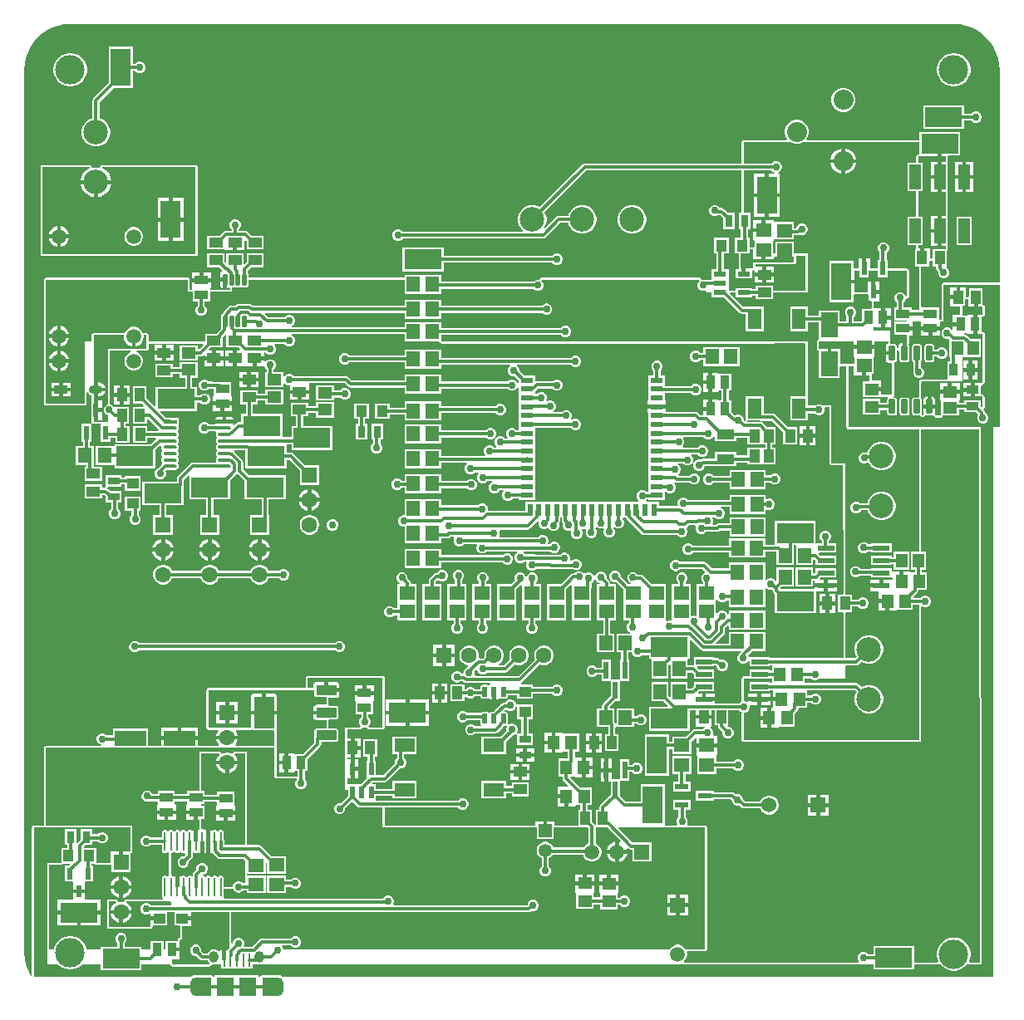
<source format=gtl>
G04*
G04 #@! TF.GenerationSoftware,Altium Limited,Altium Designer,23.9.2 (47)*
G04*
G04 Layer_Physical_Order=1*
G04 Layer_Color=255*
%FSLAX44Y44*%
%MOMM*%
G71*
G04*
G04 #@! TF.SameCoordinates,AC20B462-CAF6-4E74-BB64-28AA76468CC9*
G04*
G04*
G04 #@! TF.FilePolarity,Positive*
G04*
G01*
G75*
%ADD24R,1.4082X0.8221*%
G04:AMPARAMS|DCode=25|XSize=1.4082mm|YSize=0.8221mm|CornerRadius=0.4111mm|HoleSize=0mm|Usage=FLASHONLY|Rotation=0.000|XOffset=0mm|YOffset=0mm|HoleType=Round|Shape=RoundedRectangle|*
%AMROUNDEDRECTD25*
21,1,1.4082,0.0000,0,0,0.0*
21,1,0.5861,0.8221,0,0,0.0*
1,1,0.8221,0.2930,0.0000*
1,1,0.8221,-0.2930,0.0000*
1,1,0.8221,-0.2930,0.0000*
1,1,0.8221,0.2930,0.0000*
%
%ADD25ROUNDEDRECTD25*%
%ADD26R,0.6000X1.4500*%
%ADD27R,1.4000X1.5000*%
%ADD28R,3.8000X2.0300*%
%ADD29R,1.3500X1.0000*%
%ADD30R,1.2500X0.8000*%
%ADD31R,1.2000X1.1000*%
%ADD32R,1.0000X1.3500*%
G04:AMPARAMS|DCode=33|XSize=1.3554mm|YSize=0.3408mm|CornerRadius=0.1704mm|HoleSize=0mm|Usage=FLASHONLY|Rotation=0.000|XOffset=0mm|YOffset=0mm|HoleType=Round|Shape=RoundedRectangle|*
%AMROUNDEDRECTD33*
21,1,1.3554,0.0000,0,0,0.0*
21,1,1.0147,0.3408,0,0,0.0*
1,1,0.3408,0.5073,0.0000*
1,1,0.3408,-0.5073,0.0000*
1,1,0.3408,-0.5073,0.0000*
1,1,0.3408,0.5073,0.0000*
%
%ADD33ROUNDEDRECTD33*%
%ADD34R,1.3554X0.3408*%
%ADD35R,1.4500X1.1500*%
%ADD36R,1.3500X0.9500*%
G04:AMPARAMS|DCode=37|XSize=0.45mm|YSize=1.15mm|CornerRadius=0.0495mm|HoleSize=0mm|Usage=FLASHONLY|Rotation=180.000|XOffset=0mm|YOffset=0mm|HoleType=Round|Shape=RoundedRectangle|*
%AMROUNDEDRECTD37*
21,1,0.4500,1.0510,0,0,180.0*
21,1,0.3510,1.1500,0,0,180.0*
1,1,0.0990,-0.1755,0.5255*
1,1,0.0990,0.1755,0.5255*
1,1,0.0990,0.1755,-0.5255*
1,1,0.0990,-0.1755,-0.5255*
%
%ADD37ROUNDEDRECTD37*%
%ADD38R,2.0300X3.8000*%
%ADD39R,1.5500X1.4000*%
%ADD40R,1.2700X0.6100*%
%ADD41R,0.6100X1.2700*%
%ADD42R,1.1000X1.2000*%
%ADD43R,0.8000X1.2500*%
%ADD44R,1.4000X1.5500*%
%ADD45R,1.5000X1.4000*%
%ADD46R,1.3000X0.5207*%
%ADD47R,1.4000X2.1000*%
%ADD48R,1.2000X2.5000*%
%ADD49R,1.7000X2.5000*%
%ADD50R,0.9500X1.3500*%
%ADD51R,1.5562X1.4549*%
%ADD52R,1.1500X1.4500*%
%ADD53R,0.8065X1.3082*%
%ADD54R,1.3082X0.8065*%
G04:AMPARAMS|DCode=55|XSize=0.6mm|YSize=1.45mm|CornerRadius=0.051mm|HoleSize=0mm|Usage=FLASHONLY|Rotation=180.000|XOffset=0mm|YOffset=0mm|HoleType=Round|Shape=RoundedRectangle|*
%AMROUNDEDRECTD55*
21,1,0.6000,1.3480,0,0,180.0*
21,1,0.4980,1.4500,0,0,180.0*
1,1,0.1020,-0.2490,0.6740*
1,1,0.1020,0.2490,0.6740*
1,1,0.1020,0.2490,-0.6740*
1,1,0.1020,-0.2490,-0.6740*
%
%ADD55ROUNDEDRECTD55*%
%ADD56R,1.4000X1.2000*%
%ADD57R,1.8000X1.0000*%
%ADD58R,1.3500X1.5500*%
%ADD59R,1.0160X1.3500*%
%ADD60R,1.0160X1.3500*%
%ADD61R,1.6637X0.5588*%
%ADD62R,1.2000X1.4000*%
%ADD63R,0.5080X1.8000*%
%ADD64R,1.4500X0.6000*%
G04:AMPARAMS|DCode=65|XSize=0.5207mm|YSize=1mm|CornerRadius=0.0443mm|HoleSize=0mm|Usage=FLASHONLY|Rotation=180.000|XOffset=0mm|YOffset=0mm|HoleType=Round|Shape=RoundedRectangle|*
%AMROUNDEDRECTD65*
21,1,0.5207,0.9115,0,0,180.0*
21,1,0.4322,1.0000,0,0,180.0*
1,1,0.0885,-0.2161,0.4557*
1,1,0.0885,0.2161,0.4557*
1,1,0.0885,0.2161,-0.4557*
1,1,0.0885,-0.2161,-0.4557*
%
%ADD65ROUNDEDRECTD65*%
%ADD66R,2.1000X1.4000*%
%ADD67R,0.5207X1.3000*%
G04:AMPARAMS|DCode=68|XSize=1mm|YSize=2.05mm|CornerRadius=0.05mm|HoleSize=0mm|Usage=FLASHONLY|Rotation=270.000|XOffset=0mm|YOffset=0mm|HoleType=Round|Shape=RoundedRectangle|*
%AMROUNDEDRECTD68*
21,1,1.0000,1.9500,0,0,270.0*
21,1,0.9000,2.0500,0,0,270.0*
1,1,0.1000,-0.9750,-0.4500*
1,1,0.1000,-0.9750,0.4500*
1,1,0.1000,0.9750,0.4500*
1,1,0.1000,0.9750,-0.4500*
%
%ADD68ROUNDEDRECTD68*%
G04:AMPARAMS|DCode=69|XSize=3.25mm|YSize=2.05mm|CornerRadius=0.0513mm|HoleSize=0mm|Usage=FLASHONLY|Rotation=270.000|XOffset=0mm|YOffset=0mm|HoleType=Round|Shape=RoundedRectangle|*
%AMROUNDEDRECTD69*
21,1,3.2500,1.9475,0,0,270.0*
21,1,3.1475,2.0500,0,0,270.0*
1,1,0.1025,-0.9738,-1.5738*
1,1,0.1025,-0.9738,1.5738*
1,1,0.1025,0.9738,1.5738*
1,1,0.1025,0.9738,-1.5738*
%
%ADD69ROUNDEDRECTD69*%
%ADD70R,3.2000X1.6000*%
%ADD71O,0.2096X1.9500*%
%ADD72R,1.5500X1.3500*%
%ADD73R,0.6000X1.2000*%
%ADD74R,1.1500X1.0000*%
%ADD75R,1.8000X1.9000*%
%ADD76R,0.2223X1.3500*%
%ADD77R,1.5750X1.9000*%
%ADD78R,1.5750X1.9000*%
%ADD119C,1.4986*%
%ADD124C,1.5240*%
%ADD125R,1.5240X1.5240*%
%ADD135C,0.3000*%
%ADD136C,2.5000*%
%ADD137C,1.6000*%
%ADD138R,1.6000X1.6000*%
%ADD139C,2.0320*%
%ADD140R,1.6000X1.6000*%
%ADD141C,1.3500*%
%ADD142R,1.3500X1.3500*%
%ADD143C,1.5000*%
%ADD144R,1.5000X1.5000*%
%ADD145R,1.5000X1.5000*%
%ADD146O,1.2000X1.9000*%
%ADD147O,0.9652X1.1684*%
%ADD148C,3.0000*%
%ADD149C,0.7620*%
G36*
X914623Y863546D02*
X913799D01*
X913019Y863390D01*
X912357Y862948D01*
X911915Y862287D01*
X911760Y861507D01*
Y855295D01*
X902623D01*
Y826295D01*
X911760D01*
Y800295D01*
X902623D01*
Y771295D01*
X911760D01*
Y768045D01*
X910664Y767045D01*
X910623D01*
Y749545D01*
X914763D01*
Y704918D01*
X907012D01*
Y708100D01*
X898919D01*
Y712902D01*
X900275Y714259D01*
X901160Y716394D01*
X901309Y716672D01*
X902542Y716762D01*
X902855Y716849D01*
X903173Y716912D01*
X903236Y716954D01*
X903309Y716974D01*
X903565Y717174D01*
X903835Y717354D01*
X903876Y717417D01*
X903936Y717464D01*
X904096Y717746D01*
X904277Y718016D01*
X904291Y718090D01*
X904329Y718156D01*
X904368Y718478D01*
X904432Y718796D01*
Y745227D01*
X904277Y746008D01*
X903835Y746669D01*
X903173Y747111D01*
X902393Y747266D01*
X882653D01*
Y756477D01*
X881499D01*
Y763424D01*
X881500Y763425D01*
X883134Y765059D01*
X884019Y767194D01*
Y769506D01*
X883134Y771641D01*
X881500Y773276D01*
X879365Y774160D01*
X877053D01*
X874918Y773276D01*
X873283Y771641D01*
X872399Y769506D01*
Y767194D01*
X873283Y765059D01*
X874362Y763980D01*
Y756477D01*
X872653D01*
Y747266D01*
X864653D01*
Y757477D01*
X860653D01*
Y747227D01*
X856653D01*
Y757477D01*
X852653D01*
Y747266D01*
X848856D01*
X847856Y748363D01*
Y754979D01*
X823556D01*
Y712979D01*
X847856D01*
Y719844D01*
X848856Y720940D01*
X862152D01*
X863153Y719844D01*
Y714477D01*
X865162D01*
X866257Y713477D01*
Y707026D01*
X866257Y707025D01*
X865141Y706127D01*
X856220D01*
Y693674D01*
X856204Y693658D01*
X847834D01*
Y697597D01*
X848213Y697754D01*
X849848Y699388D01*
X850732Y701524D01*
Y703835D01*
X849848Y705970D01*
X848213Y707605D01*
X846078Y708489D01*
X843767D01*
X841631Y707605D01*
X839997Y705970D01*
X839112Y703835D01*
Y701524D01*
X839997Y699388D01*
X840697Y698688D01*
Y693658D01*
X833822D01*
Y704590D01*
X812822D01*
Y699313D01*
X801314D01*
Y708244D01*
X783314D01*
Y683244D01*
X801314D01*
Y692176D01*
X812822D01*
Y676116D01*
X812822Y675590D01*
X811984Y674667D01*
X811506Y674347D01*
X811358Y674199D01*
X810916Y673538D01*
X810761Y672757D01*
Y665590D01*
X810916Y664809D01*
X811358Y664148D01*
X812020Y663706D01*
X812800Y663551D01*
X812822D01*
Y635590D01*
X833822D01*
Y646955D01*
X834822Y648051D01*
X840684D01*
Y585534D01*
X840839Y584754D01*
X841282Y584092D01*
X841943Y583650D01*
X842723Y583495D01*
X914763Y583495D01*
Y458992D01*
X906513D01*
Y440492D01*
X910694D01*
Y437581D01*
X906763D01*
X905763Y438233D01*
Y438581D01*
X898762D01*
Y428581D01*
X894762D01*
Y438581D01*
X887888D01*
X887763Y438581D01*
X886618Y438885D01*
Y441836D01*
X865982D01*
Y441206D01*
X855133D01*
X855001Y441524D01*
X853366Y443158D01*
X851231Y444043D01*
X848920D01*
X846784Y443158D01*
X845150Y441524D01*
X844265Y439389D01*
Y437077D01*
X845150Y434942D01*
X846784Y433307D01*
X848920Y432423D01*
X851231D01*
X853366Y433307D01*
X854128Y434069D01*
X865982D01*
Y432248D01*
X886493D01*
X886618Y432248D01*
X887763Y431944D01*
Y431346D01*
X887618Y430136D01*
X886493Y430136D01*
X878300D01*
Y424342D01*
X876300D01*
Y422342D01*
X864982D01*
Y418548D01*
X872234D01*
X873470Y418466D01*
X873470Y417278D01*
Y410466D01*
X882470D01*
Y408466D01*
X884470D01*
Y398466D01*
X891470D01*
Y398814D01*
X892470Y399466D01*
X892740Y399466D01*
X908470D01*
Y404533D01*
X914763D01*
Y266700D01*
X736087D01*
Y294790D01*
X737243D01*
X739378Y295675D01*
X741013Y297309D01*
X741897Y299444D01*
Y301756D01*
X742499Y302656D01*
X750157D01*
Y306450D01*
X740839D01*
Y305724D01*
X739666Y305238D01*
X739378Y305525D01*
X737243Y306410D01*
X736087D01*
Y329696D01*
X741839D01*
Y329056D01*
X762476D01*
Y329696D01*
X765051D01*
Y324719D01*
X762476D01*
Y325944D01*
X741839D01*
Y316356D01*
X762476D01*
Y317582D01*
X765672D01*
Y310450D01*
X774672D01*
Y306450D01*
X765672D01*
Y299400D01*
X764000D01*
Y289400D01*
Y279400D01*
X771000D01*
Y279748D01*
X772000Y280400D01*
X788000D01*
Y293353D01*
X790695Y296048D01*
X791469Y297206D01*
X791740Y298572D01*
Y299450D01*
X800672D01*
Y304970D01*
X804399D01*
X805756Y303613D01*
X807891Y302729D01*
X810203D01*
X812338Y303613D01*
X813973Y305248D01*
X814857Y307383D01*
Y309694D01*
X813973Y311830D01*
X812338Y313464D01*
X810203Y314349D01*
X807891D01*
X805756Y313464D01*
X804399Y312107D01*
X800672D01*
Y317450D01*
X801887Y317582D01*
X849422D01*
X851138Y315865D01*
X850088Y314047D01*
X849100Y310359D01*
Y306541D01*
X850088Y302853D01*
X851997Y299547D01*
X854697Y296847D01*
X858003Y294938D01*
X861691Y293950D01*
X865509D01*
X869197Y294938D01*
X872503Y296847D01*
X875203Y299547D01*
X877112Y302853D01*
X878100Y306541D01*
Y310359D01*
X877112Y314047D01*
X875203Y317353D01*
X872503Y320053D01*
X869197Y321962D01*
X865509Y322950D01*
X861691D01*
X858003Y321962D01*
X856185Y320912D01*
X853423Y323673D01*
X852266Y324447D01*
X850900Y324719D01*
X798051D01*
Y329696D01*
X804403D01*
X805354Y328745D01*
X807489Y327860D01*
X809801D01*
X811936Y328745D01*
X812887Y329696D01*
X839644D01*
X839618Y342082D01*
X840515Y342981D01*
X850900D01*
X852266Y343253D01*
X853423Y344027D01*
X856185Y346788D01*
X858003Y345738D01*
X861691Y344750D01*
X865509D01*
X869197Y345738D01*
X872503Y347647D01*
X875203Y350347D01*
X877112Y353653D01*
X878100Y357341D01*
Y361159D01*
X877112Y364847D01*
X875203Y368153D01*
X872503Y370853D01*
X869197Y372762D01*
X865509Y373750D01*
X861691D01*
X858003Y372762D01*
X854697Y370853D01*
X851997Y368153D01*
X850088Y364847D01*
X849100Y361159D01*
Y357341D01*
X850088Y353653D01*
X851138Y351835D01*
X849422Y350119D01*
X839601D01*
X839503Y396485D01*
X840400Y397384D01*
X846180D01*
Y402831D01*
X852596D01*
X853953Y401474D01*
X856089Y400590D01*
X858400D01*
X860535Y401474D01*
X862170Y403109D01*
X863054Y405244D01*
Y407556D01*
X862170Y409691D01*
X860535Y411325D01*
X858400Y412210D01*
X856089D01*
X853953Y411325D01*
X852596Y409969D01*
X846180D01*
Y414884D01*
X839464D01*
X839180Y548831D01*
X825322D01*
Y608100D01*
X816167D01*
X816091Y608176D01*
X813956Y609060D01*
X811644D01*
X809509Y608176D01*
X809434Y608100D01*
X801338D01*
Y673063D01*
X736592Y672905D01*
X428755D01*
X427669Y673350D01*
X427669Y674175D01*
Y679676D01*
X549780D01*
X551137Y678319D01*
X553273Y677434D01*
X555584D01*
X557719Y678319D01*
X559354Y679953D01*
X560238Y682088D01*
Y684400D01*
X559354Y686535D01*
X557719Y688169D01*
X555584Y689054D01*
X553273D01*
X551137Y688169D01*
X549780Y686813D01*
X427669D01*
Y692850D01*
X409939D01*
X409669Y692850D01*
X408669D01*
X408399Y692850D01*
X390669D01*
Y687896D01*
X276024D01*
X275772Y689166D01*
X276341Y689402D01*
X277976Y691036D01*
X278860Y693171D01*
Y695483D01*
X277976Y697618D01*
X276341Y699253D01*
X274206Y700137D01*
X271894D01*
X269759Y699253D01*
X268402Y697896D01*
X251446D01*
X248283Y701058D01*
X248769Y702232D01*
X390669D01*
Y696050D01*
X408399D01*
X408669Y696050D01*
X409669D01*
X409939Y696050D01*
X427669D01*
Y702232D01*
X530552D01*
X531909Y700875D01*
X534044Y699990D01*
X536356D01*
X538491Y700875D01*
X540126Y702509D01*
X541010Y704644D01*
Y706956D01*
X540126Y709091D01*
X538491Y710725D01*
X536356Y711610D01*
X534044D01*
X531909Y710725D01*
X530552Y709369D01*
X427669D01*
Y715550D01*
X409939D01*
X409669Y715550D01*
X408669D01*
X408399Y715550D01*
X390669D01*
Y709369D01*
X236257D01*
X235275Y710350D01*
X234117Y711124D01*
X232752Y711396D01*
X221790D01*
X220424Y711124D01*
X219266Y710350D01*
X218285Y709369D01*
X213834D01*
X212468Y709097D01*
X211310Y708323D01*
X205997Y703010D01*
X205224Y701853D01*
X205093Y701192D01*
X205042Y701182D01*
X204217Y700631D01*
X203666Y699806D01*
X203472Y698832D01*
Y692745D01*
X203452Y692646D01*
Y686035D01*
X199146Y681729D01*
X198629Y680956D01*
X187669D01*
Y672905D01*
X129697D01*
Y679622D01*
X129542Y680403D01*
X129100Y681064D01*
X128438Y681506D01*
X127658Y681662D01*
X125211D01*
X124431Y681506D01*
X123443Y682374D01*
X122314Y684330D01*
X120547Y686097D01*
X118382Y687347D01*
X115968Y687994D01*
X113468D01*
X111054Y687347D01*
X108889Y686097D01*
X107122Y684330D01*
X105993Y682374D01*
X105005Y681506D01*
X104225Y681662D01*
X73769D01*
X72988Y681506D01*
X72327Y681064D01*
X71885Y680403D01*
X71729Y679622D01*
Y672905D01*
X64597D01*
Y609600D01*
X25533D01*
X25400Y609734D01*
Y736077D01*
X169851D01*
Y723900D01*
X174871D01*
Y713828D01*
X179809D01*
Y709498D01*
X178453Y708141D01*
X177568Y706006D01*
Y703694D01*
X178453Y701559D01*
X180087Y699924D01*
X182222Y699040D01*
X184534D01*
X186669Y699924D01*
X188304Y701559D01*
X189188Y703694D01*
Y706006D01*
X188304Y708141D01*
X186947Y709498D01*
Y713828D01*
X192371D01*
Y723900D01*
X214974D01*
Y728278D01*
X216026D01*
X216999Y728472D01*
X217521Y728820D01*
X218042Y728472D01*
X219016Y728278D01*
X222526D01*
X223499Y728472D01*
X224021Y728820D01*
X224542Y728472D01*
X225516Y728278D01*
X229026D01*
X229999Y728472D01*
X230825Y729023D01*
X231376Y729849D01*
X231569Y730822D01*
Y736077D01*
X390669D01*
Y721450D01*
X408669D01*
Y721450D01*
X409669D01*
Y721450D01*
X427669D01*
Y726681D01*
X521649D01*
X523006Y725324D01*
X525141Y724440D01*
X527453D01*
X529588Y725324D01*
X531222Y726959D01*
X532107Y729094D01*
Y731406D01*
X531222Y733541D01*
X529956Y734807D01*
X530477Y736077D01*
X690618D01*
X691139Y734807D01*
X689873Y733541D01*
X688988Y731406D01*
Y729094D01*
X689873Y726959D01*
X691507Y725324D01*
X693643Y724440D01*
X695954D01*
X697230Y724969D01*
X698500Y724120D01*
Y723104D01*
X703587D01*
Y718376D01*
X715540D01*
X731695Y702221D01*
X732853Y701447D01*
X734219Y701176D01*
X738314D01*
Y683244D01*
X756314D01*
Y708244D01*
X742159D01*
X741814Y708313D01*
X735697D01*
X722079Y721930D01*
X722565Y723104D01*
X727587D01*
Y718376D01*
X744587D01*
Y719411D01*
X748260D01*
Y716104D01*
X765760D01*
Y723104D01*
X801338D01*
Y762579D01*
X787016D01*
Y775070D01*
X768016D01*
Y762579D01*
X765847D01*
Y775319D01*
X765847Y775589D01*
X766499Y776589D01*
X766847D01*
Y776826D01*
X768016Y777070D01*
X768117Y777070D01*
X787016D01*
Y781501D01*
X791645D01*
X793011Y781773D01*
X793247Y781931D01*
X794070Y781590D01*
X796381D01*
X798516Y782475D01*
X800151Y784109D01*
X801035Y786244D01*
Y788556D01*
X800151Y790691D01*
X798516Y792326D01*
X796381Y793210D01*
X794070D01*
X791934Y792326D01*
X790300Y790691D01*
X789450Y788638D01*
X787016D01*
Y795070D01*
X768117D01*
X768016Y795070D01*
X766847Y795313D01*
Y796589D01*
X758347D01*
Y786589D01*
X756347D01*
Y784589D01*
X745847D01*
Y776589D01*
X746195D01*
X746847Y775589D01*
X746847Y775319D01*
Y770205D01*
X745847Y769109D01*
X742087D01*
Y778579D01*
X740356D01*
Y787729D01*
X742787D01*
Y804229D01*
X736087D01*
Y847331D01*
X764318D01*
X765675Y845975D01*
X767367Y845273D01*
X767115Y844003D01*
X761620D01*
Y824003D01*
X772770D01*
Y844003D01*
X770816D01*
X770564Y845273D01*
X772257Y845975D01*
X773891Y847609D01*
X774776Y849744D01*
Y852056D01*
X773891Y854191D01*
X772257Y855826D01*
X770121Y856710D01*
X767810D01*
X765675Y855826D01*
X764318Y854469D01*
X736087D01*
Y876300D01*
X784041D01*
X785452Y875485D01*
X788545Y874657D01*
X791747D01*
X794839Y875485D01*
X796251Y876300D01*
X914623D01*
Y863546D01*
D02*
G37*
G36*
X779516Y759070D02*
X787266D01*
X787379Y757847D01*
Y753778D01*
X745914D01*
Y748717D01*
X745587Y747583D01*
X738087D01*
Y741980D01*
X734087D01*
Y747583D01*
X733268D01*
Y762579D01*
X742087D01*
Y767070D01*
X745847D01*
Y756589D01*
X754347D01*
Y766589D01*
X758347D01*
Y756589D01*
X766847D01*
Y758223D01*
X767766Y759070D01*
X775516D01*
Y767070D01*
X779516D01*
Y759070D01*
D02*
G37*
G36*
X937623Y861507D02*
X941947D01*
Y856295D01*
X937623D01*
Y840795D01*
Y825295D01*
X941947D01*
Y801295D01*
X937623D01*
Y785795D01*
Y770295D01*
X941947D01*
Y767045D01*
X928623D01*
Y757589D01*
X925623D01*
Y768045D01*
X919623D01*
Y758295D01*
X915623D01*
Y768045D01*
X913799D01*
Y771295D01*
X918623D01*
Y800295D01*
X913799D01*
Y826295D01*
X918623D01*
Y855295D01*
X913799D01*
Y861507D01*
X933623D01*
Y874656D01*
X937623D01*
Y861507D01*
D02*
G37*
G36*
X902393Y718796D02*
X901160Y718706D01*
X900275Y720841D01*
X898641Y722476D01*
X896506Y723360D01*
X894194D01*
X892059Y722476D01*
X890424Y720841D01*
X889540Y718706D01*
Y716394D01*
X890424Y714259D01*
X891781Y712902D01*
Y708100D01*
X889512D01*
Y694600D01*
X902393D01*
Y693100D01*
X889512D01*
Y679600D01*
X902393D01*
Y671446D01*
X901903D01*
Y661127D01*
X897903D01*
Y671446D01*
X897413D01*
X896043Y671174D01*
X894882Y670398D01*
X894106Y669237D01*
X893834Y667867D01*
Y666122D01*
X892252D01*
Y667867D01*
X892057Y668847D01*
X891502Y669677D01*
X890672Y670232D01*
X889693Y670426D01*
X885203D01*
Y684350D01*
X868297D01*
Y687729D01*
X868503Y687936D01*
X870116Y687786D01*
X870220Y687627D01*
X870371Y687627D01*
X875970D01*
Y697377D01*
Y707127D01*
X870220Y707127D01*
X870116Y706969D01*
X868503Y706819D01*
X868297Y707025D01*
Y713477D01*
X874153D01*
Y721727D01*
X868152D01*
Y723727D01*
X866152D01*
Y733977D01*
X862153D01*
Y722979D01*
X848856D01*
Y731979D01*
X835705D01*
Y735978D01*
X848856D01*
Y745227D01*
X853653D01*
Y737977D01*
X863653D01*
Y745227D01*
X872653D01*
Y737977D01*
X882653D01*
Y745227D01*
X902393D01*
Y718796D01*
D02*
G37*
G36*
X50000Y996666D02*
X950000D01*
X950140Y996694D01*
X956096Y996303D01*
X962088Y995112D01*
X967872Y993148D01*
X973352Y990446D01*
X978431Y987052D01*
X983024Y983024D01*
X987052Y978431D01*
X990446Y973352D01*
X993148Y967872D01*
X995112Y962088D01*
X996303Y956096D01*
X996694Y950140D01*
X996666Y950000D01*
Y734201D01*
X996666Y732931D01*
X939800D01*
X939020Y732776D01*
X938358Y732334D01*
X937916Y731672D01*
X937761Y730892D01*
Y695139D01*
X935833D01*
X934833Y696235D01*
Y708100D01*
X917333D01*
X916802Y709150D01*
Y749545D01*
X924623D01*
Y754454D01*
X925623Y755550D01*
X928623D01*
Y749545D01*
X932054D01*
Y747281D01*
X932326Y745915D01*
X933100Y744758D01*
X933990Y743867D01*
Y741948D01*
X934874Y739813D01*
X936509Y738178D01*
X938644Y737294D01*
X940956D01*
X943091Y738178D01*
X944725Y739813D01*
X945610Y741948D01*
Y744259D01*
X944725Y746395D01*
X943091Y748029D01*
X942497Y748275D01*
X942623Y749545D01*
X942623D01*
Y765140D01*
X942728Y765161D01*
X943389Y765603D01*
X943831Y766265D01*
X943987Y767045D01*
Y770295D01*
X943831Y771076D01*
X943623Y771388D01*
Y800203D01*
X943831Y800515D01*
X943987Y801295D01*
Y825295D01*
X943831Y826076D01*
X943623Y826388D01*
Y855203D01*
X943831Y855515D01*
X943987Y856295D01*
Y861507D01*
X945083Y862506D01*
X956623D01*
Y886806D01*
X914623D01*
Y878339D01*
X800486D01*
X800026Y879609D01*
X801477Y882123D01*
X802306Y885216D01*
Y888417D01*
X801477Y891510D01*
X799876Y894283D01*
X797612Y896547D01*
X794839Y898148D01*
X791747Y898977D01*
X788545D01*
X785452Y898148D01*
X782679Y896547D01*
X780415Y894283D01*
X778814Y891510D01*
X777986Y888417D01*
Y885216D01*
X778814Y882123D01*
X780266Y879609D01*
X779805Y878339D01*
X736087D01*
X735307Y878184D01*
X734645Y877742D01*
X734203Y877080D01*
X734048Y876300D01*
Y854469D01*
X574200D01*
X572834Y854197D01*
X571677Y853423D01*
X528115Y809862D01*
X526297Y810912D01*
X522609Y811900D01*
X518791D01*
X515103Y810912D01*
X511797Y809003D01*
X509097Y806303D01*
X507188Y802997D01*
X506200Y799309D01*
Y795491D01*
X507188Y791803D01*
X509097Y788497D01*
X511355Y786239D01*
X510829Y784969D01*
X388707D01*
X387350Y786326D01*
X385215Y787210D01*
X382903D01*
X380768Y786326D01*
X379133Y784691D01*
X378249Y782556D01*
Y780244D01*
X379133Y778109D01*
X380768Y776475D01*
X382903Y775590D01*
X385215D01*
X387350Y776475D01*
X388707Y777831D01*
X531810D01*
X533175Y778103D01*
X534333Y778877D01*
X549288Y793831D01*
X557445D01*
X557988Y791803D01*
X559897Y788497D01*
X562597Y785797D01*
X565903Y783888D01*
X569591Y782900D01*
X573409D01*
X577097Y783888D01*
X580403Y785797D01*
X583103Y788497D01*
X585012Y791803D01*
X586000Y795491D01*
Y799309D01*
X585012Y802997D01*
X583103Y806303D01*
X580403Y809003D01*
X577097Y810912D01*
X573409Y811900D01*
X569591D01*
X565903Y810912D01*
X562597Y809003D01*
X559897Y806303D01*
X557988Y802997D01*
X557445Y800969D01*
X547810D01*
X546444Y800697D01*
X545286Y799923D01*
X533646Y788283D01*
X532630Y789063D01*
X534212Y791803D01*
X535200Y795491D01*
Y799309D01*
X534212Y802997D01*
X533162Y804815D01*
X575678Y847331D01*
X734048D01*
Y804229D01*
X730787D01*
Y787729D01*
X733219D01*
Y778579D01*
X727087D01*
Y762579D01*
X731228D01*
Y747583D01*
X730132Y746583D01*
X727587D01*
Y737376D01*
X744587D01*
Y745194D01*
X745815Y745556D01*
X745990Y745612D01*
X746140Y745609D01*
X747130Y744969D01*
X747147Y744952D01*
X747260Y744785D01*
Y743104D01*
X755010D01*
Y749104D01*
X747953D01*
Y751739D01*
X787379D01*
X788159Y751895D01*
X788821Y752337D01*
X789263Y752998D01*
X789418Y753778D01*
Y757847D01*
X789400Y757940D01*
X789410Y758034D01*
X789297Y759257D01*
X789293Y759270D01*
X789698Y760093D01*
X789946Y760369D01*
X790209Y760540D01*
X799298D01*
Y725143D01*
X765760D01*
Y730104D01*
X748260D01*
Y726548D01*
X744587D01*
Y727583D01*
X727587D01*
Y725143D01*
X722565D01*
X721857Y725002D01*
X721764Y725001D01*
X720587Y725715D01*
Y727583D01*
X720587D01*
Y727876D01*
X720587D01*
Y736106D01*
X720587Y737083D01*
X720587Y738353D01*
Y746583D01*
X715656D01*
Y762579D01*
X721087D01*
Y778579D01*
X706087D01*
Y762579D01*
X708519D01*
Y746583D01*
X703587D01*
X703587Y736946D01*
X702689Y736048D01*
X698278D01*
X696912Y735776D01*
X696807Y735706D01*
X695954Y736060D01*
X693643D01*
X692734Y736438D01*
X692502Y736858D01*
X692281Y737188D01*
X692065Y737514D01*
X692062Y737516D01*
X692060Y737519D01*
X691733Y737737D01*
X691405Y737958D01*
X691401Y737959D01*
X691398Y737961D01*
X691015Y738037D01*
X690625Y738116D01*
X690621Y738116D01*
X690618Y738116D01*
X530477D01*
X530473Y738116D01*
X530470Y738116D01*
X530083Y738038D01*
X529697Y737961D01*
X529694Y737959D01*
X529690Y737958D01*
X529362Y737737D01*
X529035Y737519D01*
X529033Y737516D01*
X529030Y737514D01*
X528814Y737188D01*
X528593Y736858D01*
X528361Y736438D01*
X527452Y736060D01*
X525141D01*
X523006Y735175D01*
X521649Y733819D01*
X427669D01*
Y740950D01*
X409669D01*
Y740950D01*
X408669D01*
Y740950D01*
X390669D01*
Y738116D01*
X231569D01*
Y741332D01*
X231376Y742306D01*
X230839Y743109D01*
Y745086D01*
X234555Y748802D01*
X247008D01*
Y762802D01*
X229508D01*
Y753848D01*
X227744Y752085D01*
X226571Y752571D01*
Y762830D01*
X209071D01*
Y753622D01*
X207961Y753148D01*
X207071Y753883D01*
Y762830D01*
X189571D01*
Y748830D01*
X202024D01*
X204888Y745966D01*
X204692Y744852D01*
X204521Y744537D01*
X203496Y743852D01*
X202724Y742696D01*
X202452Y741332D01*
Y738077D01*
X207771D01*
Y736077D01*
X209771D01*
Y727307D01*
X210889Y727530D01*
X211665Y728048D01*
X212863Y727552D01*
X212935Y727486D01*
Y725939D01*
X193269D01*
X193083Y726124D01*
X193244Y727745D01*
X193371Y727828D01*
X193371Y727980D01*
Y733578D01*
X183621D01*
X173871D01*
X173871Y727828D01*
X173997Y727745D01*
X174158Y726124D01*
X173973Y725939D01*
X171890D01*
Y736077D01*
X171735Y736858D01*
X171293Y737519D01*
X170631Y737961D01*
X169851Y738116D01*
X25400D01*
X24620Y737961D01*
X23958Y737519D01*
X23516Y736858D01*
X23361Y736077D01*
Y609734D01*
X23516Y608953D01*
X23958Y608292D01*
X23958Y608292D01*
X24091Y608158D01*
X24753Y607716D01*
X25533Y607561D01*
X64597D01*
X65377Y607716D01*
X66039Y608158D01*
X66481Y608820D01*
X66636Y609600D01*
Y620731D01*
X67906Y621116D01*
X68896Y619636D01*
X70917Y618285D01*
X71685Y618132D01*
X71885Y617650D01*
X71729Y616869D01*
Y613428D01*
X71200Y612377D01*
X71200Y612377D01*
X71200Y612377D01*
Y593877D01*
X71200D01*
X71729Y592827D01*
Y591377D01*
X71863Y590705D01*
X71885Y590597D01*
X71965Y590425D01*
X72028Y589630D01*
X71673Y589091D01*
X70861Y588877D01*
X70454Y588877D01*
X70453Y588877D01*
X70451Y588877D01*
X61700D01*
Y570377D01*
X63131D01*
Y566222D01*
X55769D01*
Y547222D01*
X66628D01*
Y545237D01*
X64947D01*
Y531237D01*
X82447D01*
Y545237D01*
X73765D01*
Y547222D01*
X73769D01*
Y566222D01*
X70269D01*
Y570377D01*
X71700D01*
Y587628D01*
X71700Y588043D01*
X71894Y589009D01*
X72609Y589358D01*
X73094Y589472D01*
X73769Y589338D01*
X79621D01*
X80700Y588877D01*
Y570377D01*
X90700D01*
Y574809D01*
X96221D01*
Y569627D01*
X110221D01*
Y587127D01*
X106689D01*
Y588912D01*
X110121D01*
Y606412D01*
X96121D01*
Y606279D01*
X94851Y606026D01*
X94637Y606541D01*
X93003Y608176D01*
X90868Y609060D01*
X90547D01*
Y663417D01*
X111632D01*
X111799Y662147D01*
X111054Y661947D01*
X108889Y660697D01*
X107122Y658930D01*
X105872Y656765D01*
X105225Y654351D01*
Y651851D01*
X105872Y649437D01*
X107122Y647272D01*
X108889Y645505D01*
X111054Y644255D01*
X113468Y643608D01*
X115968D01*
X118382Y644255D01*
X120547Y645505D01*
X122314Y647272D01*
X123564Y649437D01*
X124211Y651851D01*
Y654351D01*
X123564Y656765D01*
X122314Y658930D01*
X120547Y660697D01*
X118382Y661947D01*
X117637Y662147D01*
X117804Y663417D01*
X127658D01*
X128438Y663572D01*
X129100Y664014D01*
X129542Y664675D01*
X129697Y665456D01*
Y670866D01*
X185278D01*
X185764Y669693D01*
X181323Y665252D01*
X180053Y665603D01*
Y669185D01*
X161553D01*
Y653685D01*
X180053D01*
Y657867D01*
X182553D01*
X183919Y658138D01*
X185077Y658912D01*
X185496Y659331D01*
X186669Y658845D01*
Y657956D01*
X194419D01*
Y663956D01*
X191780D01*
X191294Y665129D01*
X193120Y666956D01*
X205169D01*
Y677111D01*
X205238Y677456D01*
Y677728D01*
X207659Y680148D01*
X208929Y679622D01*
Y666956D01*
X221382D01*
X223209Y665129D01*
X222722Y663956D01*
X219679D01*
Y655956D01*
Y647956D01*
X227428D01*
Y647956D01*
X228019D01*
Y647956D01*
X235769D01*
Y655956D01*
X237769D01*
Y657956D01*
X247519D01*
Y661887D01*
X248921D01*
X250482Y660327D01*
X252617Y659442D01*
X254928D01*
X257064Y660327D01*
X258698Y661961D01*
X259583Y664096D01*
Y666408D01*
X258698Y668543D01*
X257905Y669337D01*
X258431Y670607D01*
X268402D01*
X269759Y669250D01*
X271894Y668365D01*
X274206D01*
X276341Y669250D01*
X277976Y670884D01*
X278860Y673020D01*
Y675331D01*
X277976Y677466D01*
X276341Y679101D01*
X275405Y679489D01*
X275657Y680759D01*
X390669D01*
Y673350D01*
X408669D01*
Y673350D01*
X409669D01*
Y673350D01*
X424431D01*
X425630Y673342D01*
X425708Y672954D01*
X425785Y672570D01*
X425787Y672566D01*
X425788Y672562D01*
X426008Y672235D01*
X426227Y671908D01*
X426230Y671906D01*
X426232Y671903D01*
X426559Y671686D01*
X426889Y671466D01*
X426892Y671465D01*
X426896Y671463D01*
X427981Y671018D01*
X428368Y670943D01*
X428755Y670866D01*
X736592D01*
X736595Y670867D01*
X736597Y670866D01*
X798399Y671017D01*
X799298Y670120D01*
Y617244D01*
X783314D01*
Y592244D01*
X801314D01*
Y599681D01*
X808152D01*
X809509Y598325D01*
X811644Y597440D01*
X813956D01*
X816091Y598325D01*
X817726Y599959D01*
X818610Y602094D01*
Y604406D01*
X818362Y605005D01*
X819067Y606061D01*
X823283D01*
Y548831D01*
X823438Y548051D01*
X823880Y547390D01*
X824542Y546948D01*
X825322Y546792D01*
X837145D01*
X837423Y415783D01*
X836525Y414884D01*
X832180D01*
Y397384D01*
X836347D01*
X836581Y397284D01*
X837453Y396492D01*
X837463Y396481D01*
X837560Y351018D01*
X836663Y350119D01*
X762476D01*
Y351344D01*
X742666D01*
X741753Y351467D01*
X741150Y352329D01*
X740692Y353436D01*
X744915Y357660D01*
X757869D01*
Y377160D01*
X740139D01*
X739869Y377160D01*
Y377160D01*
X738869D01*
Y377160D01*
X720869D01*
Y364729D01*
X707940D01*
X707454Y365902D01*
X715644Y374092D01*
X716418Y375250D01*
X716690Y376616D01*
Y380184D01*
X719696Y383190D01*
X720869Y382704D01*
Y378870D01*
X738599D01*
X738869Y378870D01*
X739869D01*
X740139Y378870D01*
X757869D01*
Y398370D01*
X740139D01*
X739869Y398370D01*
X738869D01*
X738599Y398370D01*
X720869D01*
Y394999D01*
X719599Y394747D01*
X718985Y396229D01*
X717350Y397864D01*
X715215Y398748D01*
X712904D01*
X710768Y397864D01*
X709134Y396229D01*
X709089Y396121D01*
X707819Y396373D01*
Y406230D01*
X707819Y406500D01*
Y407500D01*
X707819Y407770D01*
Y409315D01*
X709089Y409567D01*
X709134Y409459D01*
X710768Y407825D01*
X712904Y406940D01*
X715215D01*
X717350Y407825D01*
X718707Y409181D01*
X720869D01*
Y402560D01*
X738599D01*
X738869Y402560D01*
X739869D01*
X740139Y402560D01*
X757869D01*
Y421334D01*
X759139Y421860D01*
X760138Y420861D01*
X762273Y419976D01*
X764584D01*
X765549Y419001D01*
X765731Y418084D01*
X766505Y416927D01*
X767838Y415593D01*
Y396340D01*
X809838D01*
Y418548D01*
X817785D01*
Y422342D01*
X808466D01*
Y420640D01*
X773972D01*
X773446Y421910D01*
X774690Y423154D01*
X787143D01*
Y442654D01*
X769643D01*
Y429284D01*
X768373Y429032D01*
X768354Y429077D01*
X766720Y430712D01*
X764584Y431596D01*
X762273D01*
X760138Y430712D01*
X759143Y429717D01*
X757873Y430243D01*
Y447706D01*
X740143D01*
X739873Y447706D01*
X738873D01*
X738603Y447706D01*
X720873D01*
Y441525D01*
X703902D01*
X698124Y447303D01*
X696966Y448076D01*
X695601Y448348D01*
X671398D01*
X670041Y449705D01*
X667906Y450589D01*
X665594D01*
X663459Y449705D01*
X661824Y448071D01*
X660940Y445935D01*
Y443624D01*
X661824Y441488D01*
X663459Y439854D01*
X665594Y438969D01*
X667906D01*
X670041Y439854D01*
X671398Y441211D01*
X694122D01*
X696823Y438511D01*
X696525Y437012D01*
X695209Y436468D01*
X693575Y434833D01*
X692690Y432698D01*
Y430386D01*
X693575Y428251D01*
X694931Y426894D01*
Y425500D01*
X688319D01*
Y407770D01*
X688319Y407500D01*
Y406500D01*
X688319Y406230D01*
Y393668D01*
X687263Y392962D01*
X686524Y393268D01*
X684213D01*
X683475Y392962D01*
X682419Y393668D01*
Y406230D01*
X682419Y406500D01*
Y407500D01*
X682419Y407770D01*
Y425500D01*
X676669D01*
Y427110D01*
X678026Y428467D01*
X678910Y430602D01*
Y432913D01*
X678026Y435049D01*
X676391Y436683D01*
X674256Y437568D01*
X671944D01*
X669809Y436683D01*
X668175Y435049D01*
X667290Y432913D01*
Y430602D01*
X668175Y428467D01*
X669531Y427110D01*
Y425500D01*
X662919D01*
Y407770D01*
X662919Y407500D01*
Y406500D01*
X662919Y406230D01*
Y389336D01*
X661655Y388485D01*
X661556Y388526D01*
X659244D01*
X658104Y388054D01*
X657019Y388979D01*
Y406230D01*
X657019Y406500D01*
Y407500D01*
X657019Y407770D01*
Y425500D01*
X642566D01*
X633986Y434079D01*
X632828Y434853D01*
X631463Y435125D01*
X628260D01*
X628078Y435563D01*
X626444Y437197D01*
X624309Y438082D01*
X621997D01*
X619862Y437197D01*
X618227Y435563D01*
X617343Y433427D01*
Y431116D01*
X618227Y428980D01*
X619862Y427346D01*
X621253Y426770D01*
X621000Y425500D01*
X618599D01*
X610563Y433536D01*
Y434420D01*
X609678Y436555D01*
X608044Y438190D01*
X605908Y439074D01*
X603597D01*
X601462Y438190D01*
X599827Y436555D01*
X598943Y434420D01*
Y432109D01*
X599827Y429973D01*
X601462Y428339D01*
X603597Y427454D01*
X605908D01*
X606363Y427643D01*
X613552Y420453D01*
Y407770D01*
X613552Y407500D01*
Y406500D01*
X613552Y406230D01*
Y388500D01*
X619097D01*
Y386364D01*
X617740Y385007D01*
X616856Y382871D01*
Y380560D01*
X617740Y378425D01*
X619375Y376790D01*
X620148Y376470D01*
X619895Y375200D01*
X606369D01*
Y356200D01*
X611300D01*
Y348600D01*
X610329D01*
Y329696D01*
X609909Y328600D01*
X609059Y328600D01*
X600829Y328600D01*
X600409Y329696D01*
Y348600D01*
X591329D01*
Y340353D01*
X586250D01*
X584893Y341710D01*
X582758Y342594D01*
X580446D01*
X578311Y341710D01*
X576676Y340075D01*
X575792Y337940D01*
Y335629D01*
X576676Y333493D01*
X578311Y331859D01*
X580446Y330974D01*
X582758D01*
X584893Y331859D01*
X586250Y333216D01*
X591329D01*
Y326600D01*
X600409Y326600D01*
X600829Y325504D01*
Y312007D01*
X592845Y304023D01*
X592072Y302866D01*
X591800Y301500D01*
Y299000D01*
X586369D01*
Y280000D01*
X598100D01*
Y272850D01*
X594669D01*
Y255350D01*
X608669D01*
Y272850D01*
X605237D01*
Y279666D01*
X606369Y280000D01*
X606507Y280000D01*
X624369D01*
Y283832D01*
X626721D01*
X628078Y282475D01*
X630214Y281590D01*
X632525D01*
X634660Y282475D01*
X636295Y284109D01*
X637179Y286245D01*
Y288556D01*
X636295Y290691D01*
X634660Y292326D01*
X632525Y293210D01*
X630214D01*
X628078Y292326D01*
X626721Y290969D01*
X624369D01*
Y299000D01*
X606369D01*
Y283522D01*
X605099Y283397D01*
X604966Y284066D01*
X604369Y284959D01*
Y299000D01*
X599536D01*
X599185Y300270D01*
X605516Y306600D01*
X609909D01*
Y325504D01*
X610329Y326600D01*
X611179Y326600D01*
X619409D01*
Y348600D01*
X618437D01*
Y356200D01*
X622268D01*
Y355704D01*
X623153Y353569D01*
X624787Y351934D01*
X626923Y351050D01*
X629234D01*
X631369Y351934D01*
X632726Y353291D01*
X639400D01*
Y349606D01*
X641020D01*
X642017Y348947D01*
Y329447D01*
X659517D01*
Y342975D01*
X660302Y343391D01*
X661517Y342689D01*
Y329447D01*
X679017D01*
Y335629D01*
X683293D01*
X685324Y333597D01*
Y329056D01*
X705961D01*
Y338644D01*
X690371D01*
X688529Y340486D01*
X689055Y341756D01*
X705961D01*
Y342981D01*
X707781D01*
X708249Y342513D01*
Y341844D01*
X709134Y339709D01*
X710768Y338075D01*
X712904Y337190D01*
X715215D01*
X717350Y338075D01*
X718985Y339709D01*
X719869Y341844D01*
Y344156D01*
X718985Y346291D01*
X717350Y347925D01*
X715215Y348810D01*
X712904D01*
X712297Y348559D01*
X711782Y349073D01*
X710625Y349847D01*
X709259Y350119D01*
X705961D01*
Y351344D01*
X685324D01*
Y343220D01*
X684771Y342766D01*
X679017D01*
Y348947D01*
X680014Y349606D01*
X681400D01*
Y368150D01*
X682573Y368636D01*
X692572Y358637D01*
X693730Y357863D01*
X695096Y357592D01*
X724369D01*
X724714Y357660D01*
X732715D01*
X733388Y356511D01*
X732947Y355503D01*
X732392Y355272D01*
X730757Y353638D01*
X729873Y351502D01*
Y349191D01*
X730757Y347056D01*
X732392Y345421D01*
X734527Y344537D01*
X736838D01*
X738974Y345421D01*
X740569Y347017D01*
X740779Y347007D01*
X741839Y346709D01*
Y341756D01*
X762476D01*
Y342981D01*
X763806D01*
X765051Y342920D01*
Y337419D01*
X762476D01*
Y338644D01*
X741839D01*
Y331735D01*
X736087D01*
X735307Y331580D01*
X734645Y331138D01*
X734203Y330476D01*
X734048Y329696D01*
Y306410D01*
X734115Y306072D01*
X732796Y305525D01*
X731439Y304169D01*
X706961D01*
Y306450D01*
X695642D01*
Y308450D01*
X693643D01*
Y314244D01*
X689918D01*
X689432Y315417D01*
X690371Y316356D01*
X705961D01*
Y325944D01*
X685324D01*
Y321403D01*
X683475Y319554D01*
X678834D01*
Y325736D01*
X661334D01*
Y311028D01*
X660225Y310554D01*
X659334Y311288D01*
Y325736D01*
X641834D01*
Y306236D01*
X654287D01*
X658749Y301773D01*
X658263Y300600D01*
X639400D01*
Y276300D01*
X681400D01*
Y297031D01*
X687292D01*
Y292286D01*
X695292D01*
X703292D01*
Y297031D01*
X706292D01*
Y281536D01*
X709724D01*
Y280687D01*
X709995Y279321D01*
X710769Y278164D01*
X714059Y274873D01*
Y272954D01*
X714944Y270819D01*
X716578Y269185D01*
X718714Y268300D01*
X721025D01*
X723160Y269185D01*
X724795Y270819D01*
X725679Y272954D01*
Y275266D01*
X724795Y277401D01*
X723160Y279035D01*
X721025Y279920D01*
X719854D01*
X719607Y280266D01*
X720262Y281536D01*
X720292D01*
Y297031D01*
X731439D01*
X732796Y295675D01*
X734115Y295128D01*
X734048Y294790D01*
Y266700D01*
X734203Y265920D01*
X734645Y265258D01*
X735307Y264816D01*
X736087Y264661D01*
X914763D01*
X915543Y264816D01*
X916205Y265258D01*
X916647Y265920D01*
X916802Y266700D01*
Y402174D01*
X918072Y402923D01*
X919594Y402292D01*
X921906D01*
X924041Y403176D01*
X925676Y404811D01*
X926560Y406946D01*
Y409258D01*
X925676Y411393D01*
X924041Y413027D01*
X921906Y413912D01*
X919594D01*
X917459Y413027D01*
X916102Y411671D01*
X909518D01*
X908991Y412941D01*
X912786Y416735D01*
X913559Y417893D01*
X913831Y419258D01*
Y419581D01*
X922763D01*
Y437581D01*
X917831D01*
Y440492D01*
X922013D01*
Y458992D01*
X916802D01*
Y583495D01*
X975849Y583495D01*
X976389Y41038D01*
X975491Y40139D01*
X966281D01*
X965433Y41409D01*
X966347Y43616D01*
X967000Y46901D01*
Y50249D01*
X966347Y53534D01*
X965065Y56627D01*
X963205Y59412D01*
X960837Y61780D01*
X958053Y63640D01*
X954959Y64922D01*
X951674Y65575D01*
X948326D01*
X945041Y64922D01*
X941947Y63640D01*
X939163Y61780D01*
X936795Y59412D01*
X934935Y56627D01*
X933653Y53534D01*
X933000Y50249D01*
Y46901D01*
X933653Y43616D01*
X934567Y41409D01*
X933719Y40139D01*
X910000D01*
Y57083D01*
X868000D01*
Y48502D01*
X862651D01*
X861294Y49859D01*
X859159Y50743D01*
X856848D01*
X854712Y49859D01*
X853078Y48224D01*
X852193Y46089D01*
Y43777D01*
X853078Y41642D01*
X853407Y41312D01*
X852921Y40139D01*
X675639D01*
X675113Y41409D01*
X676471Y42767D01*
X677721Y44933D01*
X678369Y47349D01*
Y49851D01*
X678200Y50480D01*
X678973Y51488D01*
X696600D01*
X697380Y51643D01*
X698042Y52085D01*
X698484Y52747D01*
X698639Y53527D01*
Y177800D01*
X698484Y178580D01*
X698042Y179242D01*
X697380Y179684D01*
X696600Y179839D01*
X678917D01*
X678315Y181109D01*
X679050Y182883D01*
Y185194D01*
X678166Y187330D01*
X676809Y188687D01*
Y195500D01*
X682350D01*
Y205500D01*
X663850D01*
Y195500D01*
X669671D01*
Y188687D01*
X668315Y187330D01*
X667430Y185194D01*
Y182883D01*
X668165Y181109D01*
X667563Y179839D01*
X655619D01*
Y221600D01*
X631319D01*
Y204169D01*
X615787D01*
X609909Y210047D01*
Y223904D01*
X610329Y225000D01*
X611179Y225000D01*
X619409D01*
Y234163D01*
X622099D01*
X623456Y232806D01*
X625591Y231921D01*
X627902D01*
X630038Y232806D01*
X631672Y234440D01*
X632557Y236576D01*
Y238887D01*
X631672Y241022D01*
X630038Y242657D01*
X627902Y243541D01*
X625591D01*
X623456Y242657D01*
X622099Y241300D01*
X619409D01*
Y247000D01*
X610329D01*
Y228096D01*
X609909Y227000D01*
X609059Y227000D01*
X601409D01*
Y234000D01*
X597869D01*
Y224000D01*
X600829D01*
Y211278D01*
X600448Y211023D01*
X590145Y200721D01*
X589372Y199563D01*
X589100Y198197D01*
Y195697D01*
X585669D01*
Y180763D01*
X584399Y180378D01*
X584125Y180788D01*
X581669Y183244D01*
Y195697D01*
X576899D01*
Y200235D01*
X581330D01*
Y218235D01*
X569377D01*
X559182Y228430D01*
X559708Y229700D01*
X562799D01*
X563069Y229700D01*
X564069Y229048D01*
Y228700D01*
X571069D01*
Y238700D01*
Y248700D01*
X564069Y248700D01*
X563937Y249916D01*
Y255100D01*
X568369D01*
Y273100D01*
X552639D01*
X552369Y273100D01*
X551369Y273752D01*
Y274100D01*
X544369D01*
Y264100D01*
Y254100D01*
X551369D01*
Y254448D01*
X552369Y255100D01*
X552639Y255100D01*
X556800D01*
Y247700D01*
X547069D01*
Y229700D01*
X551500D01*
Y227497D01*
X551772Y226131D01*
X552545Y224973D01*
X557110Y220408D01*
X556624Y219235D01*
X546330D01*
Y211235D01*
X555330D01*
Y209235D01*
X557330D01*
Y199235D01*
X564330D01*
Y199583D01*
X565331Y200235D01*
X569762D01*
Y195697D01*
X567669D01*
Y179839D01*
X543537D01*
Y184014D01*
X535788D01*
Y174264D01*
X531787D01*
Y184014D01*
X524037D01*
Y179839D01*
X370339D01*
Y197885D01*
X445135D01*
X446492Y196528D01*
X448628Y195643D01*
X450939D01*
X453074Y196528D01*
X454709Y198162D01*
X455593Y200298D01*
Y202609D01*
X454709Y204744D01*
X453074Y206379D01*
X450939Y207263D01*
X448628D01*
X446492Y206379D01*
X445135Y205022D01*
X361228D01*
Y209732D01*
X378024D01*
Y207200D01*
X403024D01*
Y225200D01*
X378024D01*
Y216869D01*
X361228D01*
Y221800D01*
X358126D01*
X357601Y222997D01*
X358192Y223731D01*
X370232D01*
X371597Y224003D01*
X372755Y224777D01*
X385971Y237993D01*
X387890D01*
X390025Y238877D01*
X391660Y240512D01*
X392544Y242647D01*
Y244958D01*
X391660Y247094D01*
X390303Y248451D01*
Y252200D01*
X403024D01*
Y270200D01*
X378024D01*
Y252200D01*
X383166D01*
Y248451D01*
X381809Y247094D01*
X380924Y244958D01*
Y243039D01*
X368754Y230869D01*
X361228D01*
Y245800D01*
X360193D01*
Y250044D01*
X362644D01*
Y267544D01*
X348644D01*
Y250044D01*
X353056D01*
Y245800D01*
X352021D01*
Y228800D01*
X352021D01*
X352315Y228090D01*
X347926Y223702D01*
X347153Y222544D01*
X347085Y222204D01*
X346681Y221800D01*
X342521D01*
Y221800D01*
X342228D01*
Y221800D01*
X333021D01*
X332239Y222746D01*
Y227800D01*
X335624D01*
Y237300D01*
Y246800D01*
X332239D01*
Y249044D01*
X335644D01*
Y258794D01*
Y268544D01*
X332239D01*
Y277671D01*
X345467D01*
X346247Y277826D01*
X346909Y278268D01*
X347351Y278930D01*
X347734Y279854D01*
X348820Y279404D01*
X351131D01*
X352217Y279854D01*
X352600Y278930D01*
X353042Y278268D01*
X353703Y277826D01*
X354484Y277671D01*
X368300D01*
X369080Y277826D01*
X369742Y278268D01*
X370184Y278930D01*
X370339Y279710D01*
Y330200D01*
X370184Y330980D01*
X369742Y331642D01*
X369080Y332084D01*
X368300Y332239D01*
X292100D01*
X291320Y332084D01*
X290658Y331642D01*
X290216Y330980D01*
X290061Y330200D01*
Y319772D01*
X190772D01*
X189992Y319616D01*
X189330Y319174D01*
X188888Y318513D01*
X188733Y317732D01*
Y278995D01*
X188808Y278618D01*
X188888Y278215D01*
X188888Y278215D01*
X188888Y278214D01*
X189121Y277866D01*
X189330Y277553D01*
X189330Y277553D01*
X189330Y277553D01*
X189710Y277299D01*
X189991Y277111D01*
X189991Y277111D01*
X189992Y277111D01*
X190394Y277031D01*
X190772Y276956D01*
X200391Y276954D01*
X200862Y275683D01*
X199572Y273449D01*
X198970Y271203D01*
X209822D01*
X220674D01*
X220072Y273449D01*
X218784Y275679D01*
X219258Y276949D01*
X226159Y276948D01*
X226159Y276948D01*
X226159Y276948D01*
X226537Y277023D01*
X226939Y277103D01*
X226939Y277103D01*
X226940Y277103D01*
X227030Y277164D01*
X234162D01*
X234942Y277319D01*
X235564Y277734D01*
X235932Y277183D01*
X236763Y276628D01*
X237743Y276433D01*
X257218D01*
X258220Y275338D01*
Y260833D01*
X218668D01*
X218182Y262006D01*
X218624Y262449D01*
X220072Y264957D01*
X220674Y267203D01*
X209822D01*
X198970D01*
X199572Y264957D01*
X201020Y262449D01*
X201462Y262006D01*
X200976Y260833D01*
X180333D01*
Y266710D01*
X142333D01*
Y260833D01*
X129333D01*
Y278710D01*
X93333D01*
Y271455D01*
X87198D01*
X85841Y272812D01*
X83706Y273696D01*
X81394D01*
X79259Y272812D01*
X77625Y271177D01*
X76740Y269042D01*
Y266730D01*
X77625Y264595D01*
X79259Y262961D01*
X81394Y262076D01*
X81329Y260833D01*
X25400D01*
X24620Y260678D01*
X23958Y260236D01*
X23516Y259574D01*
X23361Y258794D01*
Y179839D01*
X12948D01*
X12168Y179684D01*
X11506Y179242D01*
X11064Y178580D01*
X10909Y177800D01*
Y26907D01*
X9639Y26522D01*
X9554Y26648D01*
X6852Y32127D01*
X4888Y37912D01*
X3697Y43904D01*
X3380Y48739D01*
X3334Y50000D01*
X3334Y50000D01*
X3334Y51252D01*
Y950000D01*
X3306Y950140D01*
X3697Y956096D01*
X4888Y962088D01*
X6852Y967872D01*
X9554Y973352D01*
X12948Y978431D01*
X16976Y983024D01*
X21569Y987052D01*
X26648Y990446D01*
X32127Y993148D01*
X37912Y995112D01*
X43904Y996303D01*
X49860Y996694D01*
X50000Y996666D01*
D02*
G37*
G36*
X996666Y585534D02*
X990350D01*
Y26505D01*
X989429Y25127D01*
X266730D01*
X265444Y26114D01*
X263498Y26920D01*
X261409Y27195D01*
X261176Y27164D01*
X245658D01*
X244878Y27009D01*
X244217Y26567D01*
X243775Y25905D01*
X243620Y25127D01*
X242159D01*
Y27126D01*
X220159D01*
Y27126D01*
X219159D01*
Y27126D01*
X197159D01*
Y25127D01*
X195699D01*
X195544Y25907D01*
X195102Y26569D01*
X194440Y27011D01*
X193660Y27166D01*
X178127D01*
X177909Y27195D01*
X175821Y26920D01*
X173875Y26114D01*
X172589Y25127D01*
X12948D01*
Y177800D01*
X111333D01*
Y153203D01*
X103756D01*
Y142203D01*
X99756D01*
Y153203D01*
X90756D01*
Y141738D01*
X76732D01*
Y156777D01*
X64294D01*
X63768Y158047D01*
X65391Y159670D01*
X72344D01*
Y163519D01*
X77902D01*
X79259Y162162D01*
X81394Y161277D01*
X83706D01*
X85841Y162162D01*
X87476Y163796D01*
X88360Y165932D01*
Y168243D01*
X87476Y170378D01*
X85841Y172013D01*
X83706Y172897D01*
X81394D01*
X79259Y172013D01*
X77902Y170656D01*
X72344D01*
Y176170D01*
X60344D01*
Y164717D01*
X57614Y161987D01*
X56344Y162513D01*
Y176170D01*
X44344D01*
Y159670D01*
X46775D01*
Y156777D01*
X40732D01*
Y141738D01*
X26648D01*
X26648Y38100D01*
X37858D01*
X39163Y36795D01*
X41947Y34935D01*
X45041Y33653D01*
X48326Y33000D01*
X51674D01*
X54959Y33653D01*
X58053Y34935D01*
X60837Y36795D01*
X62142Y38100D01*
X80756D01*
Y31754D01*
X122756D01*
Y38100D01*
X151910D01*
X152050Y37393D01*
X152492Y36731D01*
X152492Y36731D01*
X152706Y36518D01*
X153367Y36076D01*
X154148Y35921D01*
X191659D01*
X191725Y35934D01*
X191792Y35925D01*
X192113Y36011D01*
X192439Y36076D01*
X192495Y36113D01*
X192561Y36131D01*
X192824Y36333D01*
X193101Y36518D01*
X193138Y36574D01*
X193192Y36615D01*
X193358Y36903D01*
X193543Y37179D01*
X194509Y37960D01*
X196291Y37725D01*
X198073Y37960D01*
X198412Y38100D01*
X203548D01*
Y33626D01*
X209770D01*
Y33626D01*
X210048D01*
Y33626D01*
X216270D01*
Y33626D01*
X216548D01*
Y33626D01*
X222770D01*
Y33626D01*
X223048D01*
Y33626D01*
X229270D01*
Y33626D01*
X229548D01*
Y33626D01*
X235770D01*
Y38100D01*
X240907D01*
X241245Y37960D01*
X243027Y37725D01*
X244809Y37960D01*
X245148Y38100D01*
X868000D01*
Y32783D01*
X910000D01*
Y38100D01*
X936553D01*
X936795Y37738D01*
X939163Y35370D01*
X941947Y33510D01*
X945041Y32228D01*
X948326Y31575D01*
X951674D01*
X954959Y32228D01*
X958053Y33510D01*
X960837Y35370D01*
X963205Y37738D01*
X963447Y38100D01*
X978431D01*
X977886Y585534D01*
X842723Y585534D01*
Y648051D01*
X847872D01*
Y638663D01*
X856653D01*
Y648937D01*
X860653D01*
Y638663D01*
X864373D01*
Y633332D01*
X863278Y632332D01*
X857297D01*
Y616332D01*
X875297D01*
Y616332D01*
X876434Y616653D01*
X882827D01*
X883212Y615383D01*
X882903Y615177D01*
X882348Y614347D01*
X882153Y613367D01*
Y610196D01*
X875297D01*
Y614332D01*
X857297D01*
Y598332D01*
X875297D01*
Y603059D01*
X882153D01*
Y599887D01*
X882348Y598908D01*
X882903Y598078D01*
X883733Y597523D01*
X884713Y597328D01*
X889693D01*
X890672Y597523D01*
X891502Y598078D01*
X892057Y598908D01*
X892252Y599887D01*
Y613367D01*
X892057Y614347D01*
X891502Y615177D01*
X890672Y615732D01*
X889693Y615927D01*
X888949D01*
X888564Y617197D01*
X888644Y617251D01*
X889087Y617912D01*
X889242Y618692D01*
Y624332D01*
Y650808D01*
X889665Y651765D01*
X890215Y651932D01*
X890672Y652023D01*
X891502Y652578D01*
X892057Y653408D01*
X892252Y654387D01*
Y664083D01*
X893834D01*
X894853Y662991D01*
Y654387D01*
X895048Y653408D01*
X895603Y652578D01*
X896433Y652023D01*
X897413Y651828D01*
X902393D01*
X903372Y652023D01*
X904202Y652578D01*
X904757Y653408D01*
X904952Y654387D01*
Y667867D01*
X904757Y668847D01*
X904202Y669677D01*
X904277Y670666D01*
X904432Y671446D01*
Y678600D01*
X908012D01*
Y684350D01*
X898262D01*
Y688350D01*
X908012D01*
Y693100D01*
X916333D01*
Y688350D01*
X926083D01*
X935833D01*
Y693100D01*
X939800D01*
Y730892D01*
X996666D01*
Y585534D01*
D02*
G37*
G36*
X883164Y671054D02*
X882182Y670398D01*
X881406Y669237D01*
X881134Y667867D01*
Y663127D01*
X887203D01*
Y659127D01*
X881134D01*
Y654387D01*
X881406Y653018D01*
X882182Y651857D01*
X883343Y651081D01*
X884713Y650809D01*
X887203D01*
Y624332D01*
Y618692D01*
X876297D01*
Y622332D01*
X866297D01*
Y626332D01*
X876297D01*
Y633332D01*
X866413D01*
Y639663D01*
X868434D01*
Y657176D01*
X869434D01*
Y665450D01*
X858653D01*
X847872D01*
Y657176D01*
X848872D01*
Y650090D01*
X834822D01*
Y665590D01*
X825322D01*
Y650090D01*
X821322D01*
Y665590D01*
X812800D01*
Y672757D01*
X812948Y672905D01*
X847872D01*
Y669450D01*
X858653D01*
X869434D01*
Y672905D01*
X883164D01*
Y671054D01*
D02*
G37*
G36*
X127658Y665456D02*
X88507D01*
Y609040D01*
X86421Y608176D01*
X84786Y606541D01*
X83902Y604406D01*
Y602094D01*
X84786Y599959D01*
X86421Y598325D01*
X88507Y597460D01*
Y591377D01*
X73769D01*
Y592877D01*
X74200D01*
Y603127D01*
Y613377D01*
X73769D01*
Y616869D01*
X74232D01*
Y624041D01*
Y631213D01*
X73769D01*
Y679622D01*
X104225D01*
Y677119D01*
X104940Y674451D01*
X106321Y672058D01*
X108275Y670104D01*
X110668Y668723D01*
X112718Y668174D01*
Y678501D01*
X116718D01*
Y668174D01*
X118768Y668723D01*
X121161Y670104D01*
X123115Y672058D01*
X124496Y674451D01*
X125211Y677119D01*
Y679622D01*
X127658D01*
Y665456D01*
D02*
G37*
G36*
X368300Y279710D02*
X354484D01*
X353958Y280980D01*
X354901Y281923D01*
X355785Y284058D01*
Y286370D01*
X354901Y288505D01*
X353544Y289862D01*
Y293053D01*
X358272D01*
X358272Y306401D01*
X359272Y307053D01*
X359272Y307204D01*
Y312803D01*
X349522D01*
X339772D01*
X339772Y307053D01*
X340772Y306401D01*
X340772Y305783D01*
Y293053D01*
X346407D01*
Y289862D01*
X345050Y288505D01*
X344165Y286370D01*
Y284058D01*
X345050Y281923D01*
X345993Y280980D01*
X345467Y279710D01*
X330200D01*
Y216200D01*
X333021Y216185D01*
Y209847D01*
X325713Y202539D01*
X325546Y202609D01*
X323234D01*
X321099Y201724D01*
X319464Y200090D01*
X318580Y197955D01*
Y195643D01*
X319464Y193508D01*
X321099Y191873D01*
X323234Y190989D01*
X325546D01*
X327681Y191873D01*
X329315Y193508D01*
X330200Y195643D01*
Y196933D01*
X336605Y203338D01*
X338240Y203177D01*
X338426Y202898D01*
X342394Y198930D01*
X343552Y198156D01*
X344918Y197885D01*
X368300D01*
Y177800D01*
X525037D01*
Y165514D01*
X542537D01*
Y177800D01*
X577019D01*
X578033Y176786D01*
Y161567D01*
X577935Y161540D01*
X575769Y160290D01*
X574000Y158521D01*
X573148Y157044D01*
X542101D01*
X541941Y157641D01*
X540789Y159636D01*
X539160Y161265D01*
X537165Y162417D01*
X534939Y163014D01*
X532635D01*
X530410Y162417D01*
X528415Y161265D01*
X526786Y159636D01*
X525634Y157641D01*
X525037Y155416D01*
Y153112D01*
X525634Y150886D01*
X526786Y148891D01*
X528415Y147262D01*
X530252Y146201D01*
Y137965D01*
X528929Y136641D01*
X528044Y134506D01*
Y132194D01*
X528929Y130059D01*
X530563Y128425D01*
X532698Y127540D01*
X535010D01*
X537145Y128425D01*
X538779Y130059D01*
X539664Y132194D01*
Y134506D01*
X538779Y136641D01*
X537389Y138031D01*
Y146240D01*
X539160Y147262D01*
X540789Y148891D01*
X541376Y149907D01*
X572512D01*
X572749Y149021D01*
X574000Y146855D01*
X575769Y145086D01*
X577935Y143835D01*
X580351Y143188D01*
X582853D01*
X585269Y143835D01*
X587435Y145086D01*
X589204Y146855D01*
X590454Y149021D01*
X591102Y151437D01*
Y153938D01*
X590454Y156355D01*
X589204Y158521D01*
X587435Y160290D01*
X585269Y161540D01*
X585171Y161567D01*
Y177800D01*
X596769D01*
X610683Y163887D01*
X610025Y162748D01*
X609002Y163022D01*
Y154688D01*
X617337D01*
X617062Y155711D01*
X618201Y156368D01*
X618405Y156164D01*
X619563Y155391D01*
X620928Y155119D01*
X622902D01*
Y143188D01*
X641902D01*
Y162188D01*
X626747D01*
X626402Y162256D01*
X622407D01*
X608036Y176627D01*
X608522Y177800D01*
X696600D01*
Y53527D01*
X676994D01*
X676471Y54433D01*
X674702Y56202D01*
X672536Y57453D01*
X670119Y58100D01*
X667618D01*
X665202Y57453D01*
X663036Y56202D01*
X661267Y54433D01*
X660744Y53527D01*
X267158D01*
X266335Y55515D01*
X265901Y55949D01*
X266427Y57219D01*
X274752D01*
X276109Y55862D01*
X278244Y54977D01*
X280556D01*
X282691Y55862D01*
X284326Y57496D01*
X285210Y59632D01*
Y61943D01*
X284326Y64078D01*
X282691Y65713D01*
X280556Y66597D01*
X278244D01*
X276109Y65713D01*
X274752Y64356D01*
X245398D01*
X244032Y64084D01*
X242874Y63310D01*
X235758Y56195D01*
X227750D01*
X226902Y57465D01*
X227320Y58476D01*
Y60787D01*
X226436Y62923D01*
X224802Y64557D01*
X222666Y65441D01*
X220355D01*
X218219Y64557D01*
X216585Y62923D01*
X215700Y60787D01*
Y59414D01*
X215240Y59066D01*
X213970Y59698D01*
Y91471D01*
X517138D01*
X518503Y91743D01*
X519661Y92517D01*
X519723Y92579D01*
X520330Y92328D01*
X522641D01*
X524776Y93212D01*
X526411Y94846D01*
X527295Y96982D01*
Y99293D01*
X526411Y101429D01*
X524776Y103063D01*
X522641Y103948D01*
X520330D01*
X518194Y103063D01*
X516560Y101429D01*
X515675Y99293D01*
Y98624D01*
X515659Y98609D01*
X379691D01*
X378842Y99879D01*
X379387Y101194D01*
Y103506D01*
X378503Y105641D01*
X376869Y107275D01*
X374733Y108160D01*
X372422D01*
X370286Y107275D01*
X368652Y105641D01*
X368500Y105275D01*
X206777D01*
X206098Y106545D01*
X206343Y106911D01*
X206579Y108100D01*
Y114763D01*
X215738D01*
X216188Y114853D01*
X216623Y113803D01*
X218257Y112169D01*
X220392Y111284D01*
X222704D01*
X224839Y112169D01*
X226196Y113525D01*
X229554D01*
Y111003D01*
X249054D01*
Y128503D01*
X230317D01*
Y130503D01*
X249054D01*
Y141061D01*
X250324Y141739D01*
X250326Y141738D01*
Y130519D01*
X269827D01*
Y148019D01*
X255373D01*
X244769Y158624D01*
X243611Y159397D01*
X242245Y159669D01*
X230317D01*
Y253008D01*
X230162Y253788D01*
X229720Y254449D01*
X229058Y254891D01*
X228278Y255047D01*
X217969D01*
X217189Y254891D01*
X216528Y254449D01*
X216085Y253788D01*
X215889Y253313D01*
X214386Y252715D01*
X213682Y253121D01*
X211138Y253803D01*
X208505D01*
X205962Y253121D01*
X205258Y252715D01*
X203755Y253313D01*
X203558Y253788D01*
X203116Y254449D01*
X202455Y254891D01*
X201674Y255047D01*
X183319D01*
X182538Y254891D01*
X181877Y254449D01*
X181434Y253788D01*
X181279Y253008D01*
Y214753D01*
X169206D01*
Y211571D01*
X156652D01*
Y214753D01*
X139152D01*
Y211571D01*
X134076D01*
X133550Y212841D01*
X131916Y214475D01*
X129781Y215360D01*
X127469D01*
X125334Y214475D01*
X123699Y212841D01*
X122815Y210706D01*
Y208394D01*
X123699Y206259D01*
X125334Y204625D01*
X127469Y203740D01*
X129781D01*
X131456Y204434D01*
X138254D01*
X139152Y203536D01*
X139152Y201404D01*
X138152Y200753D01*
X138152Y200601D01*
Y195002D01*
X147902D01*
X157652D01*
X157652Y200753D01*
X156652Y201404D01*
X156652Y202023D01*
Y204434D01*
X169206D01*
Y201253D01*
X168206Y200753D01*
Y195003D01*
X177956D01*
Y193003D01*
X179956D01*
Y185253D01*
X181279D01*
Y176913D01*
X181299Y176814D01*
X181289Y176714D01*
X181376Y176427D01*
X181430Y176157D01*
X181067Y175635D01*
X180508Y175245D01*
X180072Y175537D01*
Y163303D01*
X176072D01*
Y175537D01*
X175154Y174923D01*
X174672Y174202D01*
X173919D01*
X172911Y174876D01*
X171722Y175112D01*
X170533Y174876D01*
X169525Y174202D01*
X169304Y173872D01*
X167790D01*
X167569Y174202D01*
X166561Y174876D01*
X165372Y175112D01*
X164183Y174876D01*
X163175Y174202D01*
X162954Y173872D01*
X161440D01*
X161219Y174202D01*
X160211Y174876D01*
X159022Y175112D01*
X157833Y174876D01*
X156825Y174202D01*
X156604Y173872D01*
X155090D01*
X154869Y174202D01*
X153861Y174876D01*
X152672Y175112D01*
X151483Y174876D01*
X150475Y174202D01*
X150254Y173872D01*
X148740D01*
X148519Y174202D01*
X147511Y174876D01*
X146322Y175112D01*
X145133Y174876D01*
X144125Y174202D01*
X143451Y173194D01*
X143215Y172005D01*
Y167365D01*
X132117D01*
X130760Y168722D01*
X128625Y169606D01*
X126313D01*
X124178Y168722D01*
X122544Y167087D01*
X121659Y164952D01*
Y162640D01*
X122544Y160505D01*
X124178Y158871D01*
X126313Y157986D01*
X128625D01*
X130760Y158871D01*
X132117Y160228D01*
X143215D01*
Y154600D01*
X143451Y153411D01*
X144125Y152403D01*
X145133Y151729D01*
X146322Y151493D01*
X147511Y151729D01*
X148519Y152403D01*
X148522Y152408D01*
X149883Y152466D01*
X149983Y152371D01*
X150464Y151550D01*
X150463Y151545D01*
X150473Y151445D01*
X150453Y151346D01*
Y128760D01*
X150473Y128661D01*
X150463Y128560D01*
X150464Y128555D01*
X149983Y127734D01*
X149883Y127639D01*
X148522Y127697D01*
X148519Y127702D01*
X147511Y128376D01*
X146322Y128612D01*
X145133Y128376D01*
X144125Y127702D01*
X143451Y126694D01*
X143215Y125505D01*
Y108100D01*
X143451Y106911D01*
X144125Y105903D01*
X144426Y105701D01*
X144041Y104431D01*
X107261D01*
X107129Y104405D01*
X106995Y104414D01*
X106742Y104328D01*
X106481Y104276D01*
X106369Y104201D01*
X106242Y104158D01*
X106041Y103982D01*
X105819Y103834D01*
X105745Y103722D01*
X105644Y103634D01*
X105526Y103394D01*
X105377Y103173D01*
X105351Y103041D01*
X105292Y102920D01*
X104951Y101650D01*
X104041Y101296D01*
X103636Y101252D01*
X103072Y101403D01*
X100439D01*
X99876Y101252D01*
X99471Y101296D01*
X98560Y101650D01*
X98220Y102920D01*
X98161Y103041D01*
X98134Y103173D01*
X97986Y103394D01*
X97868Y103634D01*
X97767Y103722D01*
X97692Y103834D01*
X97471Y103982D01*
X97270Y104158D01*
X97143Y104201D01*
X97031Y104276D01*
X96769Y104328D01*
X96517Y104414D01*
X96382Y104405D01*
X96250Y104431D01*
X89450D01*
X88670Y104276D01*
X88008Y103834D01*
X87566Y103173D01*
X87411Y102392D01*
Y76200D01*
X87566Y75420D01*
X88008Y74758D01*
X88670Y74316D01*
X89450Y74161D01*
X130962D01*
X131328Y74234D01*
X131696Y74297D01*
X131718Y74311D01*
X131743Y74316D01*
X132053Y74523D01*
X132368Y74723D01*
X133279Y75590D01*
X133294Y75611D01*
X133315Y75625D01*
X133523Y75936D01*
X133737Y76241D01*
X133743Y76266D01*
X133757Y76287D01*
X133830Y76653D01*
X133912Y77017D01*
X134647Y78067D01*
X148373D01*
Y91471D01*
X156373D01*
Y78067D01*
X160988D01*
X162084Y77067D01*
Y65173D01*
X161317Y65076D01*
X161059Y64990D01*
X160792Y64937D01*
X160684Y64865D01*
X160562Y64824D01*
X160357Y64646D01*
X160130Y64495D01*
X160058Y64387D01*
X159961Y64303D01*
X159839Y64059D01*
X159688Y63833D01*
X159663Y63707D01*
X159605Y63591D01*
X159586Y63320D01*
X159533Y63053D01*
Y62053D01*
X147072D01*
Y53527D01*
X145572D01*
Y62053D01*
X132072D01*
Y53527D01*
X122756D01*
Y56054D01*
X105324D01*
Y59430D01*
X106681Y60787D01*
X107566Y62923D01*
Y65234D01*
X106681Y67369D01*
X105047Y69004D01*
X102912Y69888D01*
X100600D01*
X98465Y69004D01*
X96830Y67369D01*
X95946Y65234D01*
Y62923D01*
X96830Y60787D01*
X98187Y59430D01*
Y56054D01*
X80756D01*
Y53527D01*
X66631D01*
X66347Y54959D01*
X65065Y58053D01*
X63205Y60837D01*
X60837Y63205D01*
X58053Y65065D01*
X54959Y66347D01*
X51674Y67000D01*
X48326D01*
X45041Y66347D01*
X41947Y65065D01*
X39163Y63205D01*
X36795Y60837D01*
X34935Y58053D01*
X33653Y54959D01*
X33368Y53527D01*
X28688D01*
X28688Y139699D01*
X40732D01*
X41512Y139854D01*
X42174Y140296D01*
X42495Y140778D01*
X49635D01*
X50121Y139604D01*
X49127Y138610D01*
X44174D01*
Y122610D01*
X52022D01*
X52674Y121610D01*
X52674Y121340D01*
Y114610D01*
X64674D01*
Y121340D01*
X64674Y121610D01*
X65325Y122610D01*
X73174D01*
Y138610D01*
X71742D01*
Y140778D01*
X74968D01*
X75290Y140296D01*
X75951Y139854D01*
X76732Y139699D01*
X90756D01*
X91756Y138603D01*
Y132203D01*
X111756D01*
Y151248D01*
X112114Y151319D01*
X112775Y151761D01*
X113217Y152422D01*
X113372Y153203D01*
Y177800D01*
X113217Y178580D01*
X112775Y179242D01*
X112114Y179684D01*
X111333Y179839D01*
X25400D01*
Y258794D01*
X93333D01*
Y258710D01*
X129333D01*
Y258794D01*
X143333D01*
Y258710D01*
X179333D01*
Y258794D01*
X258220D01*
Y229700D01*
X258375Y228920D01*
X258817Y228258D01*
X259479Y227816D01*
X260259Y227661D01*
X280608D01*
X281134Y226391D01*
X280285Y225541D01*
X279400Y223406D01*
Y221094D01*
X280285Y218959D01*
X281919Y217325D01*
X284054Y216440D01*
X286366D01*
X288501Y217325D01*
X290135Y218959D01*
X291020Y221094D01*
Y223406D01*
X290135Y225541D01*
X288779Y226898D01*
Y235053D01*
X292069D01*
Y247506D01*
X304754Y260191D01*
X305527Y261349D01*
X305799Y262714D01*
Y264683D01*
X320731D01*
X321706Y264877D01*
X322533Y265430D01*
X323086Y266257D01*
X323279Y267232D01*
Y276232D01*
X323086Y277208D01*
X322533Y278035D01*
X321706Y278587D01*
X320731Y278781D01*
X313020D01*
Y286664D01*
X314112Y287683D01*
X320731D01*
X321706Y287878D01*
X322533Y288430D01*
X323086Y289257D01*
X323279Y290232D01*
Y299232D01*
X323086Y300208D01*
X322533Y301035D01*
X321706Y301587D01*
X320731Y301781D01*
X314112D01*
X313020Y302801D01*
Y309664D01*
X320731D01*
X322096Y309935D01*
X323254Y310709D01*
X324027Y311867D01*
X324299Y313232D01*
Y315732D01*
X310981D01*
Y317732D01*
X308981D01*
Y325801D01*
X301231D01*
X299865Y325529D01*
X298707Y324756D01*
X297934Y323598D01*
X297662Y322232D01*
Y319772D01*
X292100D01*
Y330200D01*
X368300D01*
Y279710D01*
D02*
G37*
G36*
X298682Y313232D02*
X298876Y312257D01*
X299428Y311430D01*
X300255Y310877D01*
X301231Y310683D01*
X310981D01*
Y302801D01*
X301231D01*
X299865Y302529D01*
X298707Y301756D01*
X297934Y300598D01*
X297662Y299232D01*
Y296732D01*
X310981D01*
Y292732D01*
X297662D01*
Y290232D01*
X297934Y288867D01*
X298707Y287709D01*
X299865Y286936D01*
X301231Y286664D01*
X310981D01*
Y278781D01*
X301231D01*
X300255Y278587D01*
X299428Y278035D01*
X298876Y277208D01*
X298682Y276232D01*
Y268331D01*
X298662Y268232D01*
Y264192D01*
X287022Y252553D01*
X278721Y252553D01*
X278069Y253553D01*
X277917Y253553D01*
X272319D01*
Y243803D01*
Y234053D01*
X278069Y234053D01*
X278721Y235053D01*
X279339Y235053D01*
X281641D01*
Y229700D01*
X260259D01*
Y277224D01*
X260527Y277624D01*
X260799Y278995D01*
Y292732D01*
X247481D01*
X234162D01*
Y279203D01*
X226375D01*
X226159Y278987D01*
X211931Y278990D01*
X211138Y279203D01*
X208505D01*
X207716Y278991D01*
X190772Y278995D01*
Y317732D01*
X298682D01*
Y313232D01*
D02*
G37*
G36*
X228278Y159669D02*
X207041D01*
Y163303D01*
X206769Y164668D01*
X206579Y164952D01*
Y172005D01*
X206343Y173194D01*
X205669Y174202D01*
X204661Y174876D01*
X203472Y175112D01*
X202283Y174876D01*
X201275Y174202D01*
X201054Y173872D01*
X199540D01*
X199319Y174202D01*
X198311Y174876D01*
X197122Y175112D01*
X195933Y174876D01*
X194925Y174202D01*
X194172D01*
X193690Y174923D01*
X192772Y175537D01*
Y163303D01*
Y151069D01*
X193511Y151562D01*
X194103Y151682D01*
X194853D01*
X195095Y151499D01*
X199833Y146761D01*
X200991Y145988D01*
X202356Y145716D01*
X226794D01*
X228278Y144232D01*
Y120662D01*
X226196D01*
X224839Y122019D01*
X222704Y122904D01*
X220392D01*
X218257Y122019D01*
X216623Y120385D01*
X215738Y118250D01*
Y116803D01*
X206579D01*
Y125505D01*
X206343Y126694D01*
X205669Y127702D01*
X204661Y128376D01*
X203472Y128612D01*
X202283Y128376D01*
X201275Y127702D01*
X201054Y127372D01*
X199540D01*
X199319Y127702D01*
X198311Y128376D01*
X197122Y128612D01*
X195933Y128376D01*
X194925Y127702D01*
X194704Y127372D01*
X193190D01*
X192969Y127702D01*
X191961Y128376D01*
X190772Y128612D01*
X189583Y128376D01*
X188575Y127702D01*
X188354Y127372D01*
X186840D01*
X186619Y127702D01*
X185611Y128376D01*
X185381Y128422D01*
X184752Y129842D01*
X184788Y129903D01*
X185554D01*
X187689Y130788D01*
X189324Y132422D01*
X190208Y134558D01*
Y136869D01*
X189324Y139004D01*
X187689Y140639D01*
X185554Y141523D01*
X183243D01*
X181107Y140639D01*
X179473Y139004D01*
X178588Y136869D01*
Y134946D01*
X176001Y132359D01*
X175227Y131201D01*
X174956Y129835D01*
Y128421D01*
X174535Y128129D01*
X173686Y127858D01*
X172911Y128376D01*
X171722Y128612D01*
X170533Y128376D01*
X169525Y127702D01*
X169304Y127372D01*
X167790D01*
X167569Y127702D01*
X166561Y128376D01*
X165372Y128612D01*
X164183Y128376D01*
X163175Y127702D01*
X162422D01*
X161940Y128423D01*
X161022Y129037D01*
Y116803D01*
X157022D01*
Y129037D01*
X156104Y128423D01*
X155622Y127702D01*
X154869D01*
X153861Y128376D01*
X152672Y128612D01*
X152492Y128760D01*
Y151346D01*
X152672Y151493D01*
X153861Y151729D01*
X154869Y152403D01*
X155090Y152733D01*
X156604D01*
X156825Y152403D01*
X157833Y151729D01*
X159022Y151493D01*
X160211Y151729D01*
X161219Y152403D01*
X161440Y152733D01*
X162954D01*
X163175Y152403D01*
X164183Y151729D01*
X165372Y151493D01*
X166431Y151704D01*
X166672Y151655D01*
X167557Y151061D01*
X167631Y149781D01*
X165863Y148013D01*
X163944D01*
X161809Y147128D01*
X160175Y145494D01*
X159290Y143358D01*
Y141047D01*
X160175Y138912D01*
X161809Y137277D01*
X163944Y136393D01*
X166256D01*
X168391Y137277D01*
X170026Y138912D01*
X170910Y141047D01*
Y142966D01*
X173793Y145849D01*
X174567Y147007D01*
X174838Y148372D01*
Y151684D01*
X175259Y151976D01*
X176108Y152247D01*
X176883Y151729D01*
X178072Y151493D01*
X179261Y151729D01*
X180269Y152403D01*
X181022D01*
X181504Y151682D01*
X182422Y151069D01*
Y163303D01*
X186422D01*
Y151069D01*
X186639Y151214D01*
X187597Y151583D01*
X188555Y151214D01*
X188772Y151069D01*
Y163303D01*
Y175537D01*
X188555Y175392D01*
X187597Y175022D01*
X186639Y175392D01*
X186001Y175818D01*
X184422Y176132D01*
X184300Y176108D01*
X183319Y176913D01*
Y186253D01*
X186706D01*
Y199753D01*
X183319D01*
Y201253D01*
X186706D01*
Y203865D01*
X198749D01*
X199647Y202967D01*
X199647Y200835D01*
X198647Y200183D01*
X198647Y200031D01*
Y194433D01*
X208397D01*
X218147D01*
X218147Y200183D01*
X217147Y200835D01*
X217147Y201453D01*
Y214183D01*
X199647D01*
Y211002D01*
X186706D01*
Y214753D01*
X183319D01*
Y253008D01*
X201674D01*
X202201Y251737D01*
X201020Y250557D01*
X199572Y248048D01*
X198970Y245803D01*
X209822D01*
X220674D01*
X220072Y248048D01*
X218624Y250557D01*
X217443Y251737D01*
X217969Y253008D01*
X228278D01*
Y159669D01*
D02*
G37*
G36*
X152492Y101495D02*
Y98609D01*
X132117D01*
X130760Y99965D01*
X128625Y100850D01*
X126313D01*
X124178Y99965D01*
X122544Y98331D01*
X121659Y96196D01*
Y93884D01*
X122544Y91749D01*
X124178Y90114D01*
X126313Y89230D01*
X128625D01*
X130603Y90049D01*
X131873Y89568D01*
Y87067D01*
X140623D01*
Y83067D01*
X131873D01*
Y77067D01*
X130962Y76200D01*
X89450D01*
Y102392D01*
X96250D01*
X96591Y101122D01*
X95002Y100205D01*
X92954Y98157D01*
X91505Y95648D01*
X90904Y93403D01*
X101756D01*
X112608D01*
X112006Y95648D01*
X110558Y98157D01*
X108510Y100205D01*
X106921Y101122D01*
X107261Y102392D01*
X151595D01*
X152492Y101495D01*
D02*
G37*
G36*
X211931Y55099D02*
X211025Y54192D01*
X210251Y53035D01*
X210070Y52126D01*
X208659D01*
Y42376D01*
X204659D01*
Y52126D01*
X202548D01*
Y51787D01*
X201278Y51356D01*
X201160Y51510D01*
X199734Y52604D01*
X198073Y53292D01*
X196291Y53527D01*
X194509Y53292D01*
X192849Y52604D01*
X191423Y51510D01*
X190329Y50084D01*
X189960Y49194D01*
X185985D01*
X183719Y51460D01*
Y53379D01*
X182835Y55515D01*
X181200Y57149D01*
X179065Y58033D01*
X176754D01*
X174618Y57149D01*
X172984Y55515D01*
X172099Y53379D01*
Y51068D01*
X172984Y48932D01*
X174618Y47298D01*
X176754Y46413D01*
X178673D01*
X181984Y43103D01*
X183141Y42329D01*
X184507Y42057D01*
X189960D01*
X190329Y41167D01*
X191423Y39742D01*
X192090Y39230D01*
X191659Y37960D01*
X154148D01*
X153934Y38173D01*
Y43553D01*
X161572D01*
Y51303D01*
X153822D01*
Y55303D01*
X161572D01*
Y63053D01*
X162779Y63205D01*
X164063D01*
X164123Y63264D01*
Y77067D01*
X172873D01*
Y83067D01*
X164123D01*
Y87067D01*
X172873D01*
Y91471D01*
X211931D01*
Y55099D01*
D02*
G37*
%LPC*%
G36*
X839644Y869907D02*
Y858819D01*
X850732D01*
X849907Y861899D01*
X848175Y864900D01*
X845724Y867350D01*
X842723Y869082D01*
X839644Y869907D01*
D02*
G37*
G36*
X835644D02*
X832564Y869082D01*
X829564Y867350D01*
X827113Y864900D01*
X825381Y861899D01*
X824556Y858819D01*
X835644D01*
Y869907D01*
D02*
G37*
G36*
X850732Y854819D02*
X839644D01*
Y843731D01*
X842723Y844556D01*
X845724Y846289D01*
X848175Y848739D01*
X849907Y851740D01*
X850732Y854819D01*
D02*
G37*
G36*
X835644D02*
X824556D01*
X825381Y851740D01*
X827113Y848739D01*
X829564Y846289D01*
X832564Y844556D01*
X835644Y843731D01*
Y854819D01*
D02*
G37*
G36*
X757620Y844003D02*
X746470D01*
Y824003D01*
X757620D01*
Y844003D01*
D02*
G37*
G36*
X772770Y820003D02*
X761620D01*
Y800003D01*
X772770D01*
Y820003D01*
D02*
G37*
G36*
X757620D02*
X746470D01*
Y800003D01*
X757620D01*
Y820003D01*
D02*
G37*
G36*
X754347Y796589D02*
X745847D01*
Y788589D01*
X754347D01*
Y796589D01*
D02*
G37*
G36*
X40518Y688828D02*
Y680501D01*
X48845D01*
X48296Y682551D01*
X46915Y684944D01*
X44961Y686897D01*
X42568Y688279D01*
X40518Y688828D01*
D02*
G37*
G36*
X36518D02*
X34468Y688279D01*
X32075Y686897D01*
X30122Y684944D01*
X28740Y682551D01*
X28191Y680501D01*
X36518D01*
Y688828D01*
D02*
G37*
G36*
X48845Y676501D02*
X40518D01*
Y668174D01*
X42568Y668723D01*
X44961Y670104D01*
X46915Y672058D01*
X48296Y674451D01*
X48845Y676501D01*
D02*
G37*
G36*
X36518D02*
X28191D01*
X28740Y674451D01*
X30122Y672058D01*
X32075Y670104D01*
X34468Y668723D01*
X36518Y668174D01*
Y676501D01*
D02*
G37*
G36*
X40518Y663428D02*
Y655101D01*
X48845D01*
X48296Y657151D01*
X46915Y659544D01*
X44961Y661497D01*
X42568Y662879D01*
X40518Y663428D01*
D02*
G37*
G36*
X36518D02*
X34468Y662879D01*
X32075Y661497D01*
X30122Y659544D01*
X28740Y657151D01*
X28191Y655101D01*
X36518D01*
Y663428D01*
D02*
G37*
G36*
X48845Y651101D02*
X40518D01*
Y642774D01*
X42568Y643323D01*
X44961Y644704D01*
X46915Y646658D01*
X48296Y649051D01*
X48845Y651101D01*
D02*
G37*
G36*
X36518D02*
X28191D01*
X28740Y649051D01*
X30122Y646658D01*
X32075Y644704D01*
X34468Y643323D01*
X36518Y642774D01*
Y651101D01*
D02*
G37*
G36*
X50673Y631152D02*
X42632D01*
Y626041D01*
X50673D01*
Y631152D01*
D02*
G37*
G36*
X38632D02*
X30591D01*
Y626041D01*
X38632D01*
Y631152D01*
D02*
G37*
G36*
X50673Y622041D02*
X42632D01*
Y616931D01*
X50673D01*
Y622041D01*
D02*
G37*
G36*
X38632D02*
X30591D01*
Y616931D01*
X38632D01*
Y622041D01*
D02*
G37*
G36*
X878209Y570600D02*
X874391D01*
X870703Y569612D01*
X867397Y567703D01*
X864697Y565003D01*
X862788Y561697D01*
X862413Y560297D01*
X860898Y559550D01*
X859808Y560001D01*
X857497D01*
X855361Y559117D01*
X853727Y557482D01*
X852843Y555347D01*
Y553035D01*
X853727Y550900D01*
X855361Y549266D01*
X857497Y548381D01*
X859808D01*
X861944Y549266D01*
X862195Y549516D01*
X863454Y549351D01*
X864697Y547197D01*
X867397Y544497D01*
X870703Y542588D01*
X874391Y541600D01*
X878209D01*
X881897Y542588D01*
X885203Y544497D01*
X887903Y547197D01*
X889812Y550503D01*
X890800Y554191D01*
Y558009D01*
X889812Y561697D01*
X887903Y565003D01*
X885203Y567703D01*
X881897Y569612D01*
X878209Y570600D01*
D02*
G37*
G36*
Y519800D02*
X874391D01*
X870703Y518812D01*
X867397Y516903D01*
X864697Y514203D01*
X862788Y510897D01*
X862046Y508128D01*
X854640D01*
X854023Y508744D01*
X851888Y509629D01*
X849577D01*
X847441Y508744D01*
X845807Y507110D01*
X844922Y504975D01*
Y502663D01*
X845807Y500528D01*
X847441Y498894D01*
X849577Y498009D01*
X851888D01*
X854023Y498894D01*
X855658Y500528D01*
X855850Y500991D01*
X862443D01*
X862788Y499703D01*
X864697Y496397D01*
X867397Y493697D01*
X870703Y491788D01*
X874391Y490800D01*
X878209D01*
X881897Y491788D01*
X885203Y493697D01*
X887903Y496397D01*
X889812Y499703D01*
X890800Y503391D01*
Y507209D01*
X889812Y510897D01*
X887903Y514203D01*
X885203Y516903D01*
X881897Y518812D01*
X878209Y519800D01*
D02*
G37*
G36*
X859556Y468516D02*
X857244D01*
X855109Y467631D01*
X853475Y465997D01*
X852590Y463861D01*
Y461550D01*
X853475Y459415D01*
X855109Y457780D01*
X857244Y456896D01*
X859556D01*
X861691Y457780D01*
X862916Y459005D01*
X865982D01*
Y457648D01*
X886618D01*
Y467236D01*
X865982D01*
Y466142D01*
X863180D01*
X861691Y467631D01*
X859556Y468516D01*
D02*
G37*
G36*
X904513Y458992D02*
X889013D01*
Y453310D01*
X886618D01*
Y454536D01*
X865982D01*
Y444948D01*
X886618D01*
Y446173D01*
X889013D01*
Y440492D01*
X904513D01*
Y458992D01*
D02*
G37*
G36*
X874300Y430136D02*
X864982D01*
Y426342D01*
X874300D01*
Y430136D01*
D02*
G37*
G36*
X880470Y406466D02*
X873470D01*
Y398466D01*
X880470D01*
Y406466D01*
D02*
G37*
G36*
X763476Y314244D02*
X754157D01*
Y310450D01*
X763476D01*
Y314244D01*
D02*
G37*
G36*
X750157D02*
X740839D01*
Y310450D01*
X750157D01*
Y314244D01*
D02*
G37*
G36*
X763476Y306450D02*
X754157D01*
Y302656D01*
X763476D01*
Y306450D01*
D02*
G37*
G36*
X760000Y299400D02*
X753000D01*
Y291400D01*
X760000D01*
Y299400D01*
D02*
G37*
G36*
Y287400D02*
X753000D01*
Y279400D01*
X760000D01*
Y287400D01*
D02*
G37*
G36*
X933623Y856295D02*
X926623D01*
Y842795D01*
X933623D01*
Y856295D01*
D02*
G37*
G36*
Y838795D02*
X926623D01*
Y825295D01*
X933623D01*
Y838795D01*
D02*
G37*
G36*
Y801295D02*
X926623D01*
Y787795D01*
X933623D01*
Y801295D01*
D02*
G37*
G36*
Y783795D02*
X926623D01*
Y770295D01*
X933623D01*
Y783795D01*
D02*
G37*
G36*
X874153Y733977D02*
X870153D01*
Y725727D01*
X874153D01*
Y733977D01*
D02*
G37*
G36*
X879970Y707127D02*
Y699377D01*
X885720D01*
Y707127D01*
X879970D01*
D02*
G37*
G36*
X885720Y695377D02*
X879970D01*
Y687627D01*
X885720D01*
Y695377D01*
D02*
G37*
G36*
X113750Y973500D02*
X89450D01*
Y936547D01*
X73677Y920773D01*
X72903Y919616D01*
X72631Y918250D01*
Y900355D01*
X70603Y899812D01*
X67297Y897903D01*
X64597Y895203D01*
X62688Y891897D01*
X61700Y888209D01*
Y884391D01*
X62688Y880703D01*
X64597Y877397D01*
X67297Y874697D01*
X70603Y872788D01*
X74291Y871800D01*
X78109D01*
X81797Y872788D01*
X85103Y874697D01*
X87803Y877397D01*
X89712Y880703D01*
X90700Y884391D01*
Y888209D01*
X89712Y891897D01*
X87803Y895203D01*
X85103Y897903D01*
X81797Y899812D01*
X79769Y900355D01*
Y916772D01*
X94497Y931500D01*
X113750D01*
Y948755D01*
X116002D01*
X117359Y947398D01*
X119494Y946513D01*
X121806D01*
X123941Y947398D01*
X125576Y949032D01*
X126460Y951168D01*
Y953479D01*
X125576Y955614D01*
X123941Y957249D01*
X121806Y958133D01*
X119494D01*
X117359Y957249D01*
X116002Y955892D01*
X113750D01*
Y973500D01*
D02*
G37*
G36*
X951674Y967000D02*
X948326D01*
X945041Y966347D01*
X941947Y965065D01*
X939163Y963205D01*
X936795Y960837D01*
X934935Y958053D01*
X933653Y954959D01*
X933000Y951674D01*
Y948326D01*
X933653Y945041D01*
X934935Y941947D01*
X936795Y939163D01*
X939163Y936795D01*
X941947Y934935D01*
X945041Y933653D01*
X948326Y933000D01*
X951674D01*
X954959Y933653D01*
X958053Y934935D01*
X960837Y936795D01*
X963205Y939163D01*
X965065Y941947D01*
X966347Y945041D01*
X967000Y948326D01*
Y951674D01*
X966347Y954959D01*
X965065Y958053D01*
X963205Y960837D01*
X960837Y963205D01*
X958053Y965065D01*
X954959Y966347D01*
X951674Y967000D01*
D02*
G37*
G36*
X51674D02*
X48326D01*
X45041Y966347D01*
X41947Y965065D01*
X39163Y963205D01*
X36795Y960837D01*
X34935Y958053D01*
X33653Y954959D01*
X33000Y951674D01*
Y948326D01*
X33653Y945041D01*
X34935Y941947D01*
X36795Y939163D01*
X39163Y936795D01*
X41947Y934935D01*
X45041Y933653D01*
X48326Y933000D01*
X51674D01*
X54959Y933653D01*
X58053Y934935D01*
X60837Y936795D01*
X63205Y939163D01*
X65065Y941947D01*
X66347Y945041D01*
X67000Y948326D01*
Y951674D01*
X66347Y954959D01*
X65065Y958053D01*
X63205Y960837D01*
X60837Y963205D01*
X58053Y965065D01*
X54959Y966347D01*
X51674Y967000D01*
D02*
G37*
G36*
X839245Y931476D02*
X836043D01*
X832950Y930647D01*
X830178Y929046D01*
X827914Y926782D01*
X826312Y924009D01*
X825484Y920917D01*
Y917715D01*
X826312Y914622D01*
X827914Y911849D01*
X830178Y909585D01*
X832950Y907984D01*
X836043Y907156D01*
X839245D01*
X842337Y907984D01*
X845110Y909585D01*
X847374Y911849D01*
X848975Y914622D01*
X849804Y917715D01*
Y920917D01*
X848975Y924009D01*
X847374Y926782D01*
X845110Y929046D01*
X842337Y930647D01*
X839245Y931476D01*
D02*
G37*
G36*
X960800Y913850D02*
X918800D01*
Y889550D01*
X960800D01*
Y898131D01*
X968036D01*
X969392Y896775D01*
X971528Y895890D01*
X973839D01*
X975975Y896775D01*
X977609Y898409D01*
X978493Y900544D01*
Y902856D01*
X977609Y904991D01*
X975975Y906626D01*
X973839Y907510D01*
X971528D01*
X969392Y906626D01*
X968036Y905269D01*
X960800D01*
Y913850D01*
D02*
G37*
G36*
X177800Y852939D02*
X82843D01*
X82646Y852900D01*
X82445D01*
X82260Y852823D01*
X82063Y852784D01*
X81896Y852672D01*
X81710Y852596D01*
X81568Y852454D01*
X81401Y852342D01*
X81290Y852175D01*
X81148Y852033D01*
X81071Y851847D01*
X80959Y851680D01*
X80920Y851483D01*
X80843Y851298D01*
X80708Y850618D01*
X79569Y849712D01*
X79486Y849686D01*
X79348Y849668D01*
X78109Y850000D01*
X74291D01*
X73052Y849668D01*
X72913Y849686D01*
X72831Y849711D01*
X71692Y850618D01*
X71557Y851298D01*
X71480Y851483D01*
X71441Y851680D01*
X71329Y851847D01*
X71252Y852033D01*
X71110Y852175D01*
X70999Y852342D01*
X70832Y852454D01*
X70690Y852596D01*
X70504Y852672D01*
X70337Y852784D01*
X70140Y852823D01*
X69955Y852900D01*
X69754D01*
X69557Y852939D01*
X21569D01*
X20789Y852784D01*
X20127Y852342D01*
X19685Y851680D01*
X19530Y850900D01*
Y762000D01*
X19685Y761220D01*
X20127Y760558D01*
X20789Y760116D01*
X21569Y759961D01*
X177800D01*
X178580Y760116D01*
X179242Y760558D01*
X179684Y761220D01*
X179839Y762000D01*
Y850900D01*
X179684Y851680D01*
X179242Y852342D01*
X178580Y852784D01*
X177800Y852939D01*
D02*
G37*
G36*
X969623Y856295D02*
X962623D01*
Y842795D01*
X969623D01*
Y856295D01*
D02*
G37*
G36*
X958623D02*
X951623D01*
Y842795D01*
X958623D01*
Y856295D01*
D02*
G37*
G36*
X969623Y838795D02*
X962623D01*
Y825295D01*
X969623D01*
Y838795D01*
D02*
G37*
G36*
X958623D02*
X951623D01*
Y825295D01*
X958623D01*
Y838795D01*
D02*
G37*
G36*
X707786Y812260D02*
X705475D01*
X703340Y811376D01*
X701705Y809741D01*
X700821Y807606D01*
Y805294D01*
X701705Y803159D01*
X703340Y801525D01*
X705475Y800640D01*
X707786D01*
X709922Y801525D01*
X710395Y801997D01*
X711972D01*
X714787Y799183D01*
Y787729D01*
X726787D01*
Y804229D01*
X719834D01*
X715974Y808089D01*
X714816Y808863D01*
X713450Y809135D01*
X711807D01*
X711556Y809741D01*
X709922Y811376D01*
X707786Y812260D01*
D02*
G37*
G36*
X624209Y811900D02*
X620391D01*
X616703Y810912D01*
X613397Y809003D01*
X610697Y806303D01*
X608788Y802997D01*
X607800Y799309D01*
Y795491D01*
X608788Y791803D01*
X610697Y788497D01*
X613397Y785797D01*
X616703Y783888D01*
X620391Y782900D01*
X624209D01*
X627897Y783888D01*
X631203Y785797D01*
X633903Y788497D01*
X635812Y791803D01*
X636800Y795491D01*
Y799309D01*
X635812Y802997D01*
X633903Y806303D01*
X631203Y809003D01*
X627897Y810912D01*
X624209Y811900D01*
D02*
G37*
G36*
X968623Y800295D02*
X952623D01*
Y771295D01*
X968623D01*
Y800295D01*
D02*
G37*
G36*
X219029Y797736D02*
X216718D01*
X214583Y796851D01*
X212948Y795217D01*
X212064Y793082D01*
Y790770D01*
X212948Y788635D01*
X214415Y787169D01*
X214266Y786374D01*
X214025Y785899D01*
X208571D01*
X207205Y785627D01*
X206047Y784853D01*
X202024Y780830D01*
X189571D01*
Y766830D01*
X207071D01*
X208071Y766178D01*
Y765830D01*
X215821D01*
Y773830D01*
X219821D01*
Y765830D01*
X227571D01*
Y775704D01*
X228761Y776225D01*
X229508Y775623D01*
Y766802D01*
X247008D01*
Y780802D01*
X234555D01*
X230503Y784853D01*
X229345Y785627D01*
X227980Y785899D01*
X221844D01*
Y787679D01*
X222799Y788635D01*
X223684Y790770D01*
Y793082D01*
X222799Y795217D01*
X221165Y796851D01*
X219029Y797736D01*
D02*
G37*
G36*
X430169Y768750D02*
X388169D01*
Y744450D01*
X430169D01*
Y753237D01*
X541021D01*
X542378Y751880D01*
X544513Y750996D01*
X546824D01*
X548960Y751880D01*
X550594Y753515D01*
X551479Y755650D01*
Y757961D01*
X550594Y760097D01*
X548960Y761731D01*
X546824Y762616D01*
X544513D01*
X542378Y761731D01*
X541021Y760374D01*
X430169D01*
Y768750D01*
D02*
G37*
G36*
X766760Y749104D02*
X759010D01*
Y743104D01*
X766760D01*
Y749104D01*
D02*
G37*
G36*
X193371Y743328D02*
X185621D01*
Y737578D01*
X193371D01*
Y743328D01*
D02*
G37*
G36*
X181621D02*
X173871D01*
Y737578D01*
X181621D01*
Y743328D01*
D02*
G37*
G36*
X766760Y739104D02*
X759010D01*
Y733104D01*
X766760D01*
Y739104D01*
D02*
G37*
G36*
X755010D02*
X747260D01*
Y733104D01*
X755010D01*
Y739104D01*
D02*
G37*
G36*
X205770Y734077D02*
X202452D01*
Y730822D01*
X202724Y729458D01*
X203496Y728302D01*
X204652Y727530D01*
X205770Y727308D01*
Y734077D01*
D02*
G37*
G36*
X155153Y669435D02*
X147403D01*
Y663435D01*
X155153D01*
Y669435D01*
D02*
G37*
G36*
X143403D02*
X135653D01*
Y663435D01*
X143403D01*
Y669435D01*
D02*
G37*
G36*
X714087Y667450D02*
X713087D01*
X712817Y667450D01*
X695087D01*
Y661269D01*
X692016D01*
X690659Y662626D01*
X688524Y663510D01*
X686212D01*
X684077Y662626D01*
X682443Y660991D01*
X681558Y658856D01*
Y656544D01*
X682443Y654409D01*
X684077Y652775D01*
X686212Y651890D01*
X688524D01*
X690659Y652775D01*
X692016Y654131D01*
X695087D01*
Y647950D01*
X712817D01*
X713087Y647950D01*
X714087D01*
X714357Y647950D01*
X732087D01*
Y667450D01*
X714357D01*
X714087Y667450D01*
D02*
G37*
G36*
X409669Y664750D02*
X408669D01*
X408399Y664750D01*
X390669D01*
Y658629D01*
X334308D01*
X332951Y659986D01*
X330816Y660870D01*
X328504D01*
X326369Y659986D01*
X324734Y658352D01*
X323850Y656216D01*
Y653905D01*
X324734Y651769D01*
X326369Y650135D01*
X328504Y649250D01*
X330816D01*
X332951Y650135D01*
X334308Y651492D01*
X390669D01*
Y645250D01*
X408399D01*
X408669Y645250D01*
X409669D01*
X409939Y645250D01*
X427669D01*
Y649255D01*
X497788D01*
X498004Y648844D01*
X498177Y647984D01*
X496725Y646532D01*
X495840Y644396D01*
Y642085D01*
X496725Y639949D01*
X498359Y638315D01*
X500494Y637431D01*
X502806D01*
X502915Y637476D01*
X506888Y633503D01*
Y630403D01*
X505618Y630150D01*
X504925Y631823D01*
X503291Y633457D01*
X501156Y634342D01*
X498844D01*
X496709Y633457D01*
X495352Y632100D01*
X427669D01*
Y639350D01*
X409939D01*
X409669Y639350D01*
X408669D01*
X408399Y639350D01*
X390669D01*
Y633169D01*
X336824D01*
X333123Y636869D01*
X331965Y637643D01*
X330600Y637915D01*
X277698D01*
X276341Y639272D01*
X274206Y640156D01*
X271894D01*
X269759Y639272D01*
X268193Y637705D01*
X267854Y637731D01*
X266923Y638054D01*
Y641635D01*
X257341D01*
Y644403D01*
X258698Y645760D01*
X259583Y647895D01*
Y650206D01*
X258698Y652342D01*
X257064Y653976D01*
X254928Y654861D01*
X252617D01*
X250482Y653976D01*
X248847Y652342D01*
X248789Y652201D01*
X247519Y652454D01*
Y653956D01*
X239769D01*
Y647956D01*
X246790D01*
X247553Y647916D01*
X248325Y647020D01*
X248847Y645760D01*
X250204Y644403D01*
Y641635D01*
X248423D01*
Y626135D01*
X266923D01*
Y630638D01*
X267854Y630961D01*
X268193Y630987D01*
X269759Y629421D01*
X271894Y628536D01*
X273910D01*
Y623531D01*
X283660D01*
X293410D01*
Y629532D01*
X293410D01*
X293468Y630778D01*
X329122D01*
X332822Y627077D01*
X333980Y626303D01*
X335346Y626031D01*
X390669D01*
Y619850D01*
X408399D01*
X408669Y619850D01*
X409669D01*
X409939Y619850D01*
X427669D01*
Y624963D01*
X495352D01*
X496709Y623606D01*
X498844Y622722D01*
X501156D01*
X503291Y623606D01*
X504925Y625241D01*
X505618Y626913D01*
X506888Y626660D01*
Y619450D01*
Y610450D01*
Y601450D01*
Y592350D01*
Y582669D01*
X504348D01*
X503291Y583726D01*
X501156Y584610D01*
X498844D01*
X496709Y583726D01*
X495075Y582091D01*
X494190Y579956D01*
Y577644D01*
X495075Y575509D01*
X495442Y575142D01*
X494955Y573969D01*
X492771D01*
X491415Y575326D01*
X489279Y576210D01*
X486968D01*
X484832Y575326D01*
X483198Y573691D01*
X482313Y571556D01*
Y569244D01*
X483198Y567109D01*
X484068Y566239D01*
X483542Y564969D01*
X481721D01*
X480364Y566325D01*
X478228Y567210D01*
X475917D01*
X473781Y566325D01*
X472147Y564691D01*
X471263Y562556D01*
Y560244D01*
X472147Y558109D01*
X472667Y557589D01*
X472141Y556319D01*
X427669D01*
Y563150D01*
X409939D01*
X409669Y563150D01*
X408669D01*
X408399Y563150D01*
X390669D01*
Y543650D01*
X408399D01*
X408669Y543650D01*
X409669D01*
X409939Y543650D01*
X427669D01*
Y549182D01*
X453605D01*
X454049Y547911D01*
X452729Y546591D01*
X451844Y544456D01*
Y542144D01*
X452729Y540009D01*
X454363Y538375D01*
X456498Y537490D01*
X458810D01*
X460945Y538375D01*
X462302Y539731D01*
X465495D01*
X466021Y538461D01*
X465151Y537591D01*
X464267Y535456D01*
Y533144D01*
X465151Y531009D01*
X466786Y529375D01*
X468921Y528490D01*
X471232D01*
X473368Y529375D01*
X474725Y530732D01*
X479274D01*
X479527Y529462D01*
X479022Y529252D01*
X477388Y527618D01*
X476503Y525483D01*
Y523171D01*
X477388Y521036D01*
X479022Y519402D01*
X481158Y518517D01*
X483469D01*
X485605Y519402D01*
X487239Y521036D01*
X487326Y521245D01*
X490821D01*
X491347Y519975D01*
X490963Y519591D01*
X490079Y517456D01*
Y515144D01*
X490963Y513009D01*
X492598Y511375D01*
X494733Y510490D01*
X497044D01*
X499180Y511375D01*
X500537Y512732D01*
X506888D01*
Y511250D01*
X523588D01*
Y520250D01*
Y529250D01*
Y538250D01*
Y547350D01*
Y556350D01*
Y565350D01*
Y574350D01*
Y584832D01*
X560084D01*
X561441Y583475D01*
X563577Y582590D01*
X565888D01*
X568023Y583475D01*
X569658Y585109D01*
X570542Y587244D01*
Y589556D01*
X569658Y591691D01*
X568023Y593326D01*
X565888Y594210D01*
X563577D01*
X561441Y593326D01*
X560903Y592788D01*
X560723Y592824D01*
X560242Y594035D01*
X560255Y594212D01*
X561097Y596244D01*
Y598556D01*
X560212Y600691D01*
X558578Y602326D01*
X556442Y603210D01*
X554131D01*
X551996Y602326D01*
X550639Y600969D01*
X542727D01*
X542283Y602239D01*
X543603Y603559D01*
X544488Y605694D01*
Y608006D01*
X543603Y610141D01*
X541969Y611776D01*
X539833Y612660D01*
X537522D01*
X536120Y612079D01*
X535148Y613051D01*
X535829Y614694D01*
Y617006D01*
X534944Y619141D01*
X533310Y620775D01*
X531174Y621660D01*
X528863D01*
X526728Y620775D01*
X525371Y619419D01*
X523588D01*
Y622471D01*
X524570Y623127D01*
X526525Y625081D01*
X540902D01*
X542378Y623606D01*
X544513Y622722D01*
X546824D01*
X548960Y623606D01*
X550594Y625241D01*
X551479Y627376D01*
Y629687D01*
X550594Y631823D01*
X548960Y633457D01*
X546824Y634342D01*
X544513D01*
X542378Y633457D01*
X541139Y632219D01*
X525047D01*
X524858Y632181D01*
X523588Y633223D01*
Y638550D01*
X511935D01*
X507460Y643025D01*
Y644396D01*
X506576Y646532D01*
X505123Y647984D01*
X505297Y648844D01*
X505512Y649255D01*
X560084D01*
X561441Y647898D01*
X563577Y647013D01*
X565888D01*
X568023Y647898D01*
X569658Y649532D01*
X570542Y651667D01*
Y653979D01*
X569658Y656114D01*
X568023Y657748D01*
X565888Y658633D01*
X563577D01*
X561441Y657748D01*
X560084Y656392D01*
X427669D01*
Y664750D01*
X409939D01*
X409669Y664750D01*
D02*
G37*
G36*
X215679Y663956D02*
X207929D01*
Y657956D01*
X215679D01*
Y663956D01*
D02*
G37*
G36*
X206169D02*
X198419D01*
Y657956D01*
X206169D01*
Y663956D01*
D02*
G37*
G36*
X155153Y659435D02*
X147403D01*
Y653435D01*
X155153D01*
Y659435D01*
D02*
G37*
G36*
X143403D02*
X135653D01*
Y653435D01*
X143403D01*
Y659435D01*
D02*
G37*
G36*
X215679Y653956D02*
X207929D01*
Y647956D01*
X215679D01*
Y653956D01*
D02*
G37*
G36*
X206169D02*
X198419D01*
Y647956D01*
X206169D01*
Y653956D01*
D02*
G37*
G36*
X194419D02*
X186669D01*
Y647956D01*
X194419D01*
Y653956D01*
D02*
G37*
G36*
X180053Y651685D02*
X161553D01*
Y647004D01*
X154153D01*
Y650435D01*
X136653D01*
Y636435D01*
X154153D01*
Y639867D01*
X161553D01*
Y636185D01*
X167235D01*
Y626485D01*
X145748D01*
X145403Y626554D01*
X145058Y626485D01*
X137103D01*
Y607145D01*
X135930Y606659D01*
X127658Y614931D01*
Y627385D01*
X113658D01*
Y609885D01*
X122611D01*
X124910Y607586D01*
X124424Y606412D01*
X114121D01*
Y588912D01*
X128121D01*
Y593495D01*
X129391Y593845D01*
X140020Y583216D01*
X139494Y581946D01*
X128221D01*
Y587127D01*
X114221D01*
Y569627D01*
X128221D01*
Y574809D01*
X136809D01*
X137335Y573539D01*
X131874Y568077D01*
X94921D01*
Y566507D01*
X93769Y566222D01*
Y566222D01*
X75769D01*
Y547222D01*
X93769D01*
Y547222D01*
X94921Y546937D01*
Y543777D01*
X136921D01*
Y563031D01*
X141441Y567551D01*
X142036Y567463D01*
X142149Y567395D01*
X142961Y566098D01*
X142817Y565377D01*
X143105Y563932D01*
X143923Y562707D01*
Y561548D01*
X143105Y560322D01*
X142817Y558877D01*
X143105Y557432D01*
X143923Y556207D01*
Y555047D01*
X143105Y553822D01*
X142817Y552377D01*
X143105Y550932D01*
X143923Y549707D01*
X143753Y548293D01*
X143109Y547329D01*
X139938Y544158D01*
X139650Y543727D01*
X138286Y543162D01*
X136652Y541528D01*
X135767Y539393D01*
Y537081D01*
X136652Y534946D01*
X138286Y533312D01*
X140421Y532427D01*
X142733D01*
X144868Y533312D01*
X146503Y534946D01*
X147387Y537081D01*
Y539393D01*
X146766Y540893D01*
X147974Y542101D01*
X156740D01*
X158185Y542388D01*
X159410Y543207D01*
X160229Y544432D01*
X160516Y545877D01*
X160229Y547322D01*
X159410Y548548D01*
Y549707D01*
X160229Y550932D01*
X160516Y552377D01*
X160229Y553822D01*
X159410Y555047D01*
Y556207D01*
X160229Y557432D01*
X160516Y558877D01*
X160229Y560322D01*
X159410Y561548D01*
Y562707D01*
X160229Y563932D01*
X160516Y565377D01*
X160229Y566822D01*
X159410Y568047D01*
Y569207D01*
X160229Y570432D01*
X160516Y571877D01*
X160229Y573322D01*
X159410Y574548D01*
Y575707D01*
X160229Y576932D01*
X160516Y578377D01*
X160229Y579822D01*
X159580Y580793D01*
X159410Y582207D01*
X160229Y583432D01*
X160516Y584877D01*
X160229Y586322D01*
X160175Y586403D01*
X160444Y587673D01*
X160444D01*
X160444Y587673D01*
Y595081D01*
X151808D01*
X151463Y595150D01*
X147440D01*
X141577Y601012D01*
X142063Y602185D01*
X179103D01*
Y610767D01*
X182021D01*
X183378Y609410D01*
X185513Y608525D01*
X187825D01*
X189960Y609410D01*
X191595Y611044D01*
X192479Y613180D01*
Y615491D01*
X191595Y617626D01*
X189960Y619261D01*
X187825Y620145D01*
X185513D01*
X183378Y619261D01*
X182021Y617904D01*
X179103D01*
Y626485D01*
X174372D01*
Y636185D01*
X180053D01*
Y651685D01*
D02*
G37*
G36*
X242023Y642135D02*
X234273D01*
Y636135D01*
X242023D01*
Y642135D01*
D02*
G37*
G36*
X230273D02*
X222523D01*
Y636135D01*
X230273D01*
Y642135D01*
D02*
G37*
G36*
X232273Y634135D02*
D01*
D01*
D01*
D02*
G37*
G36*
X700169Y641250D02*
X694419D01*
Y633500D01*
X700169D01*
Y641250D01*
D02*
G37*
G36*
X242023Y632135D02*
X234273D01*
Y626135D01*
X242023D01*
Y632135D01*
D02*
G37*
G36*
X230273D02*
X222523D01*
Y626135D01*
X230273D01*
Y632135D01*
D02*
G37*
G36*
X700169Y629500D02*
X694419D01*
Y621750D01*
X700169D01*
Y629500D01*
D02*
G37*
G36*
X110658Y628385D02*
X104658D01*
Y620635D01*
X110658D01*
Y628385D01*
D02*
G37*
G36*
X100658D02*
X94658D01*
Y620635D01*
X100658D01*
Y628385D01*
D02*
G37*
G36*
X266923Y624135D02*
X248423D01*
Y619704D01*
X241023D01*
Y623135D01*
X223523D01*
Y609135D01*
X228704D01*
Y599185D01*
X223973D01*
Y590604D01*
X221473D01*
X220107Y590332D01*
X218949Y589559D01*
X216744Y587353D01*
X215757Y588162D01*
X216569Y589377D01*
X197511D01*
X197350Y588942D01*
X197084Y588446D01*
X191317D01*
X189960Y589803D01*
X187825Y590687D01*
X185513D01*
X183378Y589803D01*
X181744Y588168D01*
X180859Y586033D01*
Y583722D01*
X181744Y581586D01*
X183378Y579952D01*
X185513Y579067D01*
X187825D01*
X189960Y579952D01*
X191317Y581309D01*
X198078D01*
X198757Y580039D01*
X198612Y579822D01*
X198325Y578377D01*
X198612Y576932D01*
X199431Y575707D01*
Y574548D01*
X198612Y573322D01*
X198325Y571877D01*
X198612Y570432D01*
X199431Y569207D01*
Y568047D01*
X198612Y566822D01*
X198325Y565377D01*
X198612Y563932D01*
X199431Y562707D01*
Y561548D01*
X198612Y560322D01*
X198325Y558877D01*
X198612Y557432D01*
X199431Y556207D01*
Y555047D01*
X198612Y553822D01*
X198325Y552377D01*
X198612Y550932D01*
X198757Y550716D01*
X198078Y549446D01*
X174625D01*
X173260Y549174D01*
X172102Y548401D01*
X159559Y535858D01*
X158786Y534700D01*
X158514Y533335D01*
Y530400D01*
X123583D01*
Y506100D01*
X141014D01*
Y496227D01*
X134583D01*
Y476227D01*
X154583D01*
Y496227D01*
X148151D01*
Y506100D01*
X165583D01*
Y526555D01*
X165651Y526900D01*
Y531856D01*
X169851Y536056D01*
X171121Y535530D01*
Y512177D01*
X188552D01*
Y496227D01*
X182121D01*
Y476227D01*
X202121D01*
Y496227D01*
X195689D01*
Y512177D01*
X213121D01*
Y531430D01*
X219409Y537719D01*
X221018Y537737D01*
X227325Y531430D01*
Y512177D01*
X244757D01*
Y496227D01*
X232921D01*
Y476227D01*
X252921D01*
Y496227D01*
X251894D01*
Y512177D01*
X269325D01*
Y536477D01*
X232372D01*
X226183Y542666D01*
Y549370D01*
X225911Y550736D01*
X225888Y550771D01*
X225749Y551469D01*
X224975Y552627D01*
X217498Y560104D01*
X216848Y560539D01*
X217233Y561809D01*
X228481D01*
Y543777D01*
X270480D01*
Y552359D01*
X273342D01*
X283721Y541981D01*
Y527027D01*
X303721D01*
Y547027D01*
X288767D01*
X277344Y558451D01*
X276186Y559224D01*
X274821Y559496D01*
X270480D01*
Y568077D01*
X271655Y568309D01*
X275360D01*
Y562303D01*
X317360D01*
Y586603D01*
X287229D01*
Y596532D01*
X292410D01*
Y599963D01*
X300240D01*
Y595532D01*
X318740D01*
Y611032D01*
X300240D01*
Y607100D01*
X292410D01*
Y610532D01*
X274910D01*
Y596532D01*
X280092D01*
Y586603D01*
X275360D01*
Y575446D01*
X265973D01*
Y599185D01*
X235841D01*
Y609135D01*
X241023D01*
Y612567D01*
X248423D01*
Y608635D01*
X266923D01*
Y624135D01*
D02*
G37*
G36*
X648856Y653510D02*
X646544D01*
X644409Y652626D01*
X642775Y650991D01*
X641890Y648856D01*
Y646544D01*
X642775Y644409D01*
X644131Y643052D01*
Y638550D01*
X639268D01*
Y628450D01*
Y619450D01*
Y612550D01*
X638268D01*
Y608500D01*
X656968D01*
Y612550D01*
X655968D01*
Y620623D01*
X681972D01*
X681985Y620592D01*
X683619Y618958D01*
X685754Y618074D01*
X688066D01*
X690201Y618958D01*
X691836Y620592D01*
X692720Y622728D01*
Y625039D01*
X691836Y627175D01*
X690201Y628809D01*
X688066Y629694D01*
X685754D01*
X683619Y628809D01*
X682570Y627760D01*
X655968D01*
Y638550D01*
X651269D01*
Y643052D01*
X652626Y644409D01*
X653510Y646544D01*
Y648856D01*
X652626Y650991D01*
X650991Y652626D01*
X648856Y653510D01*
D02*
G37*
G36*
X318740Y628532D02*
X300240D01*
Y613032D01*
X318740D01*
Y615910D01*
X325012D01*
X326369Y614553D01*
X328504Y613669D01*
X330816D01*
X332951Y614553D01*
X334585Y616188D01*
X335470Y618323D01*
Y620635D01*
X334585Y622770D01*
X332951Y624404D01*
X330816Y625289D01*
X328504D01*
X326369Y624404D01*
X325012Y623047D01*
X318740D01*
Y628532D01*
D02*
G37*
G36*
X293410Y619532D02*
X285660D01*
Y613532D01*
X293410D01*
Y619532D01*
D02*
G37*
G36*
X281660D02*
X273910D01*
Y613532D01*
X281660D01*
Y619532D01*
D02*
G37*
G36*
X709919Y641250D02*
X709767Y641250D01*
X704169D01*
Y631500D01*
Y621750D01*
X709919Y621750D01*
X710571Y622750D01*
X711189Y622750D01*
X713600D01*
Y613028D01*
X710419D01*
X709919Y614028D01*
X704169D01*
Y604278D01*
X702169D01*
Y602278D01*
X694419D01*
Y597597D01*
X692015D01*
X689688Y599923D01*
X688530Y600697D01*
X687165Y600969D01*
X656968D01*
Y604500D01*
X638268D01*
Y600450D01*
X639268D01*
Y592350D01*
Y583350D01*
Y574350D01*
Y565350D01*
Y556350D01*
Y547350D01*
Y538250D01*
Y529250D01*
Y519580D01*
X637085D01*
X636017Y520648D01*
X633882Y521532D01*
X631571D01*
X629435Y520648D01*
X627801Y519013D01*
X626916Y516878D01*
Y514566D01*
X627801Y512431D01*
X629002Y511230D01*
X628476Y509960D01*
X513278D01*
Y500329D01*
X476261D01*
X475710Y501153D01*
Y503464D01*
X474826Y505600D01*
X473191Y507234D01*
X471056Y508119D01*
X468744D01*
X466609Y507234D01*
X465252Y505877D01*
X427669D01*
Y512350D01*
X409669D01*
Y512350D01*
X408669D01*
Y512350D01*
X390669D01*
Y495710D01*
X388471D01*
X386336Y494826D01*
X384701Y493191D01*
X383817Y491056D01*
Y488744D01*
X384701Y486609D01*
X386336Y484975D01*
X388471Y484090D01*
X390669D01*
Y467450D01*
X408669D01*
Y467450D01*
X409669D01*
Y467450D01*
X427669D01*
Y472356D01*
X434507D01*
X435872Y472628D01*
X437030Y473402D01*
X437485Y473857D01*
X440418D01*
X441162Y472586D01*
X440527Y471056D01*
Y468744D01*
X441412Y466609D01*
X443046Y464975D01*
X445182Y464090D01*
X447493D01*
X449629Y464975D01*
X450985Y466331D01*
X463355D01*
X464204Y465061D01*
X463659Y463746D01*
Y461434D01*
X464543Y459299D01*
X466178Y457664D01*
X468313Y456780D01*
X470624D01*
X472760Y457664D01*
X474117Y459021D01*
X505176D01*
X505429Y457751D01*
X505104Y457617D01*
X503470Y455983D01*
X502586Y453847D01*
Y451536D01*
X503470Y449401D01*
X505104Y447766D01*
X507240Y446882D01*
X509551D01*
X511687Y447766D01*
X512705Y448784D01*
X514155D01*
X515004Y447514D01*
X514459Y446198D01*
Y443887D01*
X515343Y441752D01*
X516978Y440117D01*
X519113Y439233D01*
X521424D01*
X523560Y440117D01*
X524917Y441474D01*
X537967D01*
X538383Y441196D01*
X539749Y440925D01*
X561708D01*
X561859Y440773D01*
X563994Y439889D01*
X565691D01*
X566306Y439889D01*
X566752Y438715D01*
X566159Y438470D01*
X565183Y438065D01*
X563826Y436709D01*
X563059D01*
X561693Y436437D01*
X560535Y435663D01*
X550372Y425500D01*
X535919D01*
Y407770D01*
X535919Y407500D01*
Y406500D01*
X535919Y406230D01*
Y388500D01*
X555419D01*
Y406230D01*
X555419Y406500D01*
Y407500D01*
X555419Y407770D01*
Y420453D01*
X560049Y425083D01*
X561319Y424557D01*
Y407770D01*
X561319Y407500D01*
Y406500D01*
X561319Y406230D01*
Y388500D01*
X580819D01*
Y406230D01*
X580819Y406500D01*
Y407500D01*
X580819Y407770D01*
Y421655D01*
X580887Y422000D01*
Y426466D01*
X581251Y426617D01*
X582886Y428251D01*
X583770Y430386D01*
Y430442D01*
X585040Y430695D01*
X585625Y429284D01*
X587259Y427650D01*
X589394Y426766D01*
X589384Y425500D01*
X586719D01*
Y407770D01*
X586719Y407500D01*
Y406500D01*
X586719Y406230D01*
Y388500D01*
X592900D01*
Y375200D01*
X586369D01*
Y356200D01*
X604369D01*
Y375200D01*
X600037D01*
Y388500D01*
X606219D01*
Y406230D01*
X606219Y406500D01*
Y407500D01*
X606219Y407770D01*
Y425500D01*
X600037D01*
Y426294D01*
X599766Y427659D01*
X598992Y428817D01*
X596360Y431449D01*
Y433731D01*
X595476Y435867D01*
X593841Y437501D01*
X591706Y438386D01*
X589394D01*
X587259Y437501D01*
X585625Y435867D01*
X584740Y433731D01*
Y433675D01*
X583470Y433423D01*
X582886Y434833D01*
X581251Y436468D01*
X579116Y437352D01*
X576805D01*
X574669Y436468D01*
X574659Y436457D01*
X573118Y436712D01*
X571765Y438065D01*
X569630Y438950D01*
X567933D01*
X567318Y438950D01*
X566872Y440123D01*
X567465Y440369D01*
X568441Y440773D01*
X570075Y442408D01*
X570960Y444543D01*
Y446854D01*
X570075Y448990D01*
X568441Y450624D01*
X566306Y451509D01*
X563994D01*
X561859Y450624D01*
X560413Y449178D01*
X560080Y449146D01*
X559242Y450211D01*
X559217Y450382D01*
X559327Y450648D01*
Y452959D01*
X558443Y455094D01*
X556808Y456729D01*
X554673Y457613D01*
X552362D01*
X550226Y456729D01*
X548868Y455370D01*
X525080D01*
X524662Y455650D01*
X523297Y455921D01*
X513347D01*
X513321Y455983D01*
X511687Y457617D01*
X511363Y457751D01*
X511615Y459021D01*
X539004D01*
X539619Y458406D01*
X541755Y457522D01*
X544066D01*
X546202Y458406D01*
X547836Y460041D01*
X548720Y462176D01*
Y464488D01*
X547836Y466623D01*
X546202Y468257D01*
X544066Y469142D01*
X541755D01*
X539619Y468257D01*
X538273Y466911D01*
X537500Y466869D01*
X536814Y467676D01*
X536681Y468105D01*
X536945Y468744D01*
Y471056D01*
X536061Y473191D01*
X534426Y474826D01*
X532291Y475710D01*
X529980D01*
X527844Y474826D01*
X526487Y473469D01*
X487657D01*
X486913Y474739D01*
X487547Y476269D01*
Y478581D01*
X487002Y479896D01*
X487851Y481166D01*
X515803D01*
X517169Y481438D01*
X518326Y482212D01*
X526168Y490053D01*
X527244Y489334D01*
X526893Y488486D01*
Y486174D01*
X527778Y484039D01*
X529412Y482405D01*
X531547Y481520D01*
X533859D01*
X535775Y482314D01*
X536572Y482290D01*
X537213Y482162D01*
X538847Y480528D01*
X540983Y479643D01*
X543294D01*
X545429Y480528D01*
X547064Y482162D01*
X547948Y484298D01*
Y486609D01*
X547697Y487215D01*
X547852Y487370D01*
X548625Y488528D01*
X548897Y489893D01*
Y493260D01*
X550860D01*
Y490527D01*
X551131Y489161D01*
X551905Y488003D01*
X551972Y487937D01*
X551720Y487330D01*
Y485019D01*
X552605Y482883D01*
X554239Y481249D01*
X556375Y480364D01*
X558686D01*
X559474Y480691D01*
X560446Y479719D01*
X560078Y478830D01*
Y476518D01*
X560962Y474383D01*
X562597Y472748D01*
X564732Y471864D01*
X567044D01*
X569179Y472748D01*
X570813Y474383D01*
X571698Y476518D01*
Y478830D01*
X570930Y480682D01*
X570944Y480740D01*
X571409Y481554D01*
X571714Y481856D01*
X573514D01*
X574754Y482369D01*
X575702Y481387D01*
X575009Y479714D01*
Y477402D01*
X575893Y475267D01*
X577528Y473632D01*
X579663Y472748D01*
X581974D01*
X584110Y473632D01*
X585744Y475267D01*
X586629Y477402D01*
Y479714D01*
X585744Y481849D01*
X585040Y482553D01*
X585138Y483281D01*
X586481Y483734D01*
X587137Y483078D01*
X589273Y482193D01*
X591584D01*
X592815Y482703D01*
X593742Y481713D01*
X593040Y480018D01*
Y477707D01*
X593925Y475572D01*
X595559Y473937D01*
X597695Y473053D01*
X600006D01*
X602141Y473937D01*
X603776Y475572D01*
X604660Y477707D01*
Y480018D01*
X603776Y482154D01*
X602986Y482944D01*
X602967Y483157D01*
X603069Y483607D01*
X604458Y483997D01*
X605378Y483078D01*
X607513Y482193D01*
X609824D01*
X611960Y483078D01*
X613594Y484712D01*
X614479Y486848D01*
Y489159D01*
X613594Y491294D01*
X612899Y491990D01*
X613425Y493260D01*
X615838D01*
X616555Y492187D01*
X632072Y476670D01*
X633230Y475896D01*
X634595Y475625D01*
X668452D01*
X669809Y474268D01*
X671944Y473383D01*
X674256D01*
X676391Y474268D01*
X678026Y475902D01*
X678910Y478038D01*
Y480349D01*
X678026Y482484D01*
X678456Y483850D01*
X678651Y483980D01*
X680262Y485590D01*
X686663D01*
X687368Y484534D01*
X687060Y483790D01*
Y481478D01*
X687944Y479343D01*
X689578Y477709D01*
X691714Y476824D01*
X694025D01*
X696161Y477709D01*
X697482Y479030D01*
X709377D01*
X710742Y479301D01*
X711900Y480075D01*
X712233Y480408D01*
X721628D01*
Y474226D01*
X739358D01*
X739628Y474226D01*
X740628D01*
X740898Y474226D01*
X758628D01*
Y493726D01*
X740898D01*
X740628Y493727D01*
X739628D01*
X739358Y493726D01*
X721628D01*
Y487545D01*
X710755D01*
X709389Y487273D01*
X708232Y486500D01*
X707898Y486167D01*
X705278D01*
X704430Y487437D01*
X704975Y488753D01*
Y491064D01*
X704160Y493030D01*
X704649Y494300D01*
X706120D01*
X707477Y492943D01*
X709612Y492059D01*
X711924D01*
X714059Y492943D01*
X715694Y494578D01*
X716578Y496713D01*
Y499025D01*
X715694Y501160D01*
X714059Y502794D01*
X712817Y503309D01*
X713070Y504579D01*
X721628D01*
Y497360D01*
X739358D01*
X739628Y497360D01*
X740628D01*
X740898Y497360D01*
X758628D01*
Y500844D01*
X759898Y501692D01*
X760844Y501300D01*
X763156D01*
X765291Y502185D01*
X766926Y503819D01*
X767810Y505954D01*
Y508266D01*
X766926Y510401D01*
X765291Y512035D01*
X763156Y512920D01*
X760844D01*
X759898Y512528D01*
X758628Y513377D01*
Y516860D01*
X740898D01*
X740628Y516860D01*
X739628D01*
X739358Y516860D01*
X721628D01*
Y511716D01*
X679071D01*
X677714Y513073D01*
X675579Y513957D01*
X673267D01*
X671132Y513073D01*
X669498Y511439D01*
X668613Y509303D01*
Y506992D01*
X668927Y506235D01*
X668221Y505179D01*
X649578D01*
Y509960D01*
X636977D01*
X636451Y511230D01*
X637652Y512431D01*
X637657Y512443D01*
X639268D01*
Y511250D01*
X655968D01*
Y519477D01*
X657238Y520003D01*
X657839Y519402D01*
X659975Y518517D01*
X662286D01*
X664422Y519402D01*
X666056Y521036D01*
X666941Y523171D01*
Y525483D01*
X666056Y527618D01*
X664790Y528884D01*
X665600Y529870D01*
X666583Y529213D01*
X667949Y528941D01*
X681452D01*
X682459Y527934D01*
X684595Y527050D01*
X686906D01*
X689042Y527934D01*
X690676Y529569D01*
X691560Y531704D01*
Y534016D01*
X690676Y536151D01*
X689042Y537785D01*
X686906Y538670D01*
X684595D01*
X682459Y537785D01*
X680825Y536151D01*
X680795Y536079D01*
X670529D01*
X669388Y537333D01*
X669421Y537653D01*
X669488Y537729D01*
X671056Y539297D01*
X671941Y541432D01*
Y543744D01*
X671056Y545879D01*
X669422Y547514D01*
X669306Y547561D01*
X669559Y548831D01*
X673904D01*
X675261Y547475D01*
X677396Y546590D01*
X679708D01*
X681843Y547475D01*
X683477Y549109D01*
X684362Y551244D01*
Y553556D01*
X683477Y555691D01*
X682607Y556562D01*
X683133Y557831D01*
X688995D01*
X690351Y556475D01*
X692487Y555590D01*
X694798D01*
X696934Y556475D01*
X698568Y558109D01*
X699453Y560244D01*
Y562556D01*
X698568Y564691D01*
X696934Y566325D01*
X694798Y567210D01*
X692487D01*
X690351Y566325D01*
X688995Y564969D01*
X674190D01*
X673664Y566239D01*
X674734Y567309D01*
X675619Y569444D01*
Y571756D01*
X674734Y573891D01*
X674364Y574262D01*
X674890Y575532D01*
X695007D01*
X695016Y575509D01*
X696651Y573875D01*
X698786Y572990D01*
X701098D01*
X703233Y573875D01*
X704867Y575509D01*
X705459Y576937D01*
X706729Y576685D01*
Y571227D01*
X728729D01*
Y574659D01*
X739989D01*
Y568034D01*
X754149D01*
X754149Y568034D01*
X754489Y568034D01*
Y568034D01*
X755419Y568034D01*
X758000D01*
Y565948D01*
X757102Y565050D01*
X754489Y565050D01*
X753219Y565050D01*
X739989D01*
Y556796D01*
X728729D01*
Y560227D01*
X706729D01*
Y553296D01*
X694456D01*
X693091Y553024D01*
X692593Y552691D01*
X691832Y553007D01*
X689520D01*
X687385Y552122D01*
X685750Y550488D01*
X684866Y548353D01*
Y546041D01*
X685750Y543906D01*
X687385Y542271D01*
X689520Y541387D01*
X691832D01*
X693967Y542271D01*
X695601Y543906D01*
X696486Y546041D01*
Y546159D01*
X714229D01*
X714574Y546227D01*
X728729D01*
Y549659D01*
X739989D01*
Y547550D01*
X753219D01*
X754489Y547550D01*
X755419Y547550D01*
X768649D01*
Y565050D01*
X765137D01*
Y568034D01*
X768649D01*
Y585534D01*
X759536D01*
X759073Y585997D01*
X759017Y586278D01*
X758243Y587436D01*
X755838Y589842D01*
X754680Y590615D01*
X753314Y590887D01*
X739148D01*
X739103Y590974D01*
X739342Y591637D01*
X739872Y592244D01*
X752469D01*
X752814Y592175D01*
X764649D01*
X776338Y580487D01*
Y568034D01*
X790337D01*
Y585534D01*
X781384D01*
X768651Y598267D01*
X767493Y599041D01*
X766127Y599313D01*
X756314D01*
Y617244D01*
X738314D01*
Y593491D01*
X738314Y592474D01*
X737253Y591738D01*
X736060Y592932D01*
Y593601D01*
X735175Y595736D01*
X733541Y597370D01*
X731406Y598255D01*
X729094D01*
X727075Y597419D01*
X723919Y600575D01*
Y613028D01*
X720737D01*
Y622750D01*
X723919D01*
Y640250D01*
X710571Y640250D01*
X709919Y641250D01*
D02*
G37*
G36*
X187825Y634346D02*
X185513D01*
X183378Y633461D01*
X181744Y631827D01*
X180859Y629692D01*
Y627380D01*
X181744Y625245D01*
X183378Y623611D01*
X185513Y622726D01*
X187825D01*
X189960Y623611D01*
X191317Y624967D01*
X193794D01*
X194068Y624785D01*
X195434Y624513D01*
X196292D01*
X196292Y618233D01*
X195292Y617582D01*
X195292Y617430D01*
Y611832D01*
X205042D01*
X214792D01*
X214792Y617582D01*
X213792Y618233D01*
X213792Y618852D01*
Y631582D01*
X202137D01*
X201792Y631650D01*
X196618D01*
X196345Y631833D01*
X194979Y632105D01*
X191317D01*
X189960Y633461D01*
X187825Y634346D01*
D02*
G37*
G36*
X110658Y616635D02*
X104658D01*
Y608885D01*
X110658D01*
Y616635D01*
D02*
G37*
G36*
X100658D02*
X94658D01*
Y608885D01*
X100658D01*
Y616635D01*
D02*
G37*
G36*
X700169Y614028D02*
X694419D01*
Y606278D01*
X700169D01*
Y614028D01*
D02*
G37*
G36*
X409669Y611750D02*
X408669D01*
X408399Y611750D01*
X390669D01*
Y605569D01*
X375369D01*
Y610000D01*
X360369D01*
Y594000D01*
X375369D01*
Y598432D01*
X390669D01*
Y592250D01*
X408399D01*
X408669Y592250D01*
X409669D01*
X409939Y592250D01*
X427669D01*
Y599935D01*
X483230D01*
X484586Y598578D01*
X486722Y597693D01*
X489033D01*
X491169Y598578D01*
X492803Y600212D01*
X493688Y602348D01*
Y604659D01*
X492803Y606794D01*
X491169Y608429D01*
X489033Y609313D01*
X486722D01*
X484586Y608429D01*
X483230Y607072D01*
X427669D01*
Y611750D01*
X409939D01*
X409669Y611750D01*
D02*
G37*
G36*
X214792Y607832D02*
X207042D01*
Y602082D01*
X214792D01*
Y607832D01*
D02*
G37*
G36*
X203042D02*
X195292D01*
Y602082D01*
X203042D01*
Y607832D01*
D02*
G37*
G36*
X212248Y596173D02*
X209174D01*
Y593377D01*
X216569D01*
X215639Y594768D01*
X214083Y595808D01*
X212248Y596173D01*
D02*
G37*
G36*
X205175D02*
X202101D01*
X200266Y595808D01*
X198710Y594768D01*
X197780Y593377D01*
X205175D01*
Y596173D01*
D02*
G37*
G36*
X809337Y586534D02*
X803337D01*
Y578784D01*
X809337D01*
Y586534D01*
D02*
G37*
G36*
X799337D02*
X793337D01*
Y578784D01*
X799337D01*
Y586534D01*
D02*
G37*
G36*
X409669Y588550D02*
X408669D01*
X408399Y588550D01*
X390669D01*
Y569050D01*
X408399D01*
X408669Y569050D01*
X409669D01*
X409939Y569050D01*
X427669D01*
Y575232D01*
X473230D01*
X474587Y573875D01*
X476722Y572990D01*
X479033D01*
X481169Y573875D01*
X482803Y575509D01*
X483688Y577644D01*
Y579956D01*
X482803Y582091D01*
X481169Y583726D01*
X479033Y584610D01*
X476722D01*
X474587Y583726D01*
X473230Y582369D01*
X427669D01*
Y588550D01*
X409939D01*
X409669Y588550D01*
D02*
G37*
G36*
X354369Y610000D02*
X339369D01*
Y594000D01*
X343221D01*
Y589454D01*
X340790D01*
Y572954D01*
X352790D01*
Y589454D01*
X350359D01*
Y594000D01*
X354369D01*
Y610000D01*
D02*
G37*
G36*
X809337Y574784D02*
X803337D01*
Y567034D01*
X809337D01*
Y574784D01*
D02*
G37*
G36*
X799337D02*
X793337D01*
Y567034D01*
X799337D01*
Y574784D01*
D02*
G37*
G36*
X368790Y589454D02*
X356790D01*
Y572954D01*
X358801D01*
Y569575D01*
X358659Y569515D01*
X357024Y567881D01*
X356140Y565746D01*
Y563434D01*
X357024Y561299D01*
X358659Y559665D01*
X360794Y558780D01*
X363106D01*
X365241Y559665D01*
X366875Y561299D01*
X367760Y563434D01*
Y565746D01*
X366875Y567881D01*
X365939Y568818D01*
Y572954D01*
X368790D01*
Y589454D01*
D02*
G37*
G36*
X740628Y542260D02*
X739628D01*
X739358Y542260D01*
X721628D01*
Y536238D01*
X705018D01*
X703661Y537595D01*
X701526Y538479D01*
X699215D01*
X697079Y537595D01*
X695445Y535960D01*
X694560Y533825D01*
Y531513D01*
X695445Y529378D01*
X697079Y527744D01*
X699215Y526859D01*
X701526D01*
X703661Y527744D01*
X705018Y529101D01*
X721628D01*
Y522760D01*
X739358D01*
X739628Y522760D01*
X740628D01*
X740898Y522760D01*
X758628D01*
Y529291D01*
X763162D01*
X764519Y527934D01*
X766654Y527050D01*
X768966D01*
X771101Y527934D01*
X772736Y529569D01*
X773620Y531704D01*
Y534016D01*
X772736Y536151D01*
X771101Y537785D01*
X768966Y538670D01*
X766654D01*
X764519Y537785D01*
X763162Y536429D01*
X758628D01*
Y542260D01*
X740898D01*
X740628Y542260D01*
D02*
G37*
G36*
X409669Y537750D02*
X408669D01*
X408399Y537750D01*
X390669D01*
Y530960D01*
X387612D01*
X386256Y532317D01*
X384120Y533202D01*
X381809D01*
X379673Y532317D01*
X378039Y530683D01*
X377155Y528547D01*
Y526236D01*
X378039Y524101D01*
X379673Y522466D01*
X381809Y521582D01*
X384120D01*
X386256Y522466D01*
X387612Y523823D01*
X390669D01*
Y518250D01*
X408399D01*
X408669Y518250D01*
X409669D01*
X409939Y518250D01*
X427669D01*
Y523481D01*
X453689D01*
X455046Y522124D01*
X457182Y521240D01*
X459493D01*
X461629Y522124D01*
X463263Y523759D01*
X464147Y525894D01*
Y528206D01*
X463263Y530341D01*
X461629Y531976D01*
X459493Y532860D01*
X457182D01*
X455046Y531976D01*
X453689Y530619D01*
X427669D01*
Y537750D01*
X409939D01*
X409669Y537750D01*
D02*
G37*
G36*
X102400Y536600D02*
X85900D01*
Y525076D01*
X85900Y524600D01*
X84959Y523806D01*
X82447D01*
Y527237D01*
X64947D01*
Y513237D01*
X82447D01*
Y516668D01*
X84785D01*
X85900Y515553D01*
Y508600D01*
X91681D01*
Y502148D01*
X90324Y500791D01*
X89440Y498656D01*
Y496344D01*
X90324Y494209D01*
X91959Y492575D01*
X94094Y491690D01*
X96406D01*
X98541Y492575D01*
X100176Y494209D01*
X101060Y496344D01*
Y498656D01*
X100176Y500791D01*
X98819Y502148D01*
Y508600D01*
X102400D01*
Y520600D01*
X90947D01*
X88787Y522760D01*
X87934Y523330D01*
X88283Y524600D01*
X102400D01*
Y527032D01*
X105719D01*
Y521100D01*
X121719D01*
Y536100D01*
X105719D01*
Y534169D01*
X102400D01*
Y536600D01*
D02*
G37*
G36*
X295721Y522479D02*
Y513627D01*
X304573D01*
X303971Y515873D01*
X302523Y518381D01*
X300475Y520429D01*
X297966Y521878D01*
X295721Y522479D01*
D02*
G37*
G36*
X291721Y522479D02*
X289475Y521878D01*
X286966Y520429D01*
X284918Y518381D01*
X283470Y515873D01*
X282869Y513627D01*
X291721D01*
Y522479D01*
D02*
G37*
G36*
X304573Y509627D02*
X295721D01*
Y500775D01*
X297966Y501377D01*
X300475Y502825D01*
X302523Y504873D01*
X303971Y507381D01*
X304573Y509627D01*
D02*
G37*
G36*
X291721D02*
X282868D01*
X283470Y507381D01*
X284918Y504873D01*
X286966Y502825D01*
X289475Y501377D01*
X291721Y500775D01*
Y509627D01*
D02*
G37*
G36*
X121719Y515100D02*
X105719D01*
Y500100D01*
X112504D01*
Y496280D01*
X111147Y494923D01*
X110263Y492788D01*
Y490476D01*
X111147Y488341D01*
X112782Y486706D01*
X114917Y485822D01*
X117228D01*
X119364Y486706D01*
X120998Y488341D01*
X121883Y490476D01*
Y492788D01*
X120998Y494923D01*
X119641Y496280D01*
Y500100D01*
X121719D01*
Y515100D01*
D02*
G37*
G36*
X318516Y492037D02*
X316204D01*
X314069Y491153D01*
X312435Y489518D01*
X311550Y487383D01*
Y485071D01*
X312435Y482936D01*
X314069Y481302D01*
X316204Y480417D01*
X318516D01*
X320651Y481302D01*
X322286Y482936D01*
X323170Y485071D01*
Y487383D01*
X322286Y489518D01*
X320651Y491153D01*
X318516Y492037D01*
D02*
G37*
G36*
X295037Y496227D02*
X292404D01*
X289861Y495546D01*
X287581Y494229D01*
X285719Y492367D01*
X284402Y490087D01*
X283721Y487544D01*
Y484911D01*
X284402Y482367D01*
X285719Y480087D01*
X287581Y478225D01*
X289861Y476909D01*
X292404Y476227D01*
X295037D01*
X297581Y476909D01*
X299861Y478225D01*
X301723Y480087D01*
X303039Y482367D01*
X303721Y484911D01*
Y487544D01*
X303039Y490087D01*
X301723Y492367D01*
X299861Y494229D01*
X297581Y495546D01*
X295037Y496227D01*
D02*
G37*
G36*
X809391Y489824D02*
X767391D01*
Y466010D01*
X758210D01*
Y472192D01*
X740480D01*
X740210Y472192D01*
X739210D01*
X738940Y472192D01*
X721210D01*
Y465119D01*
X684248D01*
X682891Y466475D01*
X680756Y467360D01*
X678445D01*
X676309Y466475D01*
X674675Y464841D01*
X673790Y462706D01*
Y460394D01*
X674675Y458259D01*
X676309Y456625D01*
X678445Y455740D01*
X680756D01*
X682891Y456625D01*
X684248Y457981D01*
X721210D01*
Y452692D01*
X738940D01*
X739210Y452692D01*
X740210D01*
X740480Y452692D01*
X758210D01*
Y458873D01*
X769672D01*
Y445043D01*
X787172D01*
Y459698D01*
X787240Y460043D01*
Y465524D01*
X788475D01*
X789172Y464543D01*
X789172Y464254D01*
Y445043D01*
X806672D01*
Y450717D01*
X807942Y451014D01*
X809466Y449489D01*
Y444948D01*
X830104D01*
Y454536D01*
X814513D01*
X812671Y456378D01*
X813197Y457648D01*
X830104D01*
Y467236D01*
X822719D01*
Y469567D01*
X824075Y470924D01*
X824960Y473059D01*
Y475370D01*
X824075Y477506D01*
X822441Y479140D01*
X820306Y480025D01*
X817994D01*
X815859Y479140D01*
X814224Y477506D01*
X813340Y475370D01*
Y473059D01*
X814224Y470924D01*
X815581Y469567D01*
Y467236D01*
X809466Y467236D01*
X809391Y468475D01*
Y489824D01*
D02*
G37*
G36*
X146583Y471679D02*
Y462827D01*
X155435D01*
X154833Y465073D01*
X153385Y467581D01*
X151337Y469629D01*
X148828Y471077D01*
X146583Y471679D01*
D02*
G37*
G36*
X142583Y471679D02*
X140337Y471077D01*
X137829Y469629D01*
X135780Y467581D01*
X134332Y465073D01*
X133730Y462827D01*
X142583D01*
Y471679D01*
D02*
G37*
G36*
X244921Y471679D02*
Y462827D01*
X253773D01*
X253171Y465073D01*
X251723Y467581D01*
X249675Y469629D01*
X247167Y471077D01*
X244921Y471679D01*
D02*
G37*
G36*
X194121D02*
Y462827D01*
X202973D01*
X202371Y465073D01*
X200923Y467581D01*
X198875Y469629D01*
X196367Y471077D01*
X194121Y471679D01*
D02*
G37*
G36*
X240921Y471679D02*
X238675Y471077D01*
X236166Y469629D01*
X234118Y467581D01*
X232670Y465073D01*
X232069Y462827D01*
X240921D01*
Y471679D01*
D02*
G37*
G36*
X190121D02*
X187875Y471077D01*
X185366Y469629D01*
X183319Y467581D01*
X181870Y465073D01*
X181269Y462827D01*
X190121D01*
Y471679D01*
D02*
G37*
G36*
X155435Y458827D02*
X146583D01*
Y449975D01*
X148828Y450577D01*
X151337Y452025D01*
X153385Y454073D01*
X154833Y456581D01*
X155435Y458827D01*
D02*
G37*
G36*
X253773Y458827D02*
X244921D01*
Y449975D01*
X247167Y450577D01*
X249675Y452025D01*
X251723Y454073D01*
X253171Y456581D01*
X253773Y458827D01*
D02*
G37*
G36*
X202973D02*
X194121D01*
Y449975D01*
X196367Y450577D01*
X198875Y452025D01*
X200923Y454073D01*
X202371Y456581D01*
X202973Y458827D01*
D02*
G37*
G36*
X240921D02*
X232069D01*
X232670Y456581D01*
X234118Y454073D01*
X236166Y452025D01*
X238675Y450577D01*
X240921Y449975D01*
Y458827D01*
D02*
G37*
G36*
X190121D02*
X181269D01*
X181870Y456581D01*
X183319Y454073D01*
X185366Y452025D01*
X187875Y450577D01*
X190121Y449975D01*
Y458827D01*
D02*
G37*
G36*
X142583Y458827D02*
X133730D01*
X134332Y456581D01*
X135780Y454073D01*
X137829Y452025D01*
X140337Y450577D01*
X142583Y449975D01*
Y458827D01*
D02*
G37*
G36*
X409669Y461550D02*
X408669D01*
X408399Y461550D01*
X390669D01*
Y442050D01*
X408399D01*
X408669Y442050D01*
X409669D01*
X409939Y442050D01*
X427669D01*
Y447940D01*
X490652D01*
X492009Y446583D01*
X494144Y445699D01*
X496456D01*
X498591Y446583D01*
X500225Y448218D01*
X501110Y450353D01*
Y452664D01*
X500225Y454800D01*
X498591Y456434D01*
X496456Y457319D01*
X494144D01*
X492009Y456434D01*
X490652Y455077D01*
X427669D01*
Y461550D01*
X409939D01*
X409669Y461550D01*
D02*
G37*
G36*
X244237Y445427D02*
X241604D01*
X239061Y444746D01*
X236781Y443429D01*
X234919Y441567D01*
X233602Y439287D01*
X233524Y438996D01*
X201517D01*
X201439Y439287D01*
X200123Y441567D01*
X198261Y443429D01*
X195980Y444746D01*
X193437Y445427D01*
X190804D01*
X188261Y444746D01*
X185981Y443429D01*
X184119Y441567D01*
X182802Y439287D01*
X182724Y438996D01*
X153979D01*
X153901Y439287D01*
X152585Y441567D01*
X150723Y443429D01*
X148442Y444746D01*
X145899Y445427D01*
X143266D01*
X140723Y444746D01*
X138442Y443429D01*
X136581Y441567D01*
X135264Y439287D01*
X134583Y436744D01*
Y434111D01*
X135264Y431567D01*
X136581Y429287D01*
X138442Y427425D01*
X140723Y426109D01*
X143266Y425427D01*
X145899D01*
X148442Y426109D01*
X150723Y427425D01*
X152585Y429287D01*
X153901Y431567D01*
X153979Y431859D01*
X182724D01*
X182802Y431567D01*
X184119Y429287D01*
X185981Y427425D01*
X188261Y426109D01*
X190804Y425427D01*
X193437D01*
X195980Y426109D01*
X198261Y427425D01*
X200123Y429287D01*
X201439Y431567D01*
X201517Y431859D01*
X233524D01*
X233602Y431567D01*
X234919Y429287D01*
X236781Y427425D01*
X239061Y426109D01*
X241604Y425427D01*
X244237D01*
X246780Y426109D01*
X249061Y427425D01*
X250923Y429287D01*
X252239Y431567D01*
X252317Y431859D01*
X262592D01*
X263949Y430502D01*
X266084Y429617D01*
X268396D01*
X270531Y430502D01*
X272166Y432136D01*
X273050Y434272D01*
Y436583D01*
X272166Y438718D01*
X270531Y440353D01*
X268396Y441237D01*
X266084D01*
X263949Y440353D01*
X262592Y438996D01*
X252317D01*
X252239Y439287D01*
X250923Y441567D01*
X249061Y443429D01*
X246780Y444746D01*
X244237Y445427D01*
D02*
G37*
G36*
X429866Y440106D02*
X427555D01*
X425420Y439221D01*
X423785Y437587D01*
X423534Y436980D01*
X422722D01*
X421356Y436709D01*
X420199Y435935D01*
X416145Y431882D01*
X415372Y430724D01*
X415100Y429359D01*
Y425500D01*
X408919D01*
Y407770D01*
X408919Y407500D01*
Y406500D01*
X408919Y406230D01*
Y388500D01*
X428419D01*
Y406230D01*
X428419Y406500D01*
Y407500D01*
X428419Y407770D01*
Y425500D01*
X422237D01*
Y427880D01*
X424200Y429843D01*
X424947D01*
X425420Y429370D01*
X427555Y428486D01*
X429866D01*
X432002Y429370D01*
X433636Y431005D01*
X434521Y433140D01*
Y435451D01*
X433636Y437587D01*
X432002Y439221D01*
X429866Y440106D01*
D02*
G37*
G36*
X831104Y430136D02*
X821785D01*
Y426342D01*
X831104D01*
Y430136D01*
D02*
G37*
G36*
X806643Y442654D02*
X789143D01*
Y423154D01*
X806643D01*
Y429336D01*
X808466D01*
Y426342D01*
X817785D01*
Y430136D01*
X814197D01*
X813671Y431406D01*
X814513Y432248D01*
X830104D01*
Y441836D01*
X809466D01*
Y437295D01*
X808645Y436473D01*
X806643D01*
Y442654D01*
D02*
G37*
G36*
X831104Y422342D02*
X821785D01*
Y418548D01*
X831104D01*
Y422342D01*
D02*
G37*
G36*
X829180Y415884D02*
X823180D01*
Y408134D01*
X829180D01*
Y415884D01*
D02*
G37*
G36*
X819180D02*
X813180D01*
Y408134D01*
X819180D01*
Y415884D01*
D02*
G37*
G36*
X389046Y438082D02*
X386734D01*
X384599Y437197D01*
X382965Y435563D01*
X382080Y433427D01*
Y431116D01*
X382965Y428980D01*
X384599Y427346D01*
X385990Y426770D01*
X385737Y425500D01*
X383519D01*
Y407770D01*
X383519Y407500D01*
Y406500D01*
X383519Y406230D01*
Y401069D01*
X380017D01*
X378660Y402425D01*
X376524Y403310D01*
X374213D01*
X372078Y402425D01*
X370443Y400791D01*
X369559Y398656D01*
Y396344D01*
X370443Y394209D01*
X372078Y392575D01*
X374213Y391690D01*
X376524D01*
X378660Y392575D01*
X380017Y393932D01*
X383519D01*
Y388500D01*
X403019D01*
Y406230D01*
X403019Y406500D01*
Y407500D01*
X403019Y407770D01*
Y425500D01*
X397269D01*
Y426462D01*
X396997Y427827D01*
X396223Y428985D01*
X393700Y431508D01*
Y433427D01*
X392816Y435563D01*
X391181Y437197D01*
X389046Y438082D01*
D02*
G37*
G36*
X829180Y404134D02*
X823180D01*
Y396384D01*
X829180D01*
Y404134D01*
D02*
G37*
G36*
X819180D02*
X813180D01*
Y396384D01*
X819180D01*
Y404134D01*
D02*
G37*
G36*
X509359Y437624D02*
X507048D01*
X504913Y436739D01*
X503278Y435105D01*
X502394Y432969D01*
Y430658D01*
X503078Y429006D01*
X499572Y425500D01*
X485119D01*
Y407770D01*
X485119Y407500D01*
Y406500D01*
X485119Y406230D01*
Y388500D01*
X504619D01*
Y406230D01*
X504619Y406500D01*
Y407500D01*
X504619Y407770D01*
Y420453D01*
X509249Y425083D01*
X510519Y424557D01*
Y407770D01*
X510519Y407500D01*
Y406500D01*
X510519Y406230D01*
Y388500D01*
X516700D01*
Y385648D01*
X515343Y384291D01*
X514459Y382156D01*
Y379844D01*
X515343Y377709D01*
X516978Y376074D01*
X519113Y375190D01*
X521424D01*
X523560Y376074D01*
X525194Y377709D01*
X526079Y379844D01*
Y382156D01*
X525194Y384291D01*
X523837Y385648D01*
Y388500D01*
X530019D01*
Y406230D01*
X530019Y406500D01*
Y407500D01*
X530019Y407770D01*
Y425500D01*
X524269D01*
Y426894D01*
X525625Y428251D01*
X526510Y430386D01*
Y432698D01*
X525625Y434833D01*
X523991Y436468D01*
X521856Y437352D01*
X519544D01*
X517409Y436468D01*
X515774Y434833D01*
X515187Y433415D01*
X513821Y433435D01*
X513129Y435105D01*
X511495Y436739D01*
X509359Y437624D01*
D02*
G37*
G36*
X471232Y438082D02*
X468921D01*
X466786Y437197D01*
X465151Y435563D01*
X464267Y433427D01*
Y431116D01*
X465151Y428980D01*
X466508Y427624D01*
Y425500D01*
X459719D01*
Y407770D01*
X459719Y407500D01*
Y406500D01*
X459719Y406230D01*
Y388500D01*
X466331D01*
Y385648D01*
X464975Y384291D01*
X464090Y382156D01*
Y379844D01*
X464975Y377709D01*
X466609Y376074D01*
X468744Y375190D01*
X471056D01*
X473191Y376074D01*
X474826Y377709D01*
X475710Y379844D01*
Y382156D01*
X474826Y384291D01*
X473469Y385648D01*
Y388500D01*
X479219D01*
Y406230D01*
X479219Y406500D01*
Y407500D01*
X479219Y407770D01*
Y425500D01*
X473645D01*
Y427624D01*
X475002Y428980D01*
X475887Y431116D01*
Y433427D01*
X475002Y435563D01*
X473368Y437197D01*
X471232Y438082D01*
D02*
G37*
G36*
X446641Y440106D02*
X444330D01*
X442194Y439221D01*
X440560Y437587D01*
X439675Y435451D01*
Y433140D01*
X440560Y431005D01*
X441917Y429648D01*
Y425500D01*
X434319D01*
Y407770D01*
X434319Y407500D01*
Y406500D01*
X434319Y406230D01*
Y388500D01*
X440761D01*
Y385648D01*
X439404Y384291D01*
X438520Y382156D01*
Y379844D01*
X439404Y377709D01*
X441039Y376074D01*
X443174Y375190D01*
X445485D01*
X447621Y376074D01*
X449255Y377709D01*
X450140Y379844D01*
Y382156D01*
X449255Y384291D01*
X447898Y385648D01*
Y388500D01*
X453819D01*
Y406230D01*
X453819Y406500D01*
Y407500D01*
X453819Y407770D01*
Y425500D01*
X449054D01*
Y429648D01*
X450411Y431005D01*
X451295Y433140D01*
Y435451D01*
X450411Y437587D01*
X448777Y439221D01*
X446641Y440106D01*
D02*
G37*
G36*
X325455Y367760D02*
X323143D01*
X321008Y366875D01*
X319651Y365519D01*
X120569D01*
X119212Y366875D01*
X117076Y367760D01*
X114765D01*
X112630Y366875D01*
X110995Y365241D01*
X110111Y363106D01*
Y360794D01*
X110995Y358659D01*
X112630Y357024D01*
X114765Y356140D01*
X117076D01*
X119212Y357024D01*
X120569Y358381D01*
X319651D01*
X321008Y357024D01*
X323143Y356140D01*
X325455D01*
X327590Y357024D01*
X329225Y358659D01*
X330109Y360794D01*
Y363106D01*
X329225Y365241D01*
X327590Y366875D01*
X325455Y367760D01*
D02*
G37*
G36*
X441937Y364000D02*
X432938D01*
Y355000D01*
X441937D01*
Y364000D01*
D02*
G37*
G36*
X428937D02*
X419938D01*
Y355000D01*
X428937D01*
Y364000D01*
D02*
G37*
G36*
X533854Y363000D02*
X531221D01*
X528678Y362319D01*
X526397Y361002D01*
X524536Y359140D01*
X523219Y356860D01*
X522537Y354317D01*
Y351684D01*
X523219Y349140D01*
X523370Y348879D01*
X506378Y331887D01*
X462451D01*
X461603Y333157D01*
X462147Y334473D01*
Y336784D01*
X461938Y337290D01*
X463093Y338446D01*
X464331Y337887D01*
X465151Y335906D01*
X466786Y334272D01*
X468921Y333387D01*
X471232D01*
X473368Y334272D01*
X474725Y335629D01*
X493335D01*
X494700Y335900D01*
X495858Y336674D01*
X503017Y343832D01*
X503278Y343682D01*
X505821Y343000D01*
X508454D01*
X510997Y343682D01*
X513278Y344998D01*
X515140Y346860D01*
X516456Y349140D01*
X517137Y351684D01*
Y354317D01*
X516456Y356860D01*
X515140Y359140D01*
X513278Y361002D01*
X510997Y362319D01*
X508454Y363000D01*
X505821D01*
X503278Y362319D01*
X500997Y361002D01*
X499136Y359140D01*
X497819Y356860D01*
X497137Y354317D01*
Y351684D01*
X497819Y349140D01*
X497970Y348879D01*
X491856Y342766D01*
X486551D01*
X486211Y344036D01*
X487878Y344998D01*
X489739Y346860D01*
X491056Y349140D01*
X491738Y351684D01*
Y354317D01*
X491056Y356860D01*
X489739Y359140D01*
X487878Y361002D01*
X485597Y362319D01*
X483054Y363000D01*
X480421D01*
X477878Y362319D01*
X475597Y361002D01*
X473736Y359140D01*
X472419Y356860D01*
X471738Y354317D01*
Y351684D01*
X471763Y351590D01*
X470249Y350076D01*
X467221D01*
X466247Y351346D01*
X466338Y351684D01*
Y354317D01*
X465656Y356860D01*
X464339Y359140D01*
X462478Y361002D01*
X460197Y362319D01*
X457654Y363000D01*
X455021D01*
X452478Y362319D01*
X450197Y361002D01*
X448336Y359140D01*
X447019Y356860D01*
X446338Y354317D01*
Y351684D01*
X447019Y349140D01*
X448336Y346860D01*
X450197Y344998D01*
X452478Y343682D01*
X454745Y343074D01*
X455218Y342297D01*
X455376Y341730D01*
X455182Y341438D01*
X453046Y340554D01*
X451412Y338920D01*
X450527Y336784D01*
Y335556D01*
X449302Y334364D01*
X449095Y334375D01*
X448994Y334618D01*
X447360Y336252D01*
X445224Y337137D01*
X442913D01*
X440778Y336252D01*
X439143Y334618D01*
X438259Y332482D01*
Y330171D01*
X439143Y328036D01*
X440778Y326401D01*
X442913Y325517D01*
X445224D01*
X447360Y326401D01*
X447833Y326874D01*
X449707D01*
X450786Y325795D01*
X451944Y325022D01*
X453310Y324750D01*
X477444D01*
X477829Y323480D01*
X477095Y322989D01*
X477095Y322989D01*
X477072Y322968D01*
X476159Y322268D01*
X475351Y322808D01*
X474398Y322998D01*
X470077D01*
X469123Y322808D01*
X468316Y322268D01*
X467776Y321460D01*
X467586Y320507D01*
Y318554D01*
X462302D01*
X460945Y319911D01*
X458810Y320796D01*
X456498D01*
X454363Y319911D01*
X453006Y318554D01*
X451338D01*
Y323650D01*
X437337D01*
Y306150D01*
X451338D01*
Y311417D01*
X453006D01*
X454363Y310060D01*
X456498Y309176D01*
X458810D01*
X460945Y310060D01*
X462302Y311417D01*
X467586D01*
Y311393D01*
X467776Y310440D01*
X468316Y309632D01*
X469123Y309092D01*
X470077Y308902D01*
X474398D01*
X475351Y309092D01*
X476159Y309632D01*
X477072Y308932D01*
X477095Y308911D01*
X477095Y308911D01*
X478233Y308150D01*
X479577Y307883D01*
X479737D01*
Y315950D01*
X483737D01*
Y307883D01*
X483898D01*
X485242Y308150D01*
X486380Y308911D01*
X486381Y308911D01*
X486403Y308932D01*
X487316Y309632D01*
X488124Y309092D01*
X489077Y308902D01*
X493398D01*
X494352Y309092D01*
X495159Y309632D01*
X495699Y310440D01*
X495889Y311393D01*
Y312381D01*
X505235D01*
Y308700D01*
X521235D01*
Y314032D01*
X541021D01*
X542378Y312675D01*
X544513Y311790D01*
X546824D01*
X548960Y312675D01*
X550594Y314309D01*
X551479Y316444D01*
Y318756D01*
X550594Y320891D01*
X548960Y322525D01*
X546824Y323410D01*
X544513D01*
X542378Y322525D01*
X541021Y321169D01*
X521235D01*
Y323700D01*
X509087D01*
X508962Y324970D01*
X509222Y325022D01*
X510379Y325795D01*
X528416Y343832D01*
X528678Y343682D01*
X531221Y343000D01*
X533854D01*
X536397Y343682D01*
X538678Y344998D01*
X540540Y346860D01*
X541856Y349140D01*
X542537Y351684D01*
Y354317D01*
X541856Y356860D01*
X540540Y359140D01*
X538678Y361002D01*
X536397Y362319D01*
X533854Y363000D01*
D02*
G37*
G36*
X441937Y351000D02*
X432938D01*
Y342000D01*
X441937D01*
Y351000D01*
D02*
G37*
G36*
X428937D02*
X419938D01*
Y342000D01*
X428937D01*
Y351000D01*
D02*
G37*
G36*
X434338Y324650D02*
X428337D01*
Y316900D01*
X434338D01*
Y324650D01*
D02*
G37*
G36*
X424337D02*
X418338D01*
Y316900D01*
X424337D01*
Y324650D01*
D02*
G37*
G36*
X706961Y314244D02*
X697643D01*
Y310450D01*
X706961D01*
Y314244D01*
D02*
G37*
G36*
X434338Y312900D02*
X428337D01*
Y305150D01*
X434338D01*
Y312900D01*
D02*
G37*
G36*
X424337D02*
X418338D01*
Y305150D01*
X424337D01*
Y312900D01*
D02*
G37*
G36*
X415700Y307750D02*
X395700D01*
Y296600D01*
X415700D01*
Y307750D01*
D02*
G37*
G36*
X391700D02*
X371700D01*
Y296600D01*
X391700D01*
Y307750D01*
D02*
G37*
G36*
X499287Y308256D02*
X496976D01*
X494840Y307372D01*
X493206Y305738D01*
X492954Y305131D01*
X492056D01*
X490690Y304859D01*
X489533Y304086D01*
X482611Y297164D01*
X481837Y296006D01*
X481834Y295990D01*
X481342Y295498D01*
X479577D01*
X478624Y295308D01*
X477816Y294768D01*
X477751Y294672D01*
X476224D01*
X476159Y294768D01*
X475351Y295308D01*
X474398Y295498D01*
X470077D01*
X469123Y295308D01*
X468316Y294768D01*
X467976Y294260D01*
X454431D01*
X453074Y295617D01*
X450939Y296501D01*
X448628D01*
X446492Y295617D01*
X444858Y293982D01*
X443973Y291847D01*
Y289536D01*
X444858Y287400D01*
X446492Y285766D01*
X448628Y284881D01*
X450939D01*
X453074Y285766D01*
X454431Y287123D01*
X467586D01*
Y283893D01*
X467776Y282940D01*
X468316Y282132D01*
X468448Y282043D01*
X468063Y280773D01*
X462644D01*
X461287Y282130D01*
X459151Y283015D01*
X456840D01*
X454705Y282130D01*
X453070Y280496D01*
X452186Y278360D01*
Y276049D01*
X453070Y273913D01*
X454705Y272279D01*
X456840Y271395D01*
X459151D01*
X461287Y272279D01*
X462644Y273636D01*
X482786D01*
X484152Y273908D01*
X485309Y274681D01*
X490364Y279736D01*
X491138Y280894D01*
X491141Y280910D01*
X491633Y281402D01*
X493398D01*
X494161Y281554D01*
X494668Y281076D01*
X495005Y280526D01*
X494190Y278557D01*
Y276245D01*
X494434Y275657D01*
X488977Y270200D01*
X469024D01*
Y252200D01*
X494024D01*
Y265153D01*
X500462Y271591D01*
X501156D01*
X503291Y272476D01*
X503716Y272900D01*
X504986Y272374D01*
Y261400D01*
X521485D01*
Y273400D01*
X516804D01*
Y287700D01*
X521235D01*
Y302700D01*
X505235D01*
Y287700D01*
X509667D01*
Y273400D01*
X505901D01*
X505856Y273433D01*
X505157Y274670D01*
X505810Y276245D01*
Y278557D01*
X504925Y280692D01*
X503291Y282327D01*
X501156Y283211D01*
X498844D01*
X496780Y282356D01*
X496398Y282562D01*
X495742Y283156D01*
X495889Y283893D01*
Y293007D01*
X495699Y293960D01*
X495159Y294768D01*
X494352Y295308D01*
X493398Y295498D01*
X492697D01*
X492211Y296671D01*
X493534Y297994D01*
X494367D01*
X494840Y297521D01*
X496976Y296637D01*
X499287D01*
X501422Y297521D01*
X503057Y299155D01*
X503941Y301291D01*
Y303602D01*
X503057Y305738D01*
X501422Y307372D01*
X499287Y308256D01*
D02*
G37*
G36*
X415700Y292600D02*
X395700D01*
Y281450D01*
X415700D01*
Y292600D01*
D02*
G37*
G36*
X391700D02*
X371700D01*
Y281450D01*
X391700D01*
Y292600D01*
D02*
G37*
G36*
X180333Y279710D02*
X163333D01*
Y270710D01*
X180333D01*
Y279710D01*
D02*
G37*
G36*
X159333D02*
X142333D01*
Y270710D01*
X159333D01*
Y279710D01*
D02*
G37*
G36*
X540369Y274100D02*
X533369D01*
Y266100D01*
X540369D01*
Y274100D01*
D02*
G37*
G36*
X591669Y273850D02*
X585669D01*
Y266100D01*
X591669D01*
Y273850D01*
D02*
G37*
G36*
X581669D02*
X575669D01*
Y266100D01*
X581669D01*
Y273850D01*
D02*
G37*
G36*
X703292Y288286D02*
X695292D01*
X687292D01*
Y280536D01*
X696143D01*
X696395Y279266D01*
X695838Y279035D01*
X694481Y277679D01*
X686410D01*
X685044Y277407D01*
X683887Y276633D01*
X677553Y270300D01*
X663600D01*
Y264869D01*
X659850D01*
Y272300D01*
X635550D01*
Y230300D01*
X659850D01*
Y257731D01*
X663600D01*
Y252300D01*
X682600D01*
Y265253D01*
X686730Y269383D01*
X688000Y268857D01*
Y263300D01*
X698500D01*
X709000D01*
Y271300D01*
X705397D01*
X704691Y272356D01*
X704939Y272954D01*
Y275266D01*
X704054Y277401D01*
X702420Y279035D01*
X701863Y279266D01*
X702115Y280536D01*
X703292D01*
Y288286D01*
D02*
G37*
G36*
X345644Y268544D02*
X339644D01*
Y260794D01*
X345644D01*
Y268544D01*
D02*
G37*
G36*
X591669Y262100D02*
X585669D01*
Y254350D01*
X591669D01*
Y262100D01*
D02*
G37*
G36*
X581669D02*
X575669D01*
Y254350D01*
X581669D01*
Y262100D01*
D02*
G37*
G36*
X540369Y262100D02*
X533369D01*
Y254100D01*
X540369D01*
Y262100D01*
D02*
G37*
G36*
X522485Y258400D02*
X515235D01*
Y253400D01*
X522485D01*
Y258400D01*
D02*
G37*
G36*
X511236D02*
X503985D01*
Y253400D01*
X511236D01*
Y258400D01*
D02*
G37*
G36*
X345644Y256794D02*
X339644D01*
Y249044D01*
X345644D01*
Y256794D01*
D02*
G37*
G36*
X522485Y249400D02*
X515235D01*
Y244400D01*
X522485D01*
Y249400D01*
D02*
G37*
G36*
X511236D02*
X503985D01*
Y244400D01*
X511236D01*
Y249400D01*
D02*
G37*
G36*
X575069Y248700D02*
Y240700D01*
X582069D01*
Y248700D01*
X575069D01*
D02*
G37*
G36*
X343228Y246800D02*
X339624D01*
Y239300D01*
X343228D01*
Y246800D01*
D02*
G37*
G36*
X601409Y248000D02*
X597869D01*
Y238000D01*
X601409D01*
Y248000D01*
D02*
G37*
G36*
X593869D02*
X590329D01*
Y238000D01*
X593869D01*
Y248000D01*
D02*
G37*
G36*
X518146Y242413D02*
X510396D01*
Y236413D01*
X518146D01*
Y242413D01*
D02*
G37*
G36*
X506396D02*
X498646D01*
Y236413D01*
X506396D01*
Y242413D01*
D02*
G37*
G36*
X709000Y259300D02*
X698500D01*
X688000D01*
Y251300D01*
X688348D01*
X689000Y250300D01*
X689000Y250030D01*
Y232300D01*
X708000D01*
Y237731D01*
X725602D01*
X726959Y236374D01*
X729094Y235490D01*
X731406D01*
X733541Y236374D01*
X735175Y238009D01*
X736060Y240144D01*
Y242456D01*
X735175Y244591D01*
X733541Y246225D01*
X731406Y247110D01*
X729094D01*
X726959Y246225D01*
X725602Y244869D01*
X708000D01*
Y250030D01*
X708000Y250300D01*
X708652Y251300D01*
X709000D01*
Y259300D01*
D02*
G37*
G36*
X582069Y236700D02*
X575069D01*
Y228700D01*
X582069D01*
Y236700D01*
D02*
G37*
G36*
X343228Y235300D02*
X339624D01*
Y227800D01*
X343228D01*
Y235300D01*
D02*
G37*
G36*
X518146Y232413D02*
X510396D01*
Y226413D01*
X518146D01*
Y232413D01*
D02*
G37*
G36*
X506396D02*
X498646D01*
Y226413D01*
X506396D01*
Y232413D01*
D02*
G37*
G36*
X593869Y234000D02*
X590329D01*
Y224000D01*
X593869D01*
Y234000D01*
D02*
G37*
G36*
X682600Y250300D02*
X663600D01*
Y232300D01*
X669531D01*
Y224500D01*
X663850D01*
Y214500D01*
X682350D01*
Y224500D01*
X676669D01*
Y232300D01*
X682600D01*
Y250300D01*
D02*
G37*
G36*
X494024Y225200D02*
X469024D01*
Y207200D01*
X494024D01*
Y212631D01*
X499646D01*
Y209413D01*
X517146D01*
Y223413D01*
X499646D01*
Y219769D01*
X494024D01*
Y225200D01*
D02*
G37*
G36*
X822620Y211120D02*
X814000D01*
Y202500D01*
X822620D01*
Y211120D01*
D02*
G37*
G36*
X810000D02*
X801380D01*
Y202500D01*
X810000D01*
Y211120D01*
D02*
G37*
G36*
X553330Y207235D02*
X546330D01*
Y199235D01*
X553330D01*
Y207235D01*
D02*
G37*
G36*
X705850Y215000D02*
X687350D01*
Y205000D01*
X705850D01*
Y206182D01*
X722893D01*
X724063Y205013D01*
Y204344D01*
X724947Y202209D01*
X726582Y200575D01*
X728717Y199690D01*
X731028D01*
X731635Y199941D01*
X733599Y197977D01*
X734757Y197203D01*
X736123Y196931D01*
X752997D01*
X753036Y196787D01*
X754302Y194593D01*
X756093Y192802D01*
X758287Y191536D01*
X760733Y190880D01*
X763267D01*
X765713Y191536D01*
X767907Y192802D01*
X769698Y194593D01*
X770964Y196787D01*
X771620Y199233D01*
Y201766D01*
X770964Y204213D01*
X769698Y206407D01*
X767907Y208198D01*
X765713Y209464D01*
X763267Y210120D01*
X760733D01*
X758287Y209464D01*
X756093Y208198D01*
X754302Y206407D01*
X753036Y204213D01*
X752997Y204069D01*
X737601D01*
X735683Y205987D01*
Y206656D01*
X734798Y208791D01*
X733164Y210425D01*
X731028Y211310D01*
X728717D01*
X728111Y211059D01*
X726895Y212274D01*
X725737Y213048D01*
X724371Y213320D01*
X705850D01*
Y215000D01*
D02*
G37*
G36*
X822620Y198500D02*
X814000D01*
Y189880D01*
X822620D01*
Y198500D01*
D02*
G37*
G36*
X810000D02*
X801380D01*
Y189880D01*
X810000D01*
Y198500D01*
D02*
G37*
%LPD*%
G36*
X177800Y762000D02*
X21569D01*
Y850900D01*
X69557D01*
X69809Y849630D01*
X68858Y849236D01*
X66319Y847540D01*
X64160Y845381D01*
X62464Y842842D01*
X61296Y840021D01*
X60794Y837500D01*
X76200D01*
X91606D01*
X91104Y840021D01*
X89936Y842842D01*
X88240Y845381D01*
X86081Y847540D01*
X83542Y849236D01*
X82591Y849630D01*
X82843Y850900D01*
X177800D01*
Y762000D01*
D02*
G37*
%LPC*%
G36*
X91606Y833500D02*
X78200D01*
Y820094D01*
X80721Y820596D01*
X83542Y821764D01*
X86081Y823460D01*
X88240Y825619D01*
X89936Y828158D01*
X91104Y830979D01*
X91606Y833500D01*
D02*
G37*
G36*
X74200D02*
X60794D01*
X61296Y830979D01*
X62464Y828158D01*
X64160Y825619D01*
X66319Y823460D01*
X68858Y821764D01*
X71679Y820596D01*
X74200Y820094D01*
Y833500D01*
D02*
G37*
G36*
X165550Y819400D02*
X154400D01*
Y799400D01*
X165550D01*
Y819400D01*
D02*
G37*
G36*
X150400D02*
X139250D01*
Y799400D01*
X150400D01*
Y819400D01*
D02*
G37*
G36*
X40518Y790428D02*
Y782101D01*
X48845D01*
X48296Y784151D01*
X46915Y786544D01*
X44961Y788497D01*
X42568Y789879D01*
X40518Y790428D01*
D02*
G37*
G36*
X36518D02*
X34468Y789879D01*
X32075Y788497D01*
X30122Y786544D01*
X28740Y784151D01*
X28191Y782101D01*
X36518D01*
Y790428D01*
D02*
G37*
G36*
X165550Y795400D02*
X154400D01*
Y775400D01*
X165550D01*
Y795400D01*
D02*
G37*
G36*
X150400D02*
X139250D01*
Y775400D01*
X150400D01*
Y795400D01*
D02*
G37*
G36*
X115968Y789594D02*
X113468D01*
X111054Y788947D01*
X108889Y787697D01*
X107122Y785930D01*
X105872Y783765D01*
X105225Y781351D01*
Y778851D01*
X105872Y776437D01*
X107122Y774272D01*
X108889Y772505D01*
X111054Y771255D01*
X113468Y770608D01*
X115968D01*
X118382Y771255D01*
X120547Y772505D01*
X122314Y774272D01*
X123564Y776437D01*
X124211Y778851D01*
Y781351D01*
X123564Y783765D01*
X122314Y785930D01*
X120547Y787697D01*
X118382Y788947D01*
X115968Y789594D01*
D02*
G37*
G36*
X48845Y778101D02*
X40518D01*
Y769773D01*
X42568Y770323D01*
X44961Y771704D01*
X46915Y773658D01*
X48296Y776051D01*
X48845Y778101D01*
D02*
G37*
G36*
X36518D02*
X28191D01*
X28740Y776051D01*
X30122Y773658D01*
X32075Y771704D01*
X34468Y770323D01*
X36518Y769773D01*
Y778101D01*
D02*
G37*
G36*
X952621Y727932D02*
X946621D01*
Y720182D01*
X952621D01*
Y727932D01*
D02*
G37*
G36*
X962621D02*
X956621D01*
Y718182D01*
X954621D01*
Y716182D01*
X946621D01*
Y708432D01*
X956584D01*
Y700191D01*
X949098D01*
Y692441D01*
X956848D01*
Y688441D01*
X949098D01*
Y685668D01*
X947828Y685210D01*
X946518Y686521D01*
X944382Y687406D01*
X942071D01*
X939936Y686521D01*
X938301Y684887D01*
X937417Y682751D01*
Y680440D01*
X938301Y678305D01*
X939936Y676670D01*
X942071Y675786D01*
X944382D01*
X944598Y675875D01*
X945658Y675047D01*
Y656872D01*
X946372D01*
Y652477D01*
X943908D01*
Y635395D01*
X943313Y634371D01*
X917582D01*
X917580Y634371D01*
X917578Y634371D01*
X917187Y634293D01*
X916801Y634216D01*
X916800Y634215D01*
X916798Y634215D01*
X916471Y633996D01*
X916140Y633774D01*
X916139Y633773D01*
X916137Y633772D01*
X915241Y632872D01*
X915240Y632871D01*
X915238Y632870D01*
X915014Y632532D01*
X914800Y632210D01*
X914799Y632208D01*
X914798Y632207D01*
X914722Y631814D01*
X914646Y631429D01*
X914646Y631427D01*
X914646Y631426D01*
X914696Y616826D01*
X913799Y615927D01*
X910113D01*
X909133Y615732D01*
X908303Y615177D01*
X907748Y614347D01*
X907553Y613367D01*
Y599887D01*
X907748Y598908D01*
X908303Y598078D01*
X909133Y597523D01*
X910113Y597328D01*
X915092D01*
X915927Y597494D01*
X916383Y596730D01*
X916535Y596562D01*
X916657Y596371D01*
X916800Y596270D01*
X916917Y596140D01*
X917122Y596043D01*
X917307Y595913D01*
X917478Y595875D01*
X917636Y595800D01*
X917862Y595788D01*
X918084Y595739D01*
X918463Y595729D01*
X918799Y595788D01*
X919138Y595827D01*
X919189Y595855D01*
X919247Y595866D01*
X919535Y596048D01*
X919833Y596214D01*
X920164Y596495D01*
X920312Y596682D01*
X920489Y596844D01*
X921083Y597656D01*
X921833Y597523D01*
X922813Y597328D01*
X927793D01*
X928772Y597523D01*
X929824Y596699D01*
X930095Y596259D01*
X930257Y596084D01*
X930389Y595886D01*
X930525Y595796D01*
X930636Y595676D01*
X930853Y595577D01*
X931051Y595444D01*
X931211Y595412D01*
X931360Y595344D01*
X931598Y595335D01*
X931831Y595289D01*
X935704D01*
X935854Y595319D01*
X936007Y595312D01*
X936240Y595396D01*
X936484Y595444D01*
X936611Y595529D01*
X936755Y595581D01*
X937772Y596193D01*
X937956Y596360D01*
X938162Y596498D01*
X938247Y596626D01*
X938361Y596728D01*
X938466Y596953D01*
X938604Y597160D01*
X938634Y597310D01*
X938699Y597448D01*
X938711Y597697D01*
X938760Y597940D01*
X955220D01*
Y603255D01*
X960742D01*
Y600791D01*
X972777D01*
X974831Y598738D01*
X974673Y598580D01*
X973788Y596445D01*
Y594133D01*
X974673Y591998D01*
X976307Y590364D01*
X978443Y589479D01*
X980754D01*
X982889Y590364D01*
X984524Y591998D01*
X985408Y594133D01*
Y596445D01*
X984524Y598580D01*
X982889Y600214D01*
X982161Y600516D01*
X982011Y601267D01*
X981238Y602425D01*
X980288Y603374D01*
X980395Y604020D01*
X980690Y604769D01*
X980786Y604842D01*
X981063Y605027D01*
X981100Y605083D01*
X981153Y605123D01*
X981320Y605412D01*
X981505Y605689D01*
X981518Y605754D01*
X981551Y605812D01*
X981595Y606143D01*
X981660Y606469D01*
Y615869D01*
X981599Y616178D01*
X981563Y616492D01*
X981522Y616566D01*
X981505Y616649D01*
X981330Y616911D01*
X981177Y617187D01*
X980380Y618127D01*
X980313Y618180D01*
X980266Y618250D01*
X980004Y618426D01*
X979757Y618622D01*
X979675Y618645D01*
X979605Y618692D01*
X979295Y618754D01*
X978992Y618841D01*
X978195Y619161D01*
X977824Y619907D01*
Y627775D01*
X978195Y628521D01*
X978992Y628841D01*
X979295Y628928D01*
X979605Y628990D01*
X979675Y629037D01*
X979757Y629060D01*
X980004Y629256D01*
X980266Y629432D01*
X980313Y629502D01*
X980380Y629555D01*
X981177Y630495D01*
X981330Y630771D01*
X981505Y631033D01*
X981522Y631116D01*
X981563Y631191D01*
X981599Y631504D01*
X981660Y631814D01*
Y679430D01*
X981656Y679448D01*
X981660Y679467D01*
X981637Y680727D01*
X981556Y681098D01*
X981482Y681471D01*
X981472Y681487D01*
X981468Y681505D01*
X981252Y681817D01*
X981040Y682133D01*
X981025Y682143D01*
X981014Y682158D01*
X980695Y682364D01*
X980379Y682575D01*
X980360Y682578D01*
X980345Y682588D01*
X979971Y682656D01*
X979598Y682730D01*
X978598D01*
Y698151D01*
X979598Y698151D01*
X979971Y698226D01*
X980345Y698293D01*
X980360Y698303D01*
X980379Y698307D01*
X980695Y698518D01*
X981014Y698723D01*
X981025Y698738D01*
X981040Y698749D01*
X981252Y699065D01*
X981468Y699377D01*
X981472Y699395D01*
X981482Y699410D01*
X981556Y699783D01*
X981637Y700154D01*
X981660Y701415D01*
X981656Y701433D01*
X981660Y701451D01*
Y708432D01*
X981505Y709212D01*
X981063Y709874D01*
X980401Y710316D01*
X979621Y710471D01*
Y726932D01*
X965621D01*
Y719317D01*
X964621Y718221D01*
X962621D01*
Y727932D01*
D02*
G37*
G36*
X935833Y684350D02*
X928083D01*
Y678600D01*
X935833D01*
Y684350D01*
D02*
G37*
G36*
X924083D02*
X916333D01*
Y678600D01*
X924083D01*
Y684350D01*
D02*
G37*
G36*
X927793Y670426D02*
X922813D01*
X921833Y670232D01*
X921003Y669677D01*
X920448Y668847D01*
X920253Y667867D01*
Y654387D01*
X920448Y653408D01*
X921003Y652578D01*
X921833Y652023D01*
X922813Y651828D01*
X927793D01*
X928772Y652023D01*
X929602Y652578D01*
X930157Y653408D01*
X930352Y654387D01*
Y657423D01*
X933004D01*
X934361Y656066D01*
X936497Y655181D01*
X938808D01*
X940944Y656066D01*
X942578Y657700D01*
X943462Y659836D01*
Y662147D01*
X942578Y664282D01*
X940944Y665917D01*
X938808Y666801D01*
X936497D01*
X934361Y665917D01*
X933004Y664560D01*
X930352D01*
Y667867D01*
X930157Y668847D01*
X929602Y669677D01*
X928772Y670232D01*
X927793Y670426D01*
D02*
G37*
G36*
X915092D02*
X910113D01*
X909133Y670232D01*
X908303Y669677D01*
X907748Y668847D01*
X907553Y667867D01*
Y654387D01*
X907748Y653408D01*
X908303Y652578D01*
X909034Y652089D01*
Y644398D01*
X909144Y643844D01*
X908590Y642506D01*
Y640194D01*
X909474Y638059D01*
X911109Y636424D01*
X913244Y635540D01*
X915556D01*
X917691Y636424D01*
X919325Y638059D01*
X920210Y640194D01*
Y642506D01*
X919325Y644641D01*
X917691Y646275D01*
X916171Y646905D01*
Y652089D01*
X916902Y652578D01*
X917457Y653408D01*
X917652Y654387D01*
Y667867D01*
X917457Y668847D01*
X916902Y669677D01*
X916072Y670232D01*
X915092Y670426D01*
D02*
G37*
G36*
X902393Y615927D02*
X897413D01*
X896433Y615732D01*
X895603Y615177D01*
X895048Y614347D01*
X894853Y613367D01*
Y599887D01*
X895048Y598908D01*
X895603Y598078D01*
X896433Y597523D01*
X897413Y597328D01*
X902393D01*
X903372Y597523D01*
X904202Y598078D01*
X904757Y598908D01*
X904952Y599887D01*
Y613367D01*
X904757Y614347D01*
X904202Y615177D01*
X903372Y615732D01*
X902393Y615927D01*
D02*
G37*
%LPD*%
G36*
X974621Y708432D02*
X979621D01*
Y701451D01*
X979598Y700191D01*
X978351Y700191D01*
X973848D01*
Y690441D01*
Y680691D01*
X979598Y680691D01*
X979621Y679430D01*
Y631814D01*
X978824Y630874D01*
X978351Y630873D01*
X971283D01*
Y623841D01*
Y616809D01*
X978351D01*
X978824Y616809D01*
X979621Y615869D01*
Y606469D01*
X978351Y605845D01*
X977824Y606251D01*
Y612856D01*
X960742D01*
Y610392D01*
X955220D01*
Y612940D01*
X956220D01*
Y619690D01*
X945970D01*
X935720D01*
Y612940D01*
X936720D01*
Y597940D01*
X935704Y597328D01*
X931831D01*
X931116Y598489D01*
X931115Y598598D01*
X931371Y599887D01*
Y604627D01*
X925303D01*
X919234D01*
Y599887D01*
X919438Y598861D01*
X918844Y598049D01*
X918513Y597768D01*
X918133Y597777D01*
X917522Y598800D01*
X917470Y598973D01*
X917652Y599887D01*
Y613367D01*
X917457Y614347D01*
X916902Y615177D01*
X916740Y615285D01*
X916685Y631433D01*
X917582Y632332D01*
X958623D01*
Y656872D01*
X961158D01*
X961158Y656872D01*
X962158D01*
Y656872D01*
X962428Y656872D01*
X977658D01*
Y675372D01*
X967205D01*
X963182Y679396D01*
X962024Y680169D01*
X960658Y680441D01*
X960706Y681691D01*
X963447Y681691D01*
X964098Y680691D01*
X964250Y680691D01*
X969848D01*
Y690441D01*
Y700191D01*
X964098Y700191D01*
X963447Y699191D01*
X962828Y699191D01*
X958623D01*
Y709432D01*
X961621D01*
Y716182D01*
X964621D01*
Y708432D01*
X970621D01*
Y718182D01*
X974621D01*
Y708432D01*
D02*
G37*
%LPC*%
G36*
X973990Y653477D02*
X968958D01*
Y645936D01*
X973990D01*
Y653477D01*
D02*
G37*
G36*
X964958D02*
X959925D01*
Y645936D01*
X964958D01*
Y653477D01*
D02*
G37*
G36*
X973990Y641936D02*
X968958D01*
Y634395D01*
X973990D01*
Y641936D01*
D02*
G37*
G36*
X964958D02*
X959925D01*
Y634395D01*
X964958D01*
Y641936D01*
D02*
G37*
G36*
X967283Y630873D02*
X959742D01*
Y625841D01*
X967283D01*
Y630873D01*
D02*
G37*
G36*
X956220Y630440D02*
X947970D01*
Y623690D01*
X956220D01*
Y630440D01*
D02*
G37*
G36*
X943970D02*
X935720D01*
Y623690D01*
X943970D01*
Y630440D01*
D02*
G37*
G36*
X967283Y621841D02*
X959742D01*
Y616809D01*
X967283D01*
Y621841D01*
D02*
G37*
G36*
X927793Y616946D02*
X927303D01*
Y608627D01*
X931371D01*
Y613367D01*
X931099Y614737D01*
X930323Y615898D01*
X929162Y616674D01*
X927793Y616946D01*
D02*
G37*
G36*
X923303D02*
X922813D01*
X921443Y616674D01*
X920282Y615898D01*
X919506Y614737D01*
X919234Y613367D01*
Y608627D01*
X923303D01*
Y616946D01*
D02*
G37*
G36*
X79162Y631213D02*
X78232D01*
Y626041D01*
X86030D01*
X85373Y627627D01*
X84233Y629113D01*
X82748Y630252D01*
X81018Y630969D01*
X79162Y631213D01*
D02*
G37*
G36*
X86030Y622041D02*
X78232D01*
Y616869D01*
X79162D01*
X81018Y617114D01*
X82748Y617830D01*
X84233Y618970D01*
X85373Y620455D01*
X86030Y622041D01*
D02*
G37*
G36*
X82200Y613377D02*
X78200D01*
Y605127D01*
X82200D01*
Y613377D01*
D02*
G37*
G36*
Y601127D02*
X78200D01*
Y592877D01*
X82200D01*
Y601127D01*
D02*
G37*
G36*
X320731Y325801D02*
X312981D01*
Y319732D01*
X324299D01*
Y322232D01*
X324027Y323598D01*
X323254Y324756D01*
X322096Y325529D01*
X320731Y325801D01*
D02*
G37*
G36*
X359272Y322553D02*
X351522D01*
Y316803D01*
X359272D01*
Y322553D01*
D02*
G37*
G36*
X347522D02*
X339772D01*
Y316803D01*
X347522D01*
Y322553D01*
D02*
G37*
G36*
X175956Y191003D02*
X168206D01*
Y185253D01*
X175956D01*
Y191003D01*
D02*
G37*
G36*
X157652Y191003D02*
X149902D01*
Y185253D01*
X157652D01*
Y191003D01*
D02*
G37*
G36*
X145902D02*
X138152D01*
Y185253D01*
X145902D01*
Y191003D01*
D02*
G37*
G36*
X605002Y163022D02*
X602949Y162472D01*
X600555Y161090D01*
X598600Y159135D01*
X597218Y156741D01*
X596668Y154688D01*
X605002D01*
Y163022D01*
D02*
G37*
G36*
X617337Y150688D02*
X609002D01*
Y142353D01*
X611055Y142903D01*
X613449Y144286D01*
X615404Y146241D01*
X616786Y148635D01*
X617337Y150688D01*
D02*
G37*
G36*
X605002D02*
X596668D01*
X597218Y148635D01*
X598600Y146241D01*
X600555Y144286D01*
X602949Y142903D01*
X605002Y142353D01*
Y150688D01*
D02*
G37*
G36*
X584169Y129700D02*
X576169D01*
Y122700D01*
X584169D01*
Y129700D01*
D02*
G37*
G36*
X572169D02*
X564169D01*
Y122700D01*
X572169D01*
Y129700D01*
D02*
G37*
G36*
X608706Y129350D02*
X600706D01*
Y122350D01*
X608706D01*
Y129350D01*
D02*
G37*
G36*
X596707D02*
X588706D01*
Y122350D01*
X596707D01*
Y129350D01*
D02*
G37*
G36*
X103756Y127655D02*
Y118803D01*
X112608D01*
X112006Y121048D01*
X110558Y123557D01*
X108510Y125605D01*
X106002Y127053D01*
X103756Y127655D01*
D02*
G37*
G36*
X99756D02*
X97510Y127053D01*
X95002Y125605D01*
X92954Y123557D01*
X91505Y121048D01*
X90904Y118803D01*
X99756D01*
Y127655D01*
D02*
G37*
G36*
X269827Y128519D02*
X250326D01*
Y111019D01*
X269827D01*
Y117094D01*
X274752D01*
X276109Y115737D01*
X278244Y114853D01*
X280556D01*
X282691Y115737D01*
X284326Y117371D01*
X285210Y119507D01*
Y121818D01*
X284326Y123954D01*
X282691Y125588D01*
X280556Y126473D01*
X278244D01*
X276109Y125588D01*
X274752Y124231D01*
X269827D01*
Y128519D01*
D02*
G37*
G36*
X112608Y114803D02*
X103756D01*
Y105950D01*
X106002Y106552D01*
X108510Y108000D01*
X110558Y110049D01*
X112006Y112557D01*
X112608Y114803D01*
D02*
G37*
G36*
X99756D02*
X90904D01*
X91505Y112557D01*
X92954Y110049D01*
X95002Y108000D01*
X97510Y106552D01*
X99756Y105950D01*
Y114803D01*
D02*
G37*
G36*
X679369Y109100D02*
X670869D01*
Y100600D01*
X679369D01*
Y109100D01*
D02*
G37*
G36*
X666869D02*
X658369D01*
Y100600D01*
X666869D01*
Y109100D01*
D02*
G37*
G36*
X584169Y118700D02*
X574169D01*
X564169D01*
Y111700D01*
X564517D01*
X565169Y110700D01*
X565169Y110430D01*
Y94700D01*
X583169D01*
Y99131D01*
X589706D01*
Y94350D01*
X607706D01*
Y98781D01*
X609956D01*
X611313Y97424D01*
X613448Y96540D01*
X615760D01*
X617895Y97424D01*
X619529Y99059D01*
X620414Y101194D01*
Y103506D01*
X619529Y105641D01*
X617895Y107275D01*
X615760Y108160D01*
X613448D01*
X611313Y107275D01*
X609956Y105919D01*
X607706D01*
Y110080D01*
X607706Y110350D01*
X608358Y111350D01*
X608706D01*
Y118350D01*
X598707D01*
X588706D01*
Y111350D01*
X589054D01*
X589706Y110350D01*
X589706Y110080D01*
Y106269D01*
X583169D01*
Y110430D01*
X583169Y110700D01*
X583821Y111700D01*
X584169D01*
Y118700D01*
D02*
G37*
G36*
X64674Y110610D02*
X52674D01*
Y104129D01*
X36885D01*
Y92979D01*
X80885D01*
Y104129D01*
X64674D01*
Y110610D01*
D02*
G37*
G36*
X679369Y96600D02*
X670869D01*
Y88100D01*
X679369D01*
Y96600D01*
D02*
G37*
G36*
X666869D02*
X658369D01*
Y88100D01*
X666869D01*
Y96600D01*
D02*
G37*
G36*
X80885Y88980D02*
X60885D01*
Y77829D01*
X80885D01*
Y88980D01*
D02*
G37*
G36*
X56885D02*
X36885D01*
Y77829D01*
X56885D01*
Y88980D01*
D02*
G37*
G36*
X257218Y314051D02*
X249481D01*
Y296732D01*
X260799D01*
Y310470D01*
X260527Y311840D01*
X259750Y313002D01*
X258589Y313779D01*
X257218Y314051D01*
D02*
G37*
G36*
X245481D02*
X237743D01*
X236373Y313779D01*
X235211Y313002D01*
X234434Y311840D01*
X234162Y310470D01*
Y296732D01*
X245481D01*
Y314051D01*
D02*
G37*
G36*
X220822Y305603D02*
X211822D01*
Y296603D01*
X220822D01*
Y305603D01*
D02*
G37*
G36*
X207822D02*
X198822D01*
Y296603D01*
X207822D01*
Y305603D01*
D02*
G37*
G36*
X220822Y292603D02*
X211822D01*
Y283603D01*
X220822D01*
Y292603D01*
D02*
G37*
G36*
X207822D02*
X198822D01*
Y283603D01*
X207822D01*
Y292603D01*
D02*
G37*
G36*
X268319Y253553D02*
X262569D01*
Y245803D01*
X268319D01*
Y253553D01*
D02*
G37*
G36*
Y241803D02*
X262569D01*
Y234053D01*
X268319D01*
Y241803D01*
D02*
G37*
G36*
X207822Y241803D02*
X198970D01*
X199572Y239557D01*
X201020Y237048D01*
X203068Y235000D01*
X205576Y233552D01*
X207822Y232950D01*
Y241803D01*
D02*
G37*
G36*
X220674D02*
X211822D01*
Y232950D01*
X214068Y233552D01*
X216576Y235000D01*
X218624Y237048D01*
X220072Y239557D01*
X220674Y241803D01*
D02*
G37*
G36*
X218147Y190433D02*
X210397D01*
Y184683D01*
X218147D01*
Y190433D01*
D02*
G37*
G36*
X206397D02*
X198647D01*
Y184683D01*
X206397D01*
Y190433D01*
D02*
G37*
G36*
X112608Y89403D02*
X103756D01*
Y80550D01*
X106002Y81152D01*
X108510Y82600D01*
X110558Y84649D01*
X112006Y87157D01*
X112608Y89403D01*
D02*
G37*
G36*
X99756D02*
X90904D01*
X91505Y87157D01*
X92954Y84649D01*
X95002Y82600D01*
X97510Y81152D01*
X99756Y80550D01*
Y89403D01*
D02*
G37*
%LPD*%
D24*
X40632Y624041D02*
D03*
D25*
X76232D02*
D03*
D26*
X66700Y579627D02*
D03*
X85700D02*
D03*
X76200Y603127D02*
D03*
X877653Y747227D02*
D03*
X858653D02*
D03*
X868152Y723727D02*
D03*
D27*
X64769Y556722D02*
D03*
X84769D02*
D03*
X615369Y365700D02*
D03*
X595369D02*
D03*
X615369Y289500D02*
D03*
X595369D02*
D03*
D28*
X115921Y555927D02*
D03*
X158103Y614335D02*
D03*
X296360Y574453D02*
D03*
X244973Y587035D02*
D03*
X249481Y555927D02*
D03*
X248325Y524327D02*
D03*
X192121D02*
D03*
X144583Y518250D02*
D03*
X409169Y756600D02*
D03*
X939800Y901700D02*
D03*
X935623Y874657D02*
D03*
X788391Y477674D02*
D03*
X788838Y408490D02*
D03*
X660400Y361756D02*
D03*
Y288450D02*
D03*
X393700Y294600D02*
D03*
X58885Y90979D02*
D03*
X101756Y43904D02*
D03*
X889000Y44933D02*
D03*
D29*
X73697Y520237D02*
D03*
Y538237D02*
D03*
X145403Y643435D02*
D03*
Y661435D02*
D03*
X232273Y616135D02*
D03*
Y634135D02*
D03*
X196419Y673956D02*
D03*
Y655956D02*
D03*
X217679Y673956D02*
D03*
Y655956D02*
D03*
X237769Y673956D02*
D03*
Y655956D02*
D03*
X198321Y773830D02*
D03*
Y755830D02*
D03*
X217821D02*
D03*
Y773830D02*
D03*
X238258Y773802D02*
D03*
Y755802D02*
D03*
X757010Y741104D02*
D03*
Y723104D02*
D03*
X508396Y216413D02*
D03*
Y234413D02*
D03*
X283660Y603532D02*
D03*
Y621531D02*
D03*
D30*
X94150Y514600D02*
D03*
Y530600D02*
D03*
X513235Y267400D02*
D03*
Y251400D02*
D03*
D31*
X113719Y528600D02*
D03*
Y507600D02*
D03*
X513235Y295200D02*
D03*
Y316200D02*
D03*
D32*
X103221Y578377D02*
D03*
X121221D02*
D03*
X103121Y597662D02*
D03*
X121121D02*
D03*
X120658Y618635D02*
D03*
X102658D02*
D03*
X917623Y758295D02*
D03*
X935623D02*
D03*
X954621Y718182D02*
D03*
X972621D02*
D03*
X783337Y576784D02*
D03*
X801337D02*
D03*
X839180Y406134D02*
D03*
X821180D02*
D03*
X601669Y264100D02*
D03*
X583669D02*
D03*
X713292Y290286D02*
D03*
X695292D02*
D03*
X444338Y314900D02*
D03*
X426338D02*
D03*
X574669Y186947D02*
D03*
X592669D02*
D03*
X337644Y258794D02*
D03*
X355644D02*
D03*
D33*
X207174Y591377D02*
D03*
Y584877D02*
D03*
Y578377D02*
D03*
Y571877D02*
D03*
Y565377D02*
D03*
Y558877D02*
D03*
Y552377D02*
D03*
Y545877D02*
D03*
X151667D02*
D03*
Y552377D02*
D03*
Y558877D02*
D03*
Y565377D02*
D03*
Y571877D02*
D03*
Y578377D02*
D03*
Y584877D02*
D03*
D34*
Y591377D02*
D03*
D35*
X170803Y643935D02*
D03*
Y661435D02*
D03*
X309490Y603282D02*
D03*
Y620782D02*
D03*
X257673Y616385D02*
D03*
Y633885D02*
D03*
X945970Y621690D02*
D03*
Y605690D02*
D03*
D36*
X205042Y609832D02*
D03*
Y624832D02*
D03*
X183621Y735578D02*
D03*
Y720578D02*
D03*
X898262Y686350D02*
D03*
Y701350D02*
D03*
X926083Y686350D02*
D03*
Y701350D02*
D03*
X349522Y299803D02*
D03*
Y314803D02*
D03*
X208397Y192433D02*
D03*
Y207433D02*
D03*
X177956Y193003D02*
D03*
Y208003D02*
D03*
X147902Y193003D02*
D03*
Y208003D02*
D03*
D37*
X207771Y693577D02*
D03*
X214271D02*
D03*
X220771D02*
D03*
X227271D02*
D03*
X207771Y736077D02*
D03*
X214271D02*
D03*
X220771D02*
D03*
X227271D02*
D03*
D38*
X152400Y797400D02*
D03*
X759621Y822003D02*
D03*
X835705Y733979D02*
D03*
X647700Y251300D02*
D03*
X643469Y200600D02*
D03*
X101600Y952500D02*
D03*
D39*
X494869Y397500D02*
D03*
Y416500D02*
D03*
X520269Y397500D02*
D03*
Y416500D02*
D03*
X545669D02*
D03*
Y397500D02*
D03*
X571069Y416500D02*
D03*
Y397500D02*
D03*
X596469Y416500D02*
D03*
Y397500D02*
D03*
X623302Y416500D02*
D03*
Y397500D02*
D03*
X647269Y416500D02*
D03*
Y397500D02*
D03*
X672669Y416500D02*
D03*
Y397500D02*
D03*
X698069Y416500D02*
D03*
Y397500D02*
D03*
X469469D02*
D03*
Y416500D02*
D03*
X444069Y397500D02*
D03*
Y416500D02*
D03*
X418669Y397500D02*
D03*
Y416500D02*
D03*
X393269Y397500D02*
D03*
Y416500D02*
D03*
D40*
X647618Y633500D02*
D03*
Y624500D02*
D03*
Y615500D02*
D03*
Y606500D02*
D03*
Y597400D02*
D03*
Y588400D02*
D03*
Y579400D02*
D03*
Y570400D02*
D03*
Y561400D02*
D03*
Y552400D02*
D03*
Y543300D02*
D03*
Y534300D02*
D03*
Y525300D02*
D03*
Y516300D02*
D03*
X515238D02*
D03*
Y525300D02*
D03*
Y534300D02*
D03*
Y543300D02*
D03*
Y552400D02*
D03*
Y561400D02*
D03*
Y570400D02*
D03*
Y579400D02*
D03*
Y588400D02*
D03*
Y597400D02*
D03*
Y606500D02*
D03*
Y615500D02*
D03*
Y624500D02*
D03*
Y633500D02*
D03*
D41*
X644528Y501610D02*
D03*
X635528D02*
D03*
X626528D02*
D03*
X617528D02*
D03*
X608528D02*
D03*
X599428D02*
D03*
X590428D02*
D03*
X581428D02*
D03*
X572428D02*
D03*
X563428D02*
D03*
X554428D02*
D03*
X545328D02*
D03*
X536328D02*
D03*
X527328D02*
D03*
X518328D02*
D03*
D42*
X367869Y602000D02*
D03*
X346869D02*
D03*
X734587Y770579D02*
D03*
X713587D02*
D03*
X69232Y148778D02*
D03*
X48232D02*
D03*
D43*
X362790Y581204D02*
D03*
X346790D02*
D03*
X720787Y795979D02*
D03*
X736787D02*
D03*
X50344Y167920D02*
D03*
X66344D02*
D03*
D44*
X399669Y451800D02*
D03*
X418669D02*
D03*
Y477200D02*
D03*
X399669D02*
D03*
Y502600D02*
D03*
X418669D02*
D03*
Y528000D02*
D03*
X399669D02*
D03*
X418669Y553400D02*
D03*
X399669D02*
D03*
X418669Y578800D02*
D03*
X399669D02*
D03*
Y602000D02*
D03*
X418669D02*
D03*
X399669Y629600D02*
D03*
X418669D02*
D03*
X399669Y655000D02*
D03*
X418669D02*
D03*
X399669Y683100D02*
D03*
X418669D02*
D03*
X399669Y705800D02*
D03*
X418669D02*
D03*
X399669Y731200D02*
D03*
X418669D02*
D03*
X723087Y657700D02*
D03*
X704087D02*
D03*
X730628Y532510D02*
D03*
X749628D02*
D03*
X730628Y507110D02*
D03*
X749628D02*
D03*
X730628Y483977D02*
D03*
X749628D02*
D03*
X730210Y462442D02*
D03*
X749210D02*
D03*
X729873Y437956D02*
D03*
X748873D02*
D03*
X729869Y412310D02*
D03*
X748869D02*
D03*
X729869Y388620D02*
D03*
X748869D02*
D03*
X729869Y367410D02*
D03*
X748869D02*
D03*
D45*
X756347Y786589D02*
D03*
Y766589D02*
D03*
X777516Y766070D02*
D03*
Y786070D02*
D03*
X673100Y241300D02*
D03*
Y261300D02*
D03*
X698500D02*
D03*
Y241300D02*
D03*
D46*
X712087Y741979D02*
D03*
Y732479D02*
D03*
Y722979D02*
D03*
X736087D02*
D03*
Y741979D02*
D03*
D47*
X792314Y604744D02*
D03*
Y695744D02*
D03*
X747314Y604744D02*
D03*
Y695744D02*
D03*
D48*
X935623Y840795D02*
D03*
Y785795D02*
D03*
X910623D02*
D03*
Y840795D02*
D03*
X960623D02*
D03*
Y785795D02*
D03*
D49*
X823322Y650090D02*
D03*
Y690090D02*
D03*
D50*
X862970Y697377D02*
D03*
X877970D02*
D03*
X971848Y690441D02*
D03*
X956848D02*
D03*
X702169Y631500D02*
D03*
X717169D02*
D03*
X702169Y604278D02*
D03*
X717169D02*
D03*
X285319Y243803D02*
D03*
X270319D02*
D03*
X153822Y53303D02*
D03*
X138822D02*
D03*
D51*
X858653Y667450D02*
D03*
Y648937D02*
D03*
D52*
X953408Y666122D02*
D03*
X969908D02*
D03*
X896763Y449742D02*
D03*
X914263D02*
D03*
X772801Y333671D02*
D03*
X790301D02*
D03*
D53*
X949941Y643936D02*
D03*
X966958D02*
D03*
D54*
X969283Y623841D02*
D03*
Y606824D02*
D03*
D55*
X925303Y661127D02*
D03*
X912602D02*
D03*
X899902D02*
D03*
X887203D02*
D03*
X925303Y606627D02*
D03*
X912602D02*
D03*
X899902D02*
D03*
X887203D02*
D03*
D56*
X866297Y606332D02*
D03*
Y624332D02*
D03*
X574169Y102700D02*
D03*
Y120700D02*
D03*
X598706Y102350D02*
D03*
Y120350D02*
D03*
D57*
X717729Y553227D02*
D03*
Y578227D02*
D03*
D58*
X778422Y454793D02*
D03*
X797922D02*
D03*
X778393Y432905D02*
D03*
X797893D02*
D03*
X650767Y339197D02*
D03*
X670267D02*
D03*
X650584Y315986D02*
D03*
X670084D02*
D03*
D59*
X761569Y576784D02*
D03*
X761569Y556300D02*
D03*
D60*
X747069Y576784D02*
D03*
X747069Y556300D02*
D03*
D61*
X876300Y462442D02*
D03*
Y449742D02*
D03*
Y437042D02*
D03*
Y424342D02*
D03*
X819785D02*
D03*
Y437042D02*
D03*
Y449742D02*
D03*
Y462442D02*
D03*
X752158Y346550D02*
D03*
Y333850D02*
D03*
Y321150D02*
D03*
Y308450D02*
D03*
X695642D02*
D03*
Y321150D02*
D03*
Y333850D02*
D03*
Y346550D02*
D03*
D62*
X914763Y428581D02*
D03*
X896763D02*
D03*
X900470Y408466D02*
D03*
X882470D02*
D03*
X792672Y308450D02*
D03*
X774672D02*
D03*
X780000Y289400D02*
D03*
X762000D02*
D03*
X560369Y264100D02*
D03*
X542369D02*
D03*
X573069Y238700D02*
D03*
X555069D02*
D03*
X573330Y209235D02*
D03*
X555331D02*
D03*
D63*
X614869Y337600D02*
D03*
X595869D02*
D03*
X605369Y317600D02*
D03*
Y216000D02*
D03*
X595869Y236000D02*
D03*
X614869D02*
D03*
D64*
X696600Y210000D02*
D03*
X673100Y200500D02*
D03*
Y219500D02*
D03*
D65*
X472238Y288450D02*
D03*
X481738D02*
D03*
X491237D02*
D03*
Y315950D02*
D03*
X481738D02*
D03*
X472238D02*
D03*
D66*
X481524Y261200D02*
D03*
X390524D02*
D03*
X481524Y216200D02*
D03*
X390524D02*
D03*
D67*
X337624Y237300D02*
D03*
X356624D02*
D03*
Y213300D02*
D03*
X347124D02*
D03*
X337624D02*
D03*
D68*
X310981Y271732D02*
D03*
Y294732D02*
D03*
Y317732D02*
D03*
D69*
X247481Y294732D02*
D03*
D70*
X111333Y268710D02*
D03*
X161333D02*
D03*
D71*
X203472Y163303D02*
D03*
X197122D02*
D03*
X190772D02*
D03*
X184422D02*
D03*
X178072D02*
D03*
X171722D02*
D03*
X165372D02*
D03*
X159022D02*
D03*
X152672D02*
D03*
X146322D02*
D03*
X203472Y116803D02*
D03*
X197122D02*
D03*
X190772D02*
D03*
X184422D02*
D03*
X178072D02*
D03*
X171722D02*
D03*
X165372D02*
D03*
X159022D02*
D03*
X152672D02*
D03*
X146322D02*
D03*
D72*
X260077Y139269D02*
D03*
Y119769D02*
D03*
X239304Y139253D02*
D03*
Y119753D02*
D03*
D73*
X58674Y112610D02*
D03*
X49174Y130610D02*
D03*
X68174D02*
D03*
D74*
X140623Y85067D02*
D03*
X164123D02*
D03*
D75*
X231159Y15626D02*
D03*
X208159D02*
D03*
D76*
X206659Y42376D02*
D03*
X213159D02*
D03*
X232659D02*
D03*
X219659D02*
D03*
X226159D02*
D03*
D77*
X185785Y15627D02*
D03*
D78*
X253533Y15625D02*
D03*
D119*
X114718Y780101D02*
D03*
Y678501D02*
D03*
Y653101D02*
D03*
X38518D02*
D03*
Y678501D02*
D03*
Y780101D02*
D03*
D124*
X762000Y200500D02*
D03*
D125*
X812000D02*
D03*
D135*
X165100Y142203D02*
X171270Y148372D01*
Y162850D01*
X171722Y163303D01*
X671152Y501610D02*
X674893Y497869D01*
X710768D01*
X674423Y508148D02*
X729590D01*
X644528Y501610D02*
X671152D01*
X729590Y508148D02*
X730628Y507110D01*
X94150Y514600D02*
X95250Y513500D01*
Y497500D02*
Y513500D01*
X89712Y603250D02*
X95300Y597662D01*
X103121D01*
X101756Y43904D02*
Y64078D01*
X178072Y116803D02*
X178524Y117255D01*
Y129835D01*
X184398Y135709D01*
Y135713D01*
X361950Y564590D02*
X362370Y565010D01*
Y580784D02*
X362790Y581204D01*
X362370Y565010D02*
Y580784D01*
X238993Y42376D02*
X242243Y45626D01*
X243027D01*
X232659Y42376D02*
X238993D01*
X177909Y15626D02*
X208159D01*
X158750D02*
X177909D01*
X237236Y52626D02*
X245398Y60787D01*
X279400D01*
X278516Y59903D02*
X279400Y60787D01*
X254812Y45626D02*
X261409Y52224D01*
X243027Y45626D02*
X254812D01*
X790301Y333671D02*
X808645D01*
X792760Y308539D02*
X809047D01*
X788172Y303950D02*
X792760Y308539D01*
X949200Y676872D02*
X960658D01*
X944477Y681596D02*
X949200Y676872D01*
X943227Y681596D02*
X944477D01*
X960658Y676872D02*
X969908Y667622D01*
Y666122D02*
Y667622D01*
X497247Y301562D02*
X498131Y302446D01*
X485134Y294641D02*
X492056Y301562D01*
X497247D01*
X481738Y288450D02*
Y290847D01*
X485134Y294243D02*
Y294641D01*
X481738Y290847D02*
X485134Y294243D01*
X349522Y299803D02*
X349975Y299349D01*
Y285214D02*
Y299349D01*
X939800Y901700D02*
X972683D01*
X713450Y805566D02*
X720787Y798229D01*
X707515Y805566D02*
X713450D01*
X706631Y806450D02*
X707515Y805566D01*
X720787Y795979D02*
Y798229D01*
X791645Y785070D02*
X793975Y787400D01*
X777516Y785070D02*
X791645D01*
X793975Y787400D02*
X795225D01*
X696048Y730250D02*
X698278Y732479D01*
X694798Y730250D02*
X696048D01*
X698278Y732479D02*
X712087D01*
X877653Y747227D02*
X877931Y747505D01*
Y768072D01*
X878209Y768350D01*
X844265Y690090D02*
X857682D01*
X823322D02*
X844265D01*
Y702022D02*
X844922Y702679D01*
X844265Y690090D02*
Y702022D01*
X862970Y695377D02*
Y697377D01*
X857682Y690090D02*
X862970Y695377D01*
X817668Y695744D02*
X823322Y690090D01*
X792314Y695744D02*
X817668D01*
X895350Y704262D02*
X898262Y701350D01*
X895350Y704262D02*
Y717550D01*
X926083Y701350D02*
X926083Y701350D01*
X898262Y701350D02*
X926083D01*
X912602Y644398D02*
X914400Y642600D01*
Y641350D02*
Y642600D01*
X912602Y644398D02*
Y661127D01*
X971792Y606824D02*
X978714Y599901D01*
Y596173D02*
Y599901D01*
Y596173D02*
X979598Y595289D01*
X969283Y606824D02*
X971792D01*
X945970Y605690D02*
X947104Y606824D01*
X969283D01*
X793808Y603250D02*
X812800D01*
X792314Y604744D02*
X793808Y603250D01*
X755720Y584303D02*
X761569Y578454D01*
X731500Y592445D02*
X736627Y587318D01*
X730250Y592445D02*
X731500D01*
X761569Y576784D02*
Y578454D01*
X755720Y584303D02*
Y584913D01*
X753314Y587318D02*
X755720Y584913D01*
X736627Y587318D02*
X753314D01*
X761569Y556300D02*
Y576784D01*
X761569Y576784D01*
X726117Y593329D02*
X729366D01*
X730250Y592445D01*
X717169Y602278D02*
Y604278D01*
Y602278D02*
X726117Y593329D01*
X717169Y604278D02*
Y631500D01*
X717169Y604278D02*
X717169Y604278D01*
X647618Y633500D02*
X647700Y633582D01*
Y647700D01*
X511938Y633500D02*
X515238D01*
X502198Y643241D02*
X511938Y633500D01*
X501650Y643241D02*
X502198D01*
X619078Y494710D02*
X634595Y479193D01*
X673100D01*
X667416Y489159D02*
X670072Y486503D01*
X633629Y489159D02*
X667416D01*
X670072Y486503D02*
X676128D01*
X678784Y489159D02*
X688877D01*
X676128Y486503D02*
X678784Y489159D01*
X819150Y463077D02*
Y474215D01*
Y463077D02*
X819785Y462442D01*
X839180Y406134D02*
X839446Y406400D01*
X857244D01*
X900834Y408102D02*
X920750D01*
X900470Y408466D02*
X900834Y408102D01*
X914263Y429081D02*
X914763Y428581D01*
X914263Y429081D02*
Y449742D01*
X900470Y409466D02*
X910263Y419258D01*
Y424081D02*
X914763Y428581D01*
X900470Y408466D02*
Y409466D01*
X910263Y419258D02*
Y424081D01*
X780000Y290400D02*
X788172Y298572D01*
Y303950D01*
X780000Y289400D02*
Y290400D01*
X713292Y280687D02*
Y290286D01*
Y280687D02*
X719869Y274110D01*
X709259Y346550D02*
X712809Y343000D01*
X695642Y346550D02*
X709259D01*
X712809Y343000D02*
X714059D01*
X595053Y336784D02*
X595869Y337600D01*
X581602Y336784D02*
X595053D01*
X673100Y200500D02*
X673240Y200360D01*
Y184039D02*
Y200360D01*
X858003Y44933D02*
X889000D01*
X598706Y102350D02*
X614604D01*
X574169Y102700D02*
X598356D01*
X598706Y102350D01*
X533821Y154230D02*
X534575Y153476D01*
X533821Y133383D02*
X533854Y133350D01*
X533787Y154264D02*
X533821Y154230D01*
Y133383D02*
Y154230D01*
X534575Y153476D02*
X580814D01*
X581602Y152688D01*
X574669Y185197D02*
Y186947D01*
X581602Y152688D02*
Y178264D01*
X574669Y185197D02*
X581602Y178264D01*
X573330Y188286D02*
X574669Y186947D01*
X573330Y188286D02*
Y209235D01*
X555069Y227497D02*
Y238700D01*
Y227497D02*
X567831Y214735D01*
X568830D01*
X573330Y210235D01*
Y209235D02*
Y210235D01*
X555069Y238700D02*
Y239700D01*
X560369Y245000D02*
Y264100D01*
X555069Y239700D02*
X560369Y245000D01*
X485024Y261200D02*
X500000Y276176D01*
Y277401D01*
X481524Y261200D02*
X485024D01*
X457996Y277205D02*
X482786D01*
X487841Y282260D01*
Y282657D01*
X491237Y286054D02*
Y288450D01*
X487841Y282657D02*
X491237Y286054D01*
X285210Y222250D02*
Y243694D01*
X285319Y243803D01*
X347124Y217197D02*
X350450Y220522D01*
Y221179D01*
X356571Y227300D01*
X370232D01*
X386734Y243803D01*
X347124Y213300D02*
Y217197D01*
X386734Y257410D02*
X390524Y261200D01*
X386734Y243803D02*
Y257410D01*
X310981Y271732D02*
X316231D01*
X302230Y262714D02*
Y268232D01*
X305731Y271732D02*
X310981D01*
X285319Y243803D02*
Y245803D01*
X302230Y262714D01*
Y268232D02*
X305731Y271732D01*
X177909Y52224D02*
X184507Y45626D01*
X196291D01*
X257746Y15932D02*
Y20565D01*
X231159Y15626D02*
X255373D01*
X208159D02*
X231159D01*
X131423Y43904D02*
X138822Y51303D01*
X101756Y43904D02*
X131423D01*
X138822Y51303D02*
Y53303D01*
X66344Y167920D02*
X67177Y167087D01*
X82550D01*
X55181Y139277D02*
X59513Y143609D01*
Y158839D02*
X66344Y165670D01*
Y167920D01*
X49174Y130610D02*
Y133610D01*
X54841Y139277D01*
X55181D01*
X59513Y143609D02*
Y158839D01*
X110510Y267886D02*
X111333Y268710D01*
X82550Y267886D02*
X110510D01*
X129875Y209550D02*
X131422Y208003D01*
X147902D01*
X128625Y209550D02*
X129875D01*
X177956Y208003D02*
X178525Y207433D01*
X208397D01*
X147902Y208003D02*
X177956D01*
X242921Y435427D02*
X267240D01*
X192121D02*
X242921D01*
X144583D02*
X192121D01*
X144583Y524684D02*
X153433D01*
X162083Y526900D02*
Y533335D01*
X174625Y545877D01*
X144583Y518250D02*
X153433D01*
X162083Y526900D01*
X144583Y486227D02*
Y518250D01*
X146704Y545877D02*
X151667D01*
X142461Y539121D02*
Y541635D01*
X141577Y538237D02*
X142461Y539121D01*
Y541635D02*
X146704Y545877D01*
X73697Y520237D02*
X86263D01*
X91900Y514600D01*
X94150D01*
X86950Y578377D02*
X103221D01*
X85700Y579627D02*
X86950Y578377D01*
X103121Y578477D02*
X103221Y578377D01*
X103121Y578477D02*
Y597662D01*
X195434Y628082D02*
X201792D01*
X194979Y628536D02*
X195434Y628082D01*
X186669Y628536D02*
X194979D01*
X201792Y628082D02*
X205042Y624832D01*
X241670Y691036D02*
X242921D01*
X239129Y693577D02*
X241670Y691036D01*
X230681Y702827D02*
X232921Y700587D01*
X245949Y683726D02*
X246550Y684327D01*
X249967Y694327D02*
X273050D01*
X239893Y683726D02*
X245949D01*
X246550Y684327D02*
X398442D01*
X227271Y693577D02*
X239129D01*
X217361Y684327D02*
X239292D01*
X243708Y700587D02*
X249967Y694327D01*
X239292Y684327D02*
X239893Y683726D01*
X232921Y700587D02*
X243708D01*
X183378Y704850D02*
Y720335D01*
X183621Y720578D01*
X218275Y782330D02*
X227980D01*
X208571D02*
X218275D01*
X217874Y791926D02*
X218275Y791525D01*
Y782330D02*
Y791525D01*
X227980Y782330D02*
X236508Y773802D01*
X198321Y773830D02*
X200071D01*
X208571Y782330D01*
X236508Y773802D02*
X238258D01*
X101600Y952500D02*
X101777Y952323D01*
X120650D01*
X76200Y918250D02*
X101600Y943650D01*
Y952500D01*
X76200Y886300D02*
Y918250D01*
X223861Y702827D02*
X230681D01*
X221521Y700487D02*
X223861Y702827D01*
X221521Y694327D02*
Y700487D01*
X221790Y707827D02*
X232752D01*
X220771Y693577D02*
X221521Y694327D01*
X232752Y707827D02*
X234779Y705800D01*
X219763D02*
X221790Y707827D01*
X213834Y705800D02*
X219763D01*
X234779D02*
X399669D01*
X217361Y674009D02*
Y684327D01*
X215021Y686667D02*
Y692827D01*
X214271Y693577D02*
X215021Y692827D01*
Y686667D02*
X217361Y684327D01*
X227271Y746564D02*
X236508Y755802D01*
X227271Y736077D02*
Y746564D01*
X236508Y755802D02*
X238258D01*
X220021Y736827D02*
Y744130D01*
X217821Y746330D02*
Y755830D01*
Y746330D02*
X220021Y744130D01*
Y736827D02*
X220771Y736077D01*
X208242Y747658D02*
X208849D01*
X213521Y742987D01*
Y736827D02*
X214271Y736077D01*
X198321Y755830D02*
X200071D01*
X208242Y747658D01*
X213521Y736827D02*
Y742987D01*
X456338Y335629D02*
Y336737D01*
X451185Y330443D02*
X453310Y328318D01*
X444069Y331327D02*
X444953Y330443D01*
X507856Y328318D02*
X532537Y353000D01*
X456338Y336737D02*
X466108Y346507D01*
X444953Y330443D02*
X451185D01*
X453310Y328318D02*
X507856D01*
X466108Y346507D02*
X471727D01*
X478220Y353000D02*
X481738D01*
X471727Y346507D02*
X478220Y353000D01*
X470077Y339197D02*
X493335D01*
X608599Y488074D02*
X608669Y488003D01*
X608528Y501610D02*
X608599Y501540D01*
Y488074D02*
Y501540D01*
X346790Y601921D02*
X346869Y602000D01*
X346790Y581204D02*
Y601921D01*
X446338Y469900D02*
X531135D01*
X695601Y444780D02*
X702424Y437956D01*
X666750Y444780D02*
X695601D01*
X604753Y433264D02*
X605788D01*
X617052Y422000D01*
X617802D01*
X623868Y431556D02*
X631463D01*
X646519Y416500D01*
X623153Y432272D02*
X623868Y431556D01*
X418669Y655000D02*
X420846Y652823D01*
X564732D01*
X515238Y588400D02*
X564732D01*
X472238Y288450D02*
Y289588D01*
X471134Y290691D02*
X472238Y289588D01*
X449783Y290691D02*
X471134D01*
X445485Y417917D02*
Y434296D01*
X444069Y416500D02*
X445485Y417917D01*
X418669Y429359D02*
X422722Y433412D01*
X427827D02*
X428711Y434296D01*
X422722Y433412D02*
X427827D01*
X399608Y655060D02*
X399669Y655000D01*
X329660Y655060D02*
X399608D01*
X309490Y620782D02*
X310792Y619479D01*
X329660D01*
X574200Y850900D02*
X768966D01*
X520700Y797400D02*
X574200Y850900D01*
X749978Y532860D02*
X767810D01*
X749628Y532510D02*
X749978Y532860D01*
X763429Y425786D02*
X764679D01*
X767926Y422539D01*
X769028D01*
X273050Y634346D02*
X330600D01*
X335346Y629600D01*
X622666Y381716D02*
Y396863D01*
X623302Y397500D01*
X735683Y350347D02*
X736567Y351231D01*
Y354358D02*
X748869Y366660D01*
X736567Y351231D02*
Y354358D01*
X436007Y485019D02*
X436290Y484735D01*
X427765Y489900D02*
X430193Y492329D01*
X470258D01*
X436290Y484735D02*
X515803D01*
X470258Y492329D02*
X474689Y496760D01*
X647329Y516011D02*
X647618Y516300D01*
X633015Y516011D02*
X647329D01*
X632726Y515722D02*
X633015Y516011D01*
X633976Y370853D02*
X638529Y375406D01*
X680850D01*
X632726Y370853D02*
X633976D01*
X925439Y660991D02*
X937652D01*
X614869Y236000D02*
Y236691D01*
X615909Y237731D01*
X626747D01*
X236645Y117094D02*
X239304Y119753D01*
X221548Y117094D02*
X236645D01*
X223598Y52626D02*
X237236D01*
X221548Y49126D02*
Y50576D01*
X219659Y47237D02*
X221548Y49126D01*
X213548Y51669D02*
X221510Y59632D01*
X219659Y42376D02*
Y47237D01*
X213548Y47626D02*
Y51669D01*
X221548Y50576D02*
X223598Y52626D01*
X260970Y120662D02*
X279400D01*
X260077Y119769D02*
X260970Y120662D01*
X127469Y95040D02*
X517138D01*
X146322Y163303D02*
Y163344D01*
X145870Y163796D02*
X146322Y163344D01*
X127469Y163796D02*
X145870D01*
X517138Y95040D02*
X520235Y98138D01*
X521485D01*
X372934Y101706D02*
X373577Y102350D01*
X171685Y101706D02*
X372934D01*
X165372Y109005D02*
X167174Y107203D01*
X165372Y109005D02*
Y116803D01*
X167174Y106217D02*
X171685Y101706D01*
X167174Y106217D02*
Y107203D01*
X238407Y120650D02*
X239304Y119753D01*
X324390Y196799D02*
X325019D01*
X337624Y209403D01*
X115921Y361950D02*
X324299D01*
X116073Y491632D02*
Y505246D01*
X113719Y507600D02*
X116073Y505246D01*
X337624Y209403D02*
Y213300D01*
X111693Y530600D02*
X113920Y528373D01*
X94150Y530600D02*
X111693D01*
X151589Y571799D02*
X151667Y571877D01*
X115921Y555927D02*
X124771D01*
X140643Y571799D01*
X151589D01*
X115126Y556722D02*
X115921Y555927D01*
X84769Y556722D02*
X115126D01*
X64769D02*
X70197Y551294D01*
Y541737D02*
Y551294D01*
Y541737D02*
X73697Y538237D01*
X66700Y558653D02*
Y579627D01*
X64769Y556722D02*
X66700Y558653D01*
X121221Y578377D02*
X151667D01*
X151589Y584955D02*
X151667Y584877D01*
X143328Y584955D02*
X151589D01*
X130621Y597662D02*
X143328Y584955D01*
X121121Y597662D02*
X130621D01*
X151463Y591581D02*
X151667Y591377D01*
X120658Y616885D02*
Y618635D01*
Y616885D02*
X145961Y591581D01*
X151463D01*
X200971Y524327D02*
X217452Y540808D01*
Y548033D01*
X214403Y551081D02*
X217452Y548033D01*
X213654Y551081D02*
X214403D01*
X192121Y524327D02*
X200971D01*
X212358Y552377D02*
X213654Y551081D01*
X207174Y552377D02*
X212358D01*
X214974Y557581D02*
X222452Y550104D01*
X213654Y557581D02*
X214974D01*
X222452Y549533D02*
X222614Y549370D01*
X222452Y549533D02*
Y550104D01*
X222614Y541188D02*
X239475Y524327D01*
X222614Y541188D02*
Y549370D01*
X207174Y558877D02*
X212358D01*
X213654Y557581D01*
X239475Y524327D02*
X248325D01*
Y491632D02*
Y524327D01*
X242921Y486227D02*
X248325Y491632D01*
X249481Y555927D02*
X274821D01*
X293721Y537027D01*
X240631Y555927D02*
X249481D01*
X207174Y565377D02*
X231181D01*
X240631Y555927D01*
X192121Y486227D02*
Y524327D01*
X174625Y545877D02*
X207174D01*
X283660Y603532D02*
X309826D01*
X309866Y603572D01*
X292310Y574453D02*
X296360D01*
X283660Y583103D02*
X292310Y574453D01*
X283660Y583103D02*
Y603532D01*
X293784Y571877D02*
X296360Y574453D01*
X207174Y571877D02*
X293784D01*
X170303Y643435D02*
X170803Y643935D01*
X145403Y643435D02*
X170303D01*
X232273Y616135D02*
X257423D01*
X257673Y616385D01*
X221473Y587035D02*
X240923D01*
X232273Y595685D02*
X240923Y587035D01*
X232273Y595685D02*
Y616135D01*
X240923Y587035D02*
X244973D01*
X212358Y578377D02*
X213654Y579673D01*
X214403D01*
X217938Y583501D02*
X221473Y587035D01*
X207174Y578377D02*
X212358D01*
X214403Y579673D02*
X217938Y583208D01*
Y583501D01*
X186669Y584877D02*
X207174D01*
X162153Y614335D02*
X186669D01*
X158103D02*
X162153D01*
X170803Y622985D01*
Y643935D01*
X145403Y622985D02*
X154053Y614335D01*
X158103D01*
X50344Y150890D02*
Y167920D01*
X48232Y148778D02*
X50344Y150890D01*
X68174Y130610D02*
Y147719D01*
X69232Y148778D01*
X259076Y119769D02*
X260077D01*
X259076Y139269D02*
X260077D01*
X242245Y156100D02*
X259076Y139269D01*
X203472Y156553D02*
X203924Y156100D01*
X242245D01*
X203472Y156553D02*
Y163303D01*
X202356Y149285D02*
X228272D01*
X238304Y139253D01*
X197122Y163303D02*
X197574Y162850D01*
X238304Y139253D02*
X239304D01*
X197574Y154067D02*
X202356Y149285D01*
X197574Y154067D02*
Y162850D01*
X356624Y237300D02*
Y257814D01*
X355644Y258794D02*
X356624Y257814D01*
X387624Y213300D02*
X390524Y216200D01*
X356624Y213300D02*
X387624D01*
X340950Y205421D02*
Y206078D01*
X337624Y209403D02*
X340950Y206078D01*
X344918Y201453D02*
X449783D01*
X340950Y205421D02*
X344918Y201453D01*
X513235Y267629D02*
Y295200D01*
X444338Y314900D02*
X444423Y314986D01*
X457654D01*
X471273D02*
X472238Y315950D01*
X457654Y314986D02*
X471273D01*
X513235Y267629D02*
X513251Y267614D01*
X508183Y216200D02*
X508396Y216413D01*
X481524Y216200D02*
X508183D01*
X614869Y365200D02*
X615369Y365700D01*
X614869Y337600D02*
Y365200D01*
X595369Y301500D02*
X603969Y310100D01*
X604329D01*
X595369Y289500D02*
Y301500D01*
X604329Y310100D02*
X605369Y311140D01*
Y317600D01*
X595369Y289000D02*
X601669Y282700D01*
X595369Y289000D02*
Y289500D01*
X601669Y264100D02*
Y282700D01*
X615369Y289500D02*
X617469Y287400D01*
X631369D01*
X597919Y181697D02*
X620928Y158688D01*
X592669Y185197D02*
Y186947D01*
Y185197D02*
X596169Y181697D01*
X597919D01*
X620928Y158688D02*
X626402D01*
X632402Y152688D01*
X592669Y198197D02*
X602971Y208500D01*
X604329D01*
X592669Y186947D02*
Y198197D01*
X604329Y208500D02*
X605369Y209540D01*
Y216000D01*
X614309Y200600D02*
X643469D01*
X605369Y209540D02*
X614309Y200600D01*
X761593Y200500D02*
X762005Y200089D01*
X736123Y200500D02*
X761593D01*
X731123Y205500D02*
X736123Y200500D01*
X729873Y205500D02*
X731123D01*
X695065Y209751D02*
X724371D01*
X728623Y205500D01*
X729873D01*
X698500Y241300D02*
X698500Y241300D01*
X730250D01*
X673100Y219500D02*
Y241300D01*
X657643Y347073D02*
X658643D01*
X660400Y348830D01*
Y361756D01*
X650767Y339197D02*
Y340197D01*
X657643Y347073D01*
X684954Y315986D02*
X690118Y321150D01*
X695642D01*
X670084Y315986D02*
X684954D01*
X684771Y339197D02*
X690118Y333850D01*
X695642D01*
X670267Y339197D02*
X684771D01*
X850900Y321150D02*
X863600Y308450D01*
X752158Y321150D02*
X850900D01*
Y346550D02*
X863600Y359250D01*
X752158Y346550D02*
X850900D01*
X772621Y333850D02*
X772801Y333671D01*
X752158Y333850D02*
X772621D01*
X736787Y795979D02*
Y796621D01*
Y772779D02*
Y795979D01*
X734587Y770579D02*
X736787Y772779D01*
X736450Y796959D02*
X736787Y796621D01*
X712087Y769663D02*
X713747Y771323D01*
X712087Y741979D02*
Y769663D01*
X756886Y722979D02*
X757010Y723104D01*
X736087Y722979D02*
X756886D01*
X712087D02*
X715984D01*
X747314Y695744D02*
Y699244D01*
X741814Y704744D02*
X747314Y699244D01*
X734219Y704744D02*
X741814D01*
X715984Y722979D02*
X734219Y704744D01*
X935623Y747281D02*
Y758295D01*
Y747281D02*
X939800Y743104D01*
X925303Y661127D02*
X925439Y660991D01*
X949941Y643936D02*
Y662655D01*
X953408Y666122D01*
X866297Y606332D02*
X866592Y606627D01*
X887203D01*
X875704Y437637D02*
X876300Y437042D01*
X850671Y437637D02*
X875704D01*
X850075Y438233D02*
X850671Y437637D01*
X851473Y504560D02*
X875559D01*
X876300Y505300D01*
X850732Y503819D02*
X851473Y504560D01*
X858532Y462574D02*
X876168D01*
X876300Y462442D01*
X858400Y462706D02*
X858532Y462574D01*
X875275Y555075D02*
X876300Y556100D01*
X859537Y555075D02*
X875275D01*
X858653Y554191D02*
X859537Y555075D01*
X876300Y449742D02*
X896763D01*
X809210Y454793D02*
X814260Y449742D01*
X819785D01*
X797922Y454793D02*
X809210D01*
X814260Y437042D02*
X819785D01*
X797893Y432905D02*
X810123D01*
X814260Y437042D01*
X747314Y601244D02*
X752814Y595744D01*
X766127D01*
X783337Y578534D01*
X747314Y601244D02*
Y604744D01*
X783337Y576784D02*
Y578534D01*
X769028Y419450D02*
Y422539D01*
X779988Y408490D02*
X788838D01*
X769028Y419450D02*
X779988Y408490D01*
X778393Y431904D02*
Y432905D01*
X769028Y422539D02*
X778393Y431904D01*
X749628Y507110D02*
X762000D01*
X783672Y469024D02*
X795390Y480742D01*
X783672Y460043D02*
Y469024D01*
X795390Y480742D02*
X797891D01*
X778422Y454793D02*
X783672Y460043D01*
X749210Y462442D02*
X771773D01*
X778422Y455793D01*
Y454793D02*
Y455793D01*
X662241Y293829D02*
X664970Y296558D01*
Y300600D01*
X650584Y314986D02*
Y315986D01*
Y314986D02*
X664970Y300600D01*
X736087D01*
X748869Y366660D02*
Y367410D01*
X698069Y397500D02*
X699942Y395627D01*
Y382156D02*
Y395627D01*
X701159Y371724D02*
X708121Y378687D01*
X703230Y366724D02*
X713121Y376616D01*
X682921Y380406D02*
X696602Y366724D01*
X686253Y384145D02*
X698673Y371724D01*
X686253Y384145D02*
Y386574D01*
X696602Y366724D02*
X703230D01*
X695096Y361160D02*
X724369D01*
X713121Y376616D02*
Y381662D01*
X680850Y375406D02*
X695096Y361160D01*
X708121Y378687D02*
Y387000D01*
X685369Y387458D02*
X686253Y386574D01*
X713121Y381662D02*
X720079Y388620D01*
X681910Y380406D02*
X682921D01*
X698673Y371724D02*
X701159D01*
X724369Y361160D02*
X729869Y366660D01*
Y367410D01*
X656350Y261300D02*
X673100D01*
X647700Y252650D02*
X656350Y261300D01*
X647700Y251300D02*
Y252650D01*
X686410Y274110D02*
X699129D01*
X673100Y261300D02*
X673600D01*
X686410Y274110D01*
X708121Y387000D02*
X714059Y392938D01*
Y412750D02*
X729429D01*
X655504Y356860D02*
X660400Y361756D01*
X628078Y356860D02*
X655504D01*
X595283Y366088D02*
X596469Y367274D01*
Y397500D01*
X520269Y381000D02*
Y397500D01*
X493335Y339197D02*
X507137Y353000D01*
X469469Y397500D02*
X469900Y397069D01*
Y381000D02*
Y397069D01*
X444330Y381000D02*
Y397239D01*
X444069Y397500D02*
X444330Y397239D01*
X375369Y397500D02*
X393269D01*
X384059Y781400D02*
X531810D01*
X547810Y797400D01*
X571500D01*
X399061Y527392D02*
X399669Y528000D01*
X382965Y527392D02*
X399061D01*
X367869Y602000D02*
X399669D01*
X227929Y665456D02*
X253569D01*
X253773Y665252D01*
X237769Y673956D02*
X237989Y674175D01*
X273050D01*
X335346Y629600D02*
X399669D01*
X398442Y684327D02*
X399669Y683100D01*
X253773Y637785D02*
Y649051D01*
Y637785D02*
X257673Y633885D01*
X219429Y673956D02*
X227929Y665456D01*
X201669Y679206D02*
X207021Y684557D01*
Y692646D01*
X207769Y693394D01*
X196419Y673956D02*
X198169D01*
X201669Y677456D01*
Y679206D01*
X191169Y670051D02*
Y670456D01*
X195471Y674757D01*
X170803Y661435D02*
X182553D01*
X191169Y670051D01*
X208521Y700487D02*
X213834Y705800D01*
X208521Y694327D02*
Y700487D01*
X687368Y657700D02*
X704087D01*
X647926Y624192D02*
X686602D01*
X647618Y624500D02*
X647926Y624192D01*
X686602D02*
X686910Y623884D01*
X697928Y594028D02*
X713729Y578227D01*
X690537Y594028D02*
X697928D01*
X713729Y578227D02*
X717729D01*
X687165Y597400D02*
X690537Y594028D01*
X647618Y597400D02*
X687165D01*
X669709Y570500D02*
X669809Y570600D01*
X647618Y570400D02*
X647718Y570500D01*
X669709D01*
X699642Y579100D02*
X699942Y578800D01*
X647918Y579100D02*
X699642D01*
X647618Y588400D02*
X685827D01*
X647618Y561400D02*
X693643D01*
X717729Y578227D02*
X745626D01*
X747069Y576784D01*
X691926Y547197D02*
X694456Y549727D01*
X714229D01*
X717729Y553227D01*
X690676Y547197D02*
X691926D01*
X647618Y552400D02*
X678552D01*
X743996Y553227D02*
X747069Y556300D01*
X717729Y553227D02*
X743996D01*
X647618Y579400D02*
X647918Y579100D01*
X730469Y532669D02*
X730628Y532510D01*
X700370Y532669D02*
X730469D01*
X665775Y542944D02*
X666131Y542588D01*
X647974Y542944D02*
X665775D01*
X660644Y524813D02*
X661131Y524327D01*
X648105Y524813D02*
X660644D01*
X692870Y482634D02*
X692905Y482598D01*
X709377D01*
X710755Y483977D02*
X730628D01*
X699129Y489944D02*
X699165Y489908D01*
X709377Y482598D02*
X710755Y483977D01*
X689662Y489944D02*
X699129D01*
X688877Y489159D02*
X689662Y489944D01*
X679600Y461550D02*
X729318D01*
X730210Y462442D01*
X647618Y543300D02*
X647974Y542944D01*
X702424Y437956D02*
X729873D01*
X673100Y416931D02*
Y431758D01*
X720079Y388620D02*
X729869D01*
X685400Y532510D02*
X685750Y532860D01*
X667949Y532510D02*
X685400D01*
X666159Y534300D02*
X667949Y532510D01*
X647618Y534300D02*
X666159D01*
X679600Y382716D02*
X681910Y380406D01*
X660400Y382716D02*
X679600D01*
X729429Y412750D02*
X729869Y412310D01*
X647618Y525300D02*
X648105Y524813D01*
X498728Y419610D02*
X508204Y429085D01*
X497978Y419610D02*
X498728D01*
X508204Y429085D02*
Y431814D01*
X508735Y452353D02*
X523297D01*
X508396Y452692D02*
X508735Y452353D01*
X617528Y501610D02*
X619078Y500060D01*
Y494710D02*
Y500060D01*
X672669Y416500D02*
X673100Y416931D01*
X628078Y494710D02*
Y500060D01*
Y494710D02*
X633629Y489159D01*
X626528Y501610D02*
X628078Y500060D01*
X698069Y416500D02*
X698500Y416931D01*
Y431542D01*
X599139Y479151D02*
Y501321D01*
X599428Y501610D01*
X598850Y478863D02*
X599139Y479151D01*
X572359Y501541D02*
X572428Y501610D01*
X572359Y487666D02*
Y501541D01*
X596469Y416500D02*
Y426294D01*
X590550Y432213D02*
X596469Y426294D01*
X617802Y422000D02*
X623302Y416500D01*
X590550Y432213D02*
Y432575D01*
X646519Y416500D02*
X647269D01*
X590428Y488003D02*
Y501610D01*
X580819Y478558D02*
X581124Y478863D01*
Y501305D02*
X581428Y501610D01*
X581124Y478863D02*
Y501305D01*
X564840Y482425D02*
X565004Y482262D01*
X564840Y482425D02*
Y489202D01*
X557530Y486174D02*
Y487425D01*
X565004Y478558D02*
Y482262D01*
X554428Y490527D02*
X557530Y487425D01*
X554428Y490527D02*
Y501610D01*
X563059Y433140D02*
X568474D01*
X571069Y416500D02*
X571819D01*
X577319Y422000D01*
Y430900D01*
X577960Y431542D01*
X563428Y490614D02*
X564840Y489202D01*
X565004Y478558D02*
X565888Y477674D01*
X563428Y490614D02*
Y501610D01*
X546419Y416500D02*
X563059Y433140D01*
X545669Y416500D02*
X546419D01*
X539749Y444493D02*
X562694D01*
X563900Y445699D02*
X565150D01*
X562694Y444493D02*
X563900Y445699D01*
X523848Y451802D02*
X553516D01*
X553517Y451803D01*
X539199Y445043D02*
X539749Y444493D01*
X520269Y445043D02*
X539199D01*
X523297Y452353D02*
X523848Y451802D01*
X520700Y416931D02*
Y431542D01*
X520269Y416500D02*
X520700Y416931D01*
X469469Y462590D02*
X542169D01*
X542910Y463332D01*
X494869Y416500D02*
X497978Y419610D01*
X542138Y486703D02*
X545328Y489893D01*
X542138Y485453D02*
Y486703D01*
X545328Y489893D02*
Y501610D01*
X536328Y491222D02*
Y501610D01*
X532703Y487330D02*
Y487596D01*
X536328Y491222D01*
X389627Y489900D02*
X427765D01*
X434507Y475925D02*
X436007Y477425D01*
X419944Y475925D02*
X434507D01*
X436007Y477425D02*
X481738D01*
X469469Y416500D02*
X470077Y417108D01*
Y432272D01*
X418960Y451509D02*
X495300D01*
X515803Y484735D02*
X525778Y494710D01*
Y500060D02*
X527328Y501610D01*
X525778Y494710D02*
Y500060D01*
X418669Y477200D02*
X419944Y475925D01*
X418669Y416500D02*
Y429359D01*
X387890Y432272D02*
X393700Y426462D01*
Y416931D02*
Y426462D01*
X474689Y496760D02*
X516778D01*
X518328Y498310D02*
Y501610D01*
X516778Y496760D02*
X518328Y498310D01*
X393269Y416500D02*
X393700Y416931D01*
X457654Y543300D02*
X515238D01*
X419319Y552750D02*
X514636D01*
X514669D02*
X515238Y553319D01*
X418669Y528000D02*
X419619Y527050D01*
X458338D01*
X470077Y534300D02*
X515238D01*
X418669Y502600D02*
X418960Y502309D01*
X469900D01*
X482313Y524327D02*
X482800Y524813D01*
X514752D02*
X515238Y525300D01*
X482800Y524813D02*
X514752D01*
X495889Y516300D02*
X515238D01*
X418669Y451800D02*
X418960Y451509D01*
X477072Y561400D02*
X515238D01*
X488124Y570400D02*
X515238D01*
X418669Y578800D02*
X477878D01*
X420172Y603503D02*
X487878D01*
X418669Y602000D02*
X420172Y603503D01*
X500000Y578800D02*
X500300Y579100D01*
X514938D02*
X515238Y579400D01*
X500300Y579100D02*
X514938D01*
X419737Y628532D02*
X500000D01*
X418669Y629600D02*
X419737Y628532D01*
X515238Y597400D02*
X555287D01*
X418813Y683244D02*
X554428D01*
X418669Y683100D02*
X418813Y683244D01*
X418669Y705800D02*
X535200D01*
X514636Y606850D02*
X538678D01*
X514636Y615850D02*
X530019D01*
X419619Y730250D02*
X526297D01*
X418669Y731200D02*
X419619Y730250D01*
X514636Y552750D02*
X514669D01*
X418669Y553400D02*
X419319Y552750D01*
X409374Y756806D02*
X545669D01*
X409169Y756600D02*
X409374Y756806D01*
X545550Y628650D02*
X545669Y628532D01*
X525047Y628650D02*
X545550D01*
X522047Y625650D02*
X525047Y628650D01*
X513629Y625650D02*
X522047D01*
X491237Y315950D02*
X512985D01*
X513235Y316200D01*
X514636Y317600D02*
X545669D01*
X513235Y316200D02*
X514636Y317600D01*
X512079Y624100D02*
X513629Y625650D01*
D136*
X76200Y835500D02*
D03*
Y886300D02*
D03*
X876300Y505300D02*
D03*
Y556100D02*
D03*
X863600Y308450D02*
D03*
Y359250D02*
D03*
X520700Y797400D02*
D03*
X571500D02*
D03*
X622300D02*
D03*
D137*
X293721Y486227D02*
D03*
Y511627D02*
D03*
X242921Y435427D02*
D03*
Y460827D02*
D03*
X192121Y435427D02*
D03*
Y460827D02*
D03*
X144583Y435427D02*
D03*
Y460827D02*
D03*
X481738Y353000D02*
D03*
X456338D02*
D03*
X507137D02*
D03*
X532537D02*
D03*
X209822Y269203D02*
D03*
Y243803D02*
D03*
X101756Y116803D02*
D03*
Y91403D02*
D03*
D138*
X293721Y537027D02*
D03*
X242921Y486227D02*
D03*
X192121D02*
D03*
X144583D02*
D03*
X209822Y294603D02*
D03*
X101756Y142203D02*
D03*
D139*
X837644Y856819D02*
D03*
X837644Y919316D02*
D03*
X790146Y886816D02*
D03*
D140*
X430938Y353000D02*
D03*
D141*
X533787Y154264D02*
D03*
D142*
Y174264D02*
D03*
D143*
X581602Y152688D02*
D03*
X607002D02*
D03*
X668869Y48600D02*
D03*
D144*
X632402Y152688D02*
D03*
D145*
X668869Y98600D02*
D03*
D146*
X177909Y15626D02*
D03*
X261409D02*
D03*
D147*
X243027Y45626D02*
D03*
X196291D02*
D03*
D148*
X950000Y48575D02*
D03*
X50000Y50000D02*
D03*
X950000Y950000D02*
D03*
X50000D02*
D03*
D149*
X165100Y142203D02*
D03*
X710768Y497869D02*
D03*
X674423Y508148D02*
D03*
X95250Y497500D02*
D03*
X101756Y64078D02*
D03*
X184398Y135713D02*
D03*
X361950Y564590D02*
D03*
X158750Y15626D02*
D03*
X279400Y60787D02*
D03*
X261409Y52224D02*
D03*
X808645Y333671D02*
D03*
X809047Y308539D02*
D03*
X943227Y681596D02*
D03*
X498131Y302446D02*
D03*
X349975Y285214D02*
D03*
X972683Y901700D02*
D03*
X706631Y806450D02*
D03*
X795225Y787400D02*
D03*
X694798Y730250D02*
D03*
X878209Y768350D02*
D03*
X844922Y702679D02*
D03*
X895350Y717550D02*
D03*
X914400Y641350D02*
D03*
X979598Y595289D02*
D03*
X812800Y603250D02*
D03*
X730250Y592445D02*
D03*
X647700Y647700D02*
D03*
X501650Y643241D02*
D03*
X673100Y479193D02*
D03*
X819150Y474215D02*
D03*
X857244Y406400D02*
D03*
X920750Y408102D02*
D03*
X719869Y274110D02*
D03*
X714059Y343000D02*
D03*
X581602Y336784D02*
D03*
X673240Y184039D02*
D03*
X858003Y44933D02*
D03*
X614604Y102350D02*
D03*
X533854Y133350D02*
D03*
X500000Y277401D02*
D03*
X285210Y222250D02*
D03*
X386734Y243803D02*
D03*
X177909Y52224D02*
D03*
X82550Y167087D02*
D03*
Y267886D02*
D03*
X128625Y209550D02*
D03*
X317360Y486227D02*
D03*
X267240Y435427D02*
D03*
X141577Y538237D02*
D03*
X89712Y603250D02*
D03*
X186669Y628536D02*
D03*
X242921Y691036D02*
D03*
X183378Y704850D02*
D03*
X217874Y791926D02*
D03*
X120650Y952323D02*
D03*
X273050Y694327D02*
D03*
X456338Y335629D02*
D03*
X470077Y339197D02*
D03*
X531135Y469900D02*
D03*
X666750Y444780D02*
D03*
X604753Y433264D02*
D03*
X623153Y432272D02*
D03*
X564732Y652823D02*
D03*
Y588400D02*
D03*
X457996Y277205D02*
D03*
X449783Y290691D02*
D03*
X445485Y434296D02*
D03*
X428711D02*
D03*
X329660Y655060D02*
D03*
Y619479D02*
D03*
X768966Y850900D02*
D03*
X767810Y532860D02*
D03*
X763429Y425786D02*
D03*
X273050Y634346D02*
D03*
X622666Y381716D02*
D03*
X735683Y350347D02*
D03*
X436007Y485019D02*
D03*
X632726Y515722D02*
D03*
Y370853D02*
D03*
X937652Y660991D02*
D03*
X626747Y237731D02*
D03*
X221548Y117094D02*
D03*
X221510Y59632D02*
D03*
X279400Y120662D02*
D03*
X127469Y163796D02*
D03*
Y95040D02*
D03*
X373577Y102350D02*
D03*
X521485Y98138D02*
D03*
X324390Y196799D02*
D03*
X324299Y361950D02*
D03*
X116073Y491632D02*
D03*
X115921Y361950D02*
D03*
X186669Y584877D02*
D03*
Y614335D02*
D03*
X449783Y201453D02*
D03*
X457654Y314986D02*
D03*
X631369Y287400D02*
D03*
X729873Y205500D02*
D03*
X730250Y241300D02*
D03*
X939800Y743104D02*
D03*
X850075Y438233D02*
D03*
X850732Y503819D02*
D03*
X858400Y462706D02*
D03*
X858653Y554191D02*
D03*
X762000Y507110D02*
D03*
X736087Y300600D02*
D03*
X699942Y382156D02*
D03*
X699129Y274110D02*
D03*
X714059Y412750D02*
D03*
X628078Y356860D02*
D03*
X520269Y381000D02*
D03*
X444069Y331327D02*
D03*
X469900Y381000D02*
D03*
X444330D02*
D03*
X375369Y397500D02*
D03*
X384059Y781400D02*
D03*
X382965Y527392D02*
D03*
X253773Y665252D02*
D03*
X273050Y674175D02*
D03*
X253773Y649051D02*
D03*
X687368Y657700D02*
D03*
X686910Y623884D02*
D03*
X669809Y570600D02*
D03*
X699942Y578800D02*
D03*
X690676Y547197D02*
D03*
X693643Y561400D02*
D03*
X685827Y588400D02*
D03*
X678552Y552400D02*
D03*
X700370Y532669D02*
D03*
X661131Y524327D02*
D03*
X666131Y542588D02*
D03*
X692870Y482634D02*
D03*
X699165Y489908D02*
D03*
X679600Y461550D02*
D03*
X673100Y431758D02*
D03*
X714059Y392938D02*
D03*
X685369Y387458D02*
D03*
X685750Y532860D02*
D03*
X660400Y382716D02*
D03*
X508204Y431814D02*
D03*
X508396Y452692D02*
D03*
X698500Y431542D02*
D03*
X598850Y478863D02*
D03*
X572359Y487666D02*
D03*
X608669Y488003D02*
D03*
X590550Y432575D02*
D03*
X590428Y488003D02*
D03*
X580819Y478558D02*
D03*
X557530Y486174D02*
D03*
X577960Y431542D02*
D03*
X568474Y433140D02*
D03*
X565888Y477674D02*
D03*
X565150Y445699D02*
D03*
X553517Y451803D02*
D03*
X520269Y445043D02*
D03*
X520700Y431542D02*
D03*
X542910Y463332D02*
D03*
X542138Y485453D02*
D03*
X532703Y487330D02*
D03*
X469469Y462590D02*
D03*
X470077Y432272D02*
D03*
X446338Y469900D02*
D03*
X387890Y432272D02*
D03*
X389627Y489900D02*
D03*
X457654Y543300D02*
D03*
X458338Y527050D02*
D03*
X470077Y534300D02*
D03*
X469900Y502309D02*
D03*
X482313Y524327D02*
D03*
X481738Y477425D02*
D03*
X495889Y516300D02*
D03*
X495300Y451509D02*
D03*
X477072Y561400D02*
D03*
X488124Y570400D02*
D03*
X477878Y578800D02*
D03*
X487878Y603503D02*
D03*
X500000Y578800D02*
D03*
Y628532D02*
D03*
X555287Y597400D02*
D03*
X554428Y683244D02*
D03*
X535200Y705800D02*
D03*
X538678Y606850D02*
D03*
X530019Y615850D02*
D03*
X526297Y730250D02*
D03*
X545669Y756806D02*
D03*
Y628532D02*
D03*
Y317600D02*
D03*
M02*

</source>
